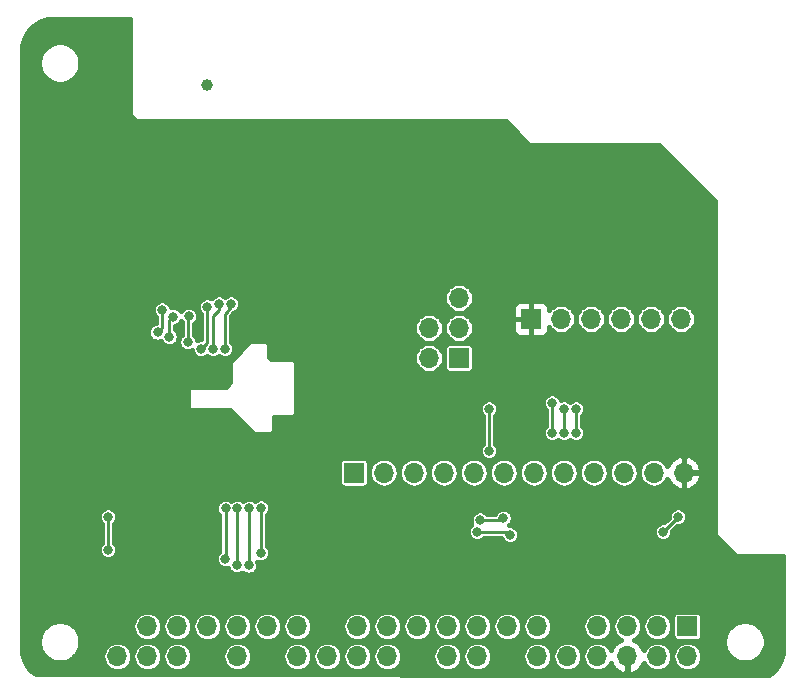
<source format=gbr>
G04 #@! TF.GenerationSoftware,KiCad,Pcbnew,5.0.0*
G04 #@! TF.CreationDate,2019-05-30T17:21:17+01:00*
G04 #@! TF.ProjectId,RRAT,525241542E6B696361645F7063620000,rev?*
G04 #@! TF.SameCoordinates,Original*
G04 #@! TF.FileFunction,Copper,L2,Bot,Signal*
G04 #@! TF.FilePolarity,Positive*
%FSLAX46Y46*%
G04 Gerber Fmt 4.6, Leading zero omitted, Abs format (unit mm)*
G04 Created by KiCad (PCBNEW 5.0.0) date Thu May 30 17:21:17 2019*
%MOMM*%
%LPD*%
G01*
G04 APERTURE LIST*
G04 #@! TA.AperFunction,ComponentPad*
%ADD10R,1.700000X1.700000*%
G04 #@! TD*
G04 #@! TA.AperFunction,ComponentPad*
%ADD11O,1.700000X1.700000*%
G04 #@! TD*
G04 #@! TA.AperFunction,ViaPad*
%ADD12C,0.800000*%
G04 #@! TD*
G04 #@! TA.AperFunction,ViaPad*
%ADD13C,1.000000*%
G04 #@! TD*
G04 #@! TA.AperFunction,Conductor*
%ADD14C,0.250000*%
G04 #@! TD*
G04 #@! TA.AperFunction,Conductor*
%ADD15C,0.406400*%
G04 #@! TD*
G04 APERTURE END LIST*
D10*
G04 #@! TO.P,J3,1*
G04 #@! TO.N,+3V3*
X168680000Y-126355000D03*
D11*
G04 #@! TO.P,J3,2*
G04 #@! TO.N,Net-(J3-Pad2)*
X168680000Y-128895000D03*
G04 #@! TO.P,J3,3*
G04 #@! TO.N,Net-(J3-Pad3)*
X166140000Y-126355000D03*
G04 #@! TO.P,J3,4*
G04 #@! TO.N,Net-(J3-Pad4)*
X166140000Y-128895000D03*
G04 #@! TO.P,J3,5*
G04 #@! TO.N,Net-(J3-Pad5)*
X163600000Y-126355000D03*
G04 #@! TO.P,J3,6*
G04 #@! TO.N,GND*
X163600000Y-128895000D03*
G04 #@! TO.P,J3,7*
G04 #@! TO.N,Net-(J3-Pad7)*
X161060000Y-126355000D03*
G04 #@! TO.P,J3,8*
G04 #@! TO.N,Net-(J3-Pad8)*
X161060000Y-128895000D03*
G04 #@! TO.P,J3,9*
G04 #@! TO.N,GND*
X158520000Y-126355000D03*
G04 #@! TO.P,J3,10*
G04 #@! TO.N,Net-(J3-Pad10)*
X158520000Y-128895000D03*
G04 #@! TO.P,J3,11*
G04 #@! TO.N,Net-(J3-Pad11)*
X155980000Y-126355000D03*
G04 #@! TO.P,J3,12*
G04 #@! TO.N,/~SHUTDOWN*
X155980000Y-128895000D03*
G04 #@! TO.P,J3,13*
G04 #@! TO.N,Net-(J3-Pad13)*
X153440000Y-126355000D03*
G04 #@! TO.P,J3,14*
G04 #@! TO.N,GND*
X153440000Y-128895000D03*
G04 #@! TO.P,J3,15*
G04 #@! TO.N,Net-(J3-Pad15)*
X150900000Y-126355000D03*
G04 #@! TO.P,J3,16*
G04 #@! TO.N,Net-(J3-Pad16)*
X150900000Y-128895000D03*
G04 #@! TO.P,J3,17*
G04 #@! TO.N,+3V3*
X148360000Y-126355000D03*
G04 #@! TO.P,J3,18*
G04 #@! TO.N,Net-(J3-Pad18)*
X148360000Y-128895000D03*
G04 #@! TO.P,J3,19*
G04 #@! TO.N,Net-(J3-Pad19)*
X145820000Y-126355000D03*
G04 #@! TO.P,J3,20*
G04 #@! TO.N,GND*
X145820000Y-128895000D03*
G04 #@! TO.P,J3,21*
G04 #@! TO.N,Net-(J3-Pad21)*
X143280000Y-126355000D03*
G04 #@! TO.P,J3,22*
G04 #@! TO.N,Net-(J3-Pad22)*
X143280000Y-128895000D03*
G04 #@! TO.P,J3,23*
G04 #@! TO.N,Net-(J3-Pad23)*
X140740000Y-126355000D03*
G04 #@! TO.P,J3,24*
G04 #@! TO.N,Net-(J3-Pad24)*
X140740000Y-128895000D03*
G04 #@! TO.P,J3,25*
G04 #@! TO.N,GND*
X138200000Y-126355000D03*
G04 #@! TO.P,J3,26*
G04 #@! TO.N,Net-(J3-Pad26)*
X138200000Y-128895000D03*
G04 #@! TO.P,J3,27*
G04 #@! TO.N,Net-(J3-Pad27)*
X135660000Y-126355000D03*
G04 #@! TO.P,J3,28*
G04 #@! TO.N,Net-(J3-Pad28)*
X135660000Y-128895000D03*
G04 #@! TO.P,J3,29*
G04 #@! TO.N,Net-(J3-Pad29)*
X133120000Y-126355000D03*
G04 #@! TO.P,J3,30*
G04 #@! TO.N,GND*
X133120000Y-128895000D03*
G04 #@! TO.P,J3,31*
G04 #@! TO.N,Net-(J3-Pad31)*
X130580000Y-126355000D03*
G04 #@! TO.P,J3,32*
G04 #@! TO.N,/RESET*
X130580000Y-128895000D03*
G04 #@! TO.P,J3,33*
G04 #@! TO.N,Net-(J3-Pad33)*
X128040000Y-126355000D03*
G04 #@! TO.P,J3,34*
G04 #@! TO.N,GND*
X128040000Y-128895000D03*
G04 #@! TO.P,J3,35*
G04 #@! TO.N,Net-(J3-Pad35)*
X125500000Y-126355000D03*
G04 #@! TO.P,J3,36*
G04 #@! TO.N,Net-(J3-Pad36)*
X125500000Y-128895000D03*
G04 #@! TO.P,J3,37*
G04 #@! TO.N,Net-(J3-Pad37)*
X122960000Y-126355000D03*
G04 #@! TO.P,J3,38*
G04 #@! TO.N,Net-(J3-Pad38)*
X122960000Y-128895000D03*
G04 #@! TO.P,J3,39*
G04 #@! TO.N,GND*
X120420000Y-126355000D03*
G04 #@! TO.P,J3,40*
G04 #@! TO.N,Net-(J3-Pad40)*
X120420000Y-128895000D03*
G04 #@! TD*
D10*
G04 #@! TO.P,J1,1*
G04 #@! TO.N,GND*
X155448000Y-100330000D03*
D11*
G04 #@! TO.P,J1,2*
G04 #@! TO.N,Net-(J1-Pad2)*
X157988000Y-100330000D03*
G04 #@! TO.P,J1,3*
G04 #@! TO.N,Net-(J1-Pad3)*
X160528000Y-100330000D03*
G04 #@! TO.P,J1,4*
G04 #@! TO.N,Net-(J1-Pad4)*
X163068000Y-100330000D03*
G04 #@! TO.P,J1,5*
G04 #@! TO.N,Net-(J1-Pad5)*
X165608000Y-100330000D03*
G04 #@! TO.P,J1,6*
G04 #@! TO.N,Net-(C1-Pad2)*
X168148000Y-100330000D03*
G04 #@! TD*
D10*
G04 #@! TO.P,J4,1*
G04 #@! TO.N,/A1*
X140448798Y-113349634D03*
D11*
G04 #@! TO.P,J4,2*
G04 #@! TO.N,/A2*
X142988798Y-113349634D03*
G04 #@! TO.P,J4,3*
G04 #@! TO.N,/A3*
X145528798Y-113349634D03*
G04 #@! TO.P,J4,4*
G04 #@! TO.N,/A6*
X148068798Y-113349634D03*
G04 #@! TO.P,J4,5*
G04 #@! TO.N,/A7*
X150608798Y-113349634D03*
G04 #@! TO.P,J4,6*
G04 #@! TO.N,/D3*
X153148798Y-113349634D03*
G04 #@! TO.P,J4,7*
G04 #@! TO.N,/D5*
X155688798Y-113349634D03*
G04 #@! TO.P,J4,8*
G04 #@! TO.N,/LED_HEATCALL_L*
X158228798Y-113349634D03*
G04 #@! TO.P,J4,9*
G04 #@! TO.N,/D7*
X160768798Y-113349634D03*
G04 #@! TO.P,J4,10*
G04 #@! TO.N,/D2*
X163308798Y-113349634D03*
G04 #@! TO.P,J4,11*
G04 #@! TO.N,VCC*
X165848798Y-113349634D03*
G04 #@! TO.P,J4,12*
G04 #@! TO.N,GND*
X168388798Y-113349634D03*
G04 #@! TD*
D10*
G04 #@! TO.P,J2,1*
G04 #@! TO.N,/SPI_MISO*
X149352000Y-103632000D03*
D11*
G04 #@! TO.P,J2,2*
G04 #@! TO.N,VCC*
X146812000Y-103632000D03*
G04 #@! TO.P,J2,3*
G04 #@! TO.N,/SPI_SCK*
X149352000Y-101092000D03*
G04 #@! TO.P,J2,4*
G04 #@! TO.N,/SPI_MOSI*
X146812000Y-101092000D03*
G04 #@! TO.P,J2,5*
G04 #@! TO.N,/RESET*
X149352000Y-98552000D03*
G04 #@! TO.P,J2,6*
G04 #@! TO.N,GND*
X146812000Y-98552000D03*
G04 #@! TD*
D12*
G04 #@! TO.N,/RESET*
X159258000Y-109982000D03*
X159258000Y-107950000D03*
X129588098Y-116346947D03*
X129540000Y-120650000D03*
G04 #@! TO.N,/SPI_NSS*
X128016000Y-99314000D03*
X127503340Y-102865340D03*
G04 #@! TO.N,/SPI_SCK*
X124206000Y-99568000D03*
X123829019Y-101445633D03*
X157226000Y-109982000D03*
X157226000Y-107442000D03*
G04 #@! TO.N,/SPI_MOSI*
X126389248Y-102260968D03*
X158242000Y-109982000D03*
X158242000Y-107950000D03*
X126487340Y-100080660D03*
G04 #@! TO.N,/SPI_MISO*
X124814498Y-101823491D03*
X125136494Y-100123479D03*
X151892000Y-111506000D03*
X151892000Y-107950000D03*
D13*
G04 #@! TO.N,Net-(ANT1-Pad1)*
X128053119Y-80499213D03*
D12*
G04 #@! TO.N,/D7*
X119634000Y-117094000D03*
X119634000Y-119888000D03*
X151130000Y-117348000D03*
X153101238Y-117202416D03*
G04 #@! TO.N,/D2*
X150876000Y-118364000D03*
X153670000Y-118618000D03*
X132588000Y-116332000D03*
X132588000Y-120142000D03*
G04 #@! TO.N,/RX*
X131588120Y-116348207D03*
X131538844Y-121191165D03*
X166624000Y-118364000D03*
X167894000Y-117094000D03*
G04 #@! TO.N,/TX*
X130588109Y-116346840D03*
X130539401Y-121157440D03*
G04 #@! TO.N,GND*
X118110000Y-87630000D03*
X136144000Y-100330000D03*
X115570000Y-91440000D03*
X115570000Y-87630000D03*
X118110000Y-91440000D03*
X115570000Y-99060000D03*
X118364000Y-115062000D03*
X115570000Y-96520000D03*
X149606000Y-107188000D03*
X156210000Y-95250000D03*
X123444000Y-111252000D03*
X158750000Y-95250000D03*
X127508000Y-114046000D03*
X139954000Y-118364000D03*
X166370000Y-90170000D03*
X142240000Y-100330000D03*
X163830000Y-95250000D03*
X163830000Y-90170000D03*
X163830000Y-87630000D03*
X166370000Y-87630000D03*
X156210000Y-87630000D03*
X158750000Y-90170000D03*
X158750000Y-87630000D03*
X156210000Y-90170000D03*
X169672000Y-118364000D03*
X135509000Y-109220000D03*
X146558000Y-89408000D03*
X146558000Y-85344000D03*
X146558000Y-87122000D03*
X120396000Y-91186000D03*
X135190632Y-103160574D03*
X166878000Y-122120010D03*
X170936241Y-121583453D03*
X114300000Y-109220000D03*
X114300000Y-107188000D03*
X146554145Y-91173034D03*
X157734000Y-105918000D03*
X132080000Y-110744000D03*
X120015000Y-109855000D03*
X126238000Y-109093000D03*
X126238000Y-110617000D03*
X141224000Y-107442000D03*
X146050000Y-118364000D03*
X135890000Y-122682000D03*
X157734000Y-117856000D03*
X162814000Y-117856000D03*
X128270000Y-105156000D03*
X122936000Y-115824000D03*
X118110000Y-96520000D03*
X166370000Y-95250000D03*
X123952000Y-85598000D03*
X118110000Y-99060000D03*
X143510000Y-83820000D03*
G04 #@! TO.N,Net-(IC1-Pad10)*
X129540000Y-102870000D03*
X130048000Y-99060000D03*
G04 #@! TO.N,Net-(IC1-Pad13)*
X129032000Y-99060000D03*
X128524000Y-102870000D03*
G04 #@! TD*
D14*
G04 #@! TO.N,/RESET*
X159258000Y-109982000D02*
X159258000Y-107950000D01*
X129588098Y-120601902D02*
X129540000Y-120650000D01*
X129588098Y-116346947D02*
X129588098Y-120601902D01*
G04 #@! TO.N,/SPI_NSS*
X128016000Y-102352680D02*
X127903339Y-102465341D01*
X128016000Y-99314000D02*
X128016000Y-102352680D01*
X127903339Y-102465341D02*
X127503340Y-102865340D01*
G04 #@! TO.N,/SPI_SCK*
X124206000Y-99568000D02*
X124206000Y-101068652D01*
X124206000Y-101068652D02*
X123829019Y-101445633D01*
X157226000Y-109982000D02*
X157226000Y-107442000D01*
G04 #@! TO.N,/SPI_MOSI*
X158242000Y-109982000D02*
X158242000Y-107950000D01*
X126389248Y-102260968D02*
X126389248Y-100178752D01*
X126389248Y-100178752D02*
X126487340Y-100080660D01*
G04 #@! TO.N,/SPI_MISO*
X124814498Y-101823491D02*
X124814498Y-100445475D01*
X124814498Y-100445475D02*
X125136494Y-100123479D01*
X151892000Y-111506000D02*
X151892000Y-107950000D01*
G04 #@! TO.N,/D7*
X119634000Y-117094000D02*
X119634000Y-119888000D01*
X151130000Y-117348000D02*
X152955654Y-117348000D01*
X152955654Y-117348000D02*
X153101238Y-117202416D01*
G04 #@! TO.N,/A7*
X150618998Y-113390234D02*
X150659598Y-113349634D01*
G04 #@! TO.N,/D2*
X150876000Y-118364000D02*
X153416000Y-118364000D01*
X153416000Y-118364000D02*
X153670000Y-118618000D01*
X132588000Y-116332000D02*
X132588000Y-120142000D01*
G04 #@! TO.N,/RX*
X131588120Y-121141889D02*
X131538844Y-121191165D01*
X131588120Y-116348207D02*
X131588120Y-121141889D01*
X166624000Y-118364000D02*
X167894000Y-117094000D01*
G04 #@! TO.N,/TX*
X130588109Y-116346840D02*
X130588109Y-121108732D01*
X130588109Y-121108732D02*
X130539401Y-121157440D01*
G04 #@! TO.N,Net-(IC1-Pad10)*
X129540000Y-102870000D02*
X129540000Y-100076000D01*
X129540000Y-100076000D02*
X129540000Y-99879002D01*
X129540000Y-99879002D02*
X129757001Y-99662001D01*
X129757001Y-99662001D02*
X129757001Y-99604999D01*
X129757001Y-99604999D02*
X130048000Y-99314000D01*
G04 #@! TO.N,Net-(IC1-Pad13)*
X129032000Y-99568000D02*
X129032000Y-99314000D01*
X128524000Y-100076000D02*
X129032000Y-99568000D01*
X128524000Y-102870000D02*
X128524000Y-100076000D01*
X129032000Y-99060000D02*
X129032000Y-99568000D01*
G04 #@! TD*
D15*
G04 #@! TO.N,GND*
G36*
X121462800Y-82886534D02*
X121478268Y-82964295D01*
X121522316Y-83030218D01*
X122030316Y-83538218D01*
X122096239Y-83582266D01*
X122174000Y-83597734D01*
X124460000Y-83597734D01*
X124460477Y-83597733D01*
X153329834Y-83530034D01*
X155301983Y-85567846D01*
X155370239Y-85614266D01*
X155448000Y-85629734D01*
X166285832Y-85629734D01*
X170992800Y-90336702D01*
X170992800Y-118446534D01*
X171008268Y-118524295D01*
X171052316Y-118590218D01*
X172830316Y-120368218D01*
X172896239Y-120412266D01*
X172974000Y-120427734D01*
X176810398Y-120427734D01*
X176810398Y-128149246D01*
X176756893Y-128694924D01*
X176602018Y-129207896D01*
X176350457Y-129681016D01*
X176011785Y-130096268D01*
X175598909Y-130437829D01*
X175522551Y-130479115D01*
X113522326Y-130430640D01*
X113128964Y-130109821D01*
X112787403Y-129696945D01*
X112532545Y-129225593D01*
X112374090Y-128713712D01*
X112316824Y-128168863D01*
X112316798Y-128161325D01*
X112316798Y-127477325D01*
X113796800Y-127477325D01*
X113796800Y-127822675D01*
X113864174Y-128161390D01*
X113996334Y-128480452D01*
X114188201Y-128767600D01*
X114432400Y-129011799D01*
X114719548Y-129203666D01*
X115038610Y-129335826D01*
X115377325Y-129403200D01*
X115722675Y-129403200D01*
X116061390Y-129335826D01*
X116380452Y-129203666D01*
X116667600Y-129011799D01*
X116784399Y-128895000D01*
X119160737Y-128895000D01*
X119184933Y-129140670D01*
X119256593Y-129376899D01*
X119372961Y-129594609D01*
X119529567Y-129785433D01*
X119720391Y-129942039D01*
X119938101Y-130058407D01*
X120174330Y-130130067D01*
X120358440Y-130148200D01*
X120481560Y-130148200D01*
X120665670Y-130130067D01*
X120901899Y-130058407D01*
X121119609Y-129942039D01*
X121310433Y-129785433D01*
X121467039Y-129594609D01*
X121583407Y-129376899D01*
X121655067Y-129140670D01*
X121679263Y-128895000D01*
X121700737Y-128895000D01*
X121724933Y-129140670D01*
X121796593Y-129376899D01*
X121912961Y-129594609D01*
X122069567Y-129785433D01*
X122260391Y-129942039D01*
X122478101Y-130058407D01*
X122714330Y-130130067D01*
X122898440Y-130148200D01*
X123021560Y-130148200D01*
X123205670Y-130130067D01*
X123441899Y-130058407D01*
X123659609Y-129942039D01*
X123850433Y-129785433D01*
X124007039Y-129594609D01*
X124123407Y-129376899D01*
X124195067Y-129140670D01*
X124219263Y-128895000D01*
X124240737Y-128895000D01*
X124264933Y-129140670D01*
X124336593Y-129376899D01*
X124452961Y-129594609D01*
X124609567Y-129785433D01*
X124800391Y-129942039D01*
X125018101Y-130058407D01*
X125254330Y-130130067D01*
X125438440Y-130148200D01*
X125561560Y-130148200D01*
X125745670Y-130130067D01*
X125981899Y-130058407D01*
X126199609Y-129942039D01*
X126390433Y-129785433D01*
X126547039Y-129594609D01*
X126663407Y-129376899D01*
X126735067Y-129140670D01*
X126759263Y-128895000D01*
X129320737Y-128895000D01*
X129344933Y-129140670D01*
X129416593Y-129376899D01*
X129532961Y-129594609D01*
X129689567Y-129785433D01*
X129880391Y-129942039D01*
X130098101Y-130058407D01*
X130334330Y-130130067D01*
X130518440Y-130148200D01*
X130641560Y-130148200D01*
X130825670Y-130130067D01*
X131061899Y-130058407D01*
X131279609Y-129942039D01*
X131470433Y-129785433D01*
X131627039Y-129594609D01*
X131743407Y-129376899D01*
X131815067Y-129140670D01*
X131839263Y-128895000D01*
X134400737Y-128895000D01*
X134424933Y-129140670D01*
X134496593Y-129376899D01*
X134612961Y-129594609D01*
X134769567Y-129785433D01*
X134960391Y-129942039D01*
X135178101Y-130058407D01*
X135414330Y-130130067D01*
X135598440Y-130148200D01*
X135721560Y-130148200D01*
X135905670Y-130130067D01*
X136141899Y-130058407D01*
X136359609Y-129942039D01*
X136550433Y-129785433D01*
X136707039Y-129594609D01*
X136823407Y-129376899D01*
X136895067Y-129140670D01*
X136919263Y-128895000D01*
X136940737Y-128895000D01*
X136964933Y-129140670D01*
X137036593Y-129376899D01*
X137152961Y-129594609D01*
X137309567Y-129785433D01*
X137500391Y-129942039D01*
X137718101Y-130058407D01*
X137954330Y-130130067D01*
X138138440Y-130148200D01*
X138261560Y-130148200D01*
X138445670Y-130130067D01*
X138681899Y-130058407D01*
X138899609Y-129942039D01*
X139090433Y-129785433D01*
X139247039Y-129594609D01*
X139363407Y-129376899D01*
X139435067Y-129140670D01*
X139459263Y-128895000D01*
X139480737Y-128895000D01*
X139504933Y-129140670D01*
X139576593Y-129376899D01*
X139692961Y-129594609D01*
X139849567Y-129785433D01*
X140040391Y-129942039D01*
X140258101Y-130058407D01*
X140494330Y-130130067D01*
X140678440Y-130148200D01*
X140801560Y-130148200D01*
X140985670Y-130130067D01*
X141221899Y-130058407D01*
X141439609Y-129942039D01*
X141630433Y-129785433D01*
X141787039Y-129594609D01*
X141903407Y-129376899D01*
X141975067Y-129140670D01*
X141999263Y-128895000D01*
X142020737Y-128895000D01*
X142044933Y-129140670D01*
X142116593Y-129376899D01*
X142232961Y-129594609D01*
X142389567Y-129785433D01*
X142580391Y-129942039D01*
X142798101Y-130058407D01*
X143034330Y-130130067D01*
X143218440Y-130148200D01*
X143341560Y-130148200D01*
X143525670Y-130130067D01*
X143761899Y-130058407D01*
X143979609Y-129942039D01*
X144170433Y-129785433D01*
X144327039Y-129594609D01*
X144443407Y-129376899D01*
X144515067Y-129140670D01*
X144539263Y-128895000D01*
X147100737Y-128895000D01*
X147124933Y-129140670D01*
X147196593Y-129376899D01*
X147312961Y-129594609D01*
X147469567Y-129785433D01*
X147660391Y-129942039D01*
X147878101Y-130058407D01*
X148114330Y-130130067D01*
X148298440Y-130148200D01*
X148421560Y-130148200D01*
X148605670Y-130130067D01*
X148841899Y-130058407D01*
X149059609Y-129942039D01*
X149250433Y-129785433D01*
X149407039Y-129594609D01*
X149523407Y-129376899D01*
X149595067Y-129140670D01*
X149619263Y-128895000D01*
X149640737Y-128895000D01*
X149664933Y-129140670D01*
X149736593Y-129376899D01*
X149852961Y-129594609D01*
X150009567Y-129785433D01*
X150200391Y-129942039D01*
X150418101Y-130058407D01*
X150654330Y-130130067D01*
X150838440Y-130148200D01*
X150961560Y-130148200D01*
X151145670Y-130130067D01*
X151381899Y-130058407D01*
X151599609Y-129942039D01*
X151790433Y-129785433D01*
X151947039Y-129594609D01*
X152063407Y-129376899D01*
X152135067Y-129140670D01*
X152159263Y-128895000D01*
X154720737Y-128895000D01*
X154744933Y-129140670D01*
X154816593Y-129376899D01*
X154932961Y-129594609D01*
X155089567Y-129785433D01*
X155280391Y-129942039D01*
X155498101Y-130058407D01*
X155734330Y-130130067D01*
X155918440Y-130148200D01*
X156041560Y-130148200D01*
X156225670Y-130130067D01*
X156461899Y-130058407D01*
X156679609Y-129942039D01*
X156870433Y-129785433D01*
X157027039Y-129594609D01*
X157143407Y-129376899D01*
X157215067Y-129140670D01*
X157239263Y-128895000D01*
X157260737Y-128895000D01*
X157284933Y-129140670D01*
X157356593Y-129376899D01*
X157472961Y-129594609D01*
X157629567Y-129785433D01*
X157820391Y-129942039D01*
X158038101Y-130058407D01*
X158274330Y-130130067D01*
X158458440Y-130148200D01*
X158581560Y-130148200D01*
X158765670Y-130130067D01*
X159001899Y-130058407D01*
X159219609Y-129942039D01*
X159410433Y-129785433D01*
X159567039Y-129594609D01*
X159683407Y-129376899D01*
X159755067Y-129140670D01*
X159779263Y-128895000D01*
X159800737Y-128895000D01*
X159824933Y-129140670D01*
X159896593Y-129376899D01*
X160012961Y-129594609D01*
X160169567Y-129785433D01*
X160360391Y-129942039D01*
X160578101Y-130058407D01*
X160814330Y-130130067D01*
X160998440Y-130148200D01*
X161121560Y-130148200D01*
X161305670Y-130130067D01*
X161541899Y-130058407D01*
X161759609Y-129942039D01*
X161950433Y-129785433D01*
X162107039Y-129594609D01*
X162191406Y-129436769D01*
X162192552Y-129440881D01*
X162326092Y-129704972D01*
X162508587Y-129937936D01*
X162733025Y-130130820D01*
X162990780Y-130276212D01*
X163271947Y-130368525D01*
X163339187Y-130381899D01*
X163575000Y-130239468D01*
X163575000Y-128920000D01*
X163555000Y-128920000D01*
X163555000Y-128870000D01*
X163575000Y-128870000D01*
X163575000Y-128850000D01*
X163625000Y-128850000D01*
X163625000Y-128870000D01*
X163645000Y-128870000D01*
X163645000Y-128920000D01*
X163625000Y-128920000D01*
X163625000Y-130239468D01*
X163860813Y-130381899D01*
X163928053Y-130368525D01*
X164209220Y-130276212D01*
X164466975Y-130130820D01*
X164691413Y-129937936D01*
X164873908Y-129704972D01*
X165007448Y-129440881D01*
X165008594Y-129436769D01*
X165092961Y-129594609D01*
X165249567Y-129785433D01*
X165440391Y-129942039D01*
X165658101Y-130058407D01*
X165894330Y-130130067D01*
X166078440Y-130148200D01*
X166201560Y-130148200D01*
X166385670Y-130130067D01*
X166621899Y-130058407D01*
X166839609Y-129942039D01*
X167030433Y-129785433D01*
X167187039Y-129594609D01*
X167303407Y-129376899D01*
X167375067Y-129140670D01*
X167399263Y-128895000D01*
X167420737Y-128895000D01*
X167444933Y-129140670D01*
X167516593Y-129376899D01*
X167632961Y-129594609D01*
X167789567Y-129785433D01*
X167980391Y-129942039D01*
X168198101Y-130058407D01*
X168434330Y-130130067D01*
X168618440Y-130148200D01*
X168741560Y-130148200D01*
X168925670Y-130130067D01*
X169161899Y-130058407D01*
X169379609Y-129942039D01*
X169570433Y-129785433D01*
X169727039Y-129594609D01*
X169843407Y-129376899D01*
X169915067Y-129140670D01*
X169939263Y-128895000D01*
X169915067Y-128649330D01*
X169843407Y-128413101D01*
X169727039Y-128195391D01*
X169570433Y-128004567D01*
X169379609Y-127847961D01*
X169161899Y-127731593D01*
X168925670Y-127659933D01*
X168741560Y-127641800D01*
X168618440Y-127641800D01*
X168434330Y-127659933D01*
X168198101Y-127731593D01*
X167980391Y-127847961D01*
X167789567Y-128004567D01*
X167632961Y-128195391D01*
X167516593Y-128413101D01*
X167444933Y-128649330D01*
X167420737Y-128895000D01*
X167399263Y-128895000D01*
X167375067Y-128649330D01*
X167303407Y-128413101D01*
X167187039Y-128195391D01*
X167030433Y-128004567D01*
X166839609Y-127847961D01*
X166621899Y-127731593D01*
X166385670Y-127659933D01*
X166201560Y-127641800D01*
X166078440Y-127641800D01*
X165894330Y-127659933D01*
X165658101Y-127731593D01*
X165440391Y-127847961D01*
X165249567Y-128004567D01*
X165092961Y-128195391D01*
X165008594Y-128353231D01*
X165007448Y-128349119D01*
X164873908Y-128085028D01*
X164691413Y-127852064D01*
X164466975Y-127659180D01*
X164209220Y-127513788D01*
X164135700Y-127489650D01*
X164299609Y-127402039D01*
X164490433Y-127245433D01*
X164647039Y-127054609D01*
X164763407Y-126836899D01*
X164835067Y-126600670D01*
X164859263Y-126355000D01*
X164880737Y-126355000D01*
X164904933Y-126600670D01*
X164976593Y-126836899D01*
X165092961Y-127054609D01*
X165249567Y-127245433D01*
X165440391Y-127402039D01*
X165658101Y-127518407D01*
X165894330Y-127590067D01*
X166078440Y-127608200D01*
X166201560Y-127608200D01*
X166385670Y-127590067D01*
X166621899Y-127518407D01*
X166839609Y-127402039D01*
X167030433Y-127245433D01*
X167187039Y-127054609D01*
X167303407Y-126836899D01*
X167375067Y-126600670D01*
X167399263Y-126355000D01*
X167375067Y-126109330D01*
X167303407Y-125873101D01*
X167187039Y-125655391D01*
X167063616Y-125505000D01*
X167424850Y-125505000D01*
X167424850Y-127205000D01*
X167432635Y-127284041D01*
X167455690Y-127360044D01*
X167493130Y-127430089D01*
X167543516Y-127491484D01*
X167604911Y-127541870D01*
X167674956Y-127579310D01*
X167750959Y-127602365D01*
X167830000Y-127610150D01*
X169530000Y-127610150D01*
X169609041Y-127602365D01*
X169685044Y-127579310D01*
X169755089Y-127541870D01*
X169816484Y-127491484D01*
X169828104Y-127477325D01*
X171796800Y-127477325D01*
X171796800Y-127822675D01*
X171864174Y-128161390D01*
X171996334Y-128480452D01*
X172188201Y-128767600D01*
X172432400Y-129011799D01*
X172719548Y-129203666D01*
X173038610Y-129335826D01*
X173377325Y-129403200D01*
X173722675Y-129403200D01*
X174061390Y-129335826D01*
X174380452Y-129203666D01*
X174667600Y-129011799D01*
X174911799Y-128767600D01*
X175103666Y-128480452D01*
X175235826Y-128161390D01*
X175303200Y-127822675D01*
X175303200Y-127477325D01*
X175235826Y-127138610D01*
X175103666Y-126819548D01*
X174911799Y-126532400D01*
X174667600Y-126288201D01*
X174380452Y-126096334D01*
X174061390Y-125964174D01*
X173722675Y-125896800D01*
X173377325Y-125896800D01*
X173038610Y-125964174D01*
X172719548Y-126096334D01*
X172432400Y-126288201D01*
X172188201Y-126532400D01*
X171996334Y-126819548D01*
X171864174Y-127138610D01*
X171796800Y-127477325D01*
X169828104Y-127477325D01*
X169866870Y-127430089D01*
X169904310Y-127360044D01*
X169927365Y-127284041D01*
X169935150Y-127205000D01*
X169935150Y-125505000D01*
X169927365Y-125425959D01*
X169904310Y-125349956D01*
X169866870Y-125279911D01*
X169816484Y-125218516D01*
X169755089Y-125168130D01*
X169685044Y-125130690D01*
X169609041Y-125107635D01*
X169530000Y-125099850D01*
X167830000Y-125099850D01*
X167750959Y-125107635D01*
X167674956Y-125130690D01*
X167604911Y-125168130D01*
X167543516Y-125218516D01*
X167493130Y-125279911D01*
X167455690Y-125349956D01*
X167432635Y-125425959D01*
X167424850Y-125505000D01*
X167063616Y-125505000D01*
X167030433Y-125464567D01*
X166839609Y-125307961D01*
X166621899Y-125191593D01*
X166385670Y-125119933D01*
X166201560Y-125101800D01*
X166078440Y-125101800D01*
X165894330Y-125119933D01*
X165658101Y-125191593D01*
X165440391Y-125307961D01*
X165249567Y-125464567D01*
X165092961Y-125655391D01*
X164976593Y-125873101D01*
X164904933Y-126109330D01*
X164880737Y-126355000D01*
X164859263Y-126355000D01*
X164835067Y-126109330D01*
X164763407Y-125873101D01*
X164647039Y-125655391D01*
X164490433Y-125464567D01*
X164299609Y-125307961D01*
X164081899Y-125191593D01*
X163845670Y-125119933D01*
X163661560Y-125101800D01*
X163538440Y-125101800D01*
X163354330Y-125119933D01*
X163118101Y-125191593D01*
X162900391Y-125307961D01*
X162709567Y-125464567D01*
X162552961Y-125655391D01*
X162436593Y-125873101D01*
X162364933Y-126109330D01*
X162340737Y-126355000D01*
X162364933Y-126600670D01*
X162436593Y-126836899D01*
X162552961Y-127054609D01*
X162709567Y-127245433D01*
X162900391Y-127402039D01*
X163064300Y-127489650D01*
X162990780Y-127513788D01*
X162733025Y-127659180D01*
X162508587Y-127852064D01*
X162326092Y-128085028D01*
X162192552Y-128349119D01*
X162191406Y-128353231D01*
X162107039Y-128195391D01*
X161950433Y-128004567D01*
X161759609Y-127847961D01*
X161541899Y-127731593D01*
X161305670Y-127659933D01*
X161121560Y-127641800D01*
X160998440Y-127641800D01*
X160814330Y-127659933D01*
X160578101Y-127731593D01*
X160360391Y-127847961D01*
X160169567Y-128004567D01*
X160012961Y-128195391D01*
X159896593Y-128413101D01*
X159824933Y-128649330D01*
X159800737Y-128895000D01*
X159779263Y-128895000D01*
X159755067Y-128649330D01*
X159683407Y-128413101D01*
X159567039Y-128195391D01*
X159410433Y-128004567D01*
X159219609Y-127847961D01*
X159001899Y-127731593D01*
X158765670Y-127659933D01*
X158581560Y-127641800D01*
X158458440Y-127641800D01*
X158274330Y-127659933D01*
X158038101Y-127731593D01*
X157820391Y-127847961D01*
X157629567Y-128004567D01*
X157472961Y-128195391D01*
X157356593Y-128413101D01*
X157284933Y-128649330D01*
X157260737Y-128895000D01*
X157239263Y-128895000D01*
X157215067Y-128649330D01*
X157143407Y-128413101D01*
X157027039Y-128195391D01*
X156870433Y-128004567D01*
X156679609Y-127847961D01*
X156461899Y-127731593D01*
X156225670Y-127659933D01*
X156041560Y-127641800D01*
X155918440Y-127641800D01*
X155734330Y-127659933D01*
X155498101Y-127731593D01*
X155280391Y-127847961D01*
X155089567Y-128004567D01*
X154932961Y-128195391D01*
X154816593Y-128413101D01*
X154744933Y-128649330D01*
X154720737Y-128895000D01*
X152159263Y-128895000D01*
X152135067Y-128649330D01*
X152063407Y-128413101D01*
X151947039Y-128195391D01*
X151790433Y-128004567D01*
X151599609Y-127847961D01*
X151381899Y-127731593D01*
X151145670Y-127659933D01*
X150961560Y-127641800D01*
X150838440Y-127641800D01*
X150654330Y-127659933D01*
X150418101Y-127731593D01*
X150200391Y-127847961D01*
X150009567Y-128004567D01*
X149852961Y-128195391D01*
X149736593Y-128413101D01*
X149664933Y-128649330D01*
X149640737Y-128895000D01*
X149619263Y-128895000D01*
X149595067Y-128649330D01*
X149523407Y-128413101D01*
X149407039Y-128195391D01*
X149250433Y-128004567D01*
X149059609Y-127847961D01*
X148841899Y-127731593D01*
X148605670Y-127659933D01*
X148421560Y-127641800D01*
X148298440Y-127641800D01*
X148114330Y-127659933D01*
X147878101Y-127731593D01*
X147660391Y-127847961D01*
X147469567Y-128004567D01*
X147312961Y-128195391D01*
X147196593Y-128413101D01*
X147124933Y-128649330D01*
X147100737Y-128895000D01*
X144539263Y-128895000D01*
X144515067Y-128649330D01*
X144443407Y-128413101D01*
X144327039Y-128195391D01*
X144170433Y-128004567D01*
X143979609Y-127847961D01*
X143761899Y-127731593D01*
X143525670Y-127659933D01*
X143341560Y-127641800D01*
X143218440Y-127641800D01*
X143034330Y-127659933D01*
X142798101Y-127731593D01*
X142580391Y-127847961D01*
X142389567Y-128004567D01*
X142232961Y-128195391D01*
X142116593Y-128413101D01*
X142044933Y-128649330D01*
X142020737Y-128895000D01*
X141999263Y-128895000D01*
X141975067Y-128649330D01*
X141903407Y-128413101D01*
X141787039Y-128195391D01*
X141630433Y-128004567D01*
X141439609Y-127847961D01*
X141221899Y-127731593D01*
X140985670Y-127659933D01*
X140801560Y-127641800D01*
X140678440Y-127641800D01*
X140494330Y-127659933D01*
X140258101Y-127731593D01*
X140040391Y-127847961D01*
X139849567Y-128004567D01*
X139692961Y-128195391D01*
X139576593Y-128413101D01*
X139504933Y-128649330D01*
X139480737Y-128895000D01*
X139459263Y-128895000D01*
X139435067Y-128649330D01*
X139363407Y-128413101D01*
X139247039Y-128195391D01*
X139090433Y-128004567D01*
X138899609Y-127847961D01*
X138681899Y-127731593D01*
X138445670Y-127659933D01*
X138261560Y-127641800D01*
X138138440Y-127641800D01*
X137954330Y-127659933D01*
X137718101Y-127731593D01*
X137500391Y-127847961D01*
X137309567Y-128004567D01*
X137152961Y-128195391D01*
X137036593Y-128413101D01*
X136964933Y-128649330D01*
X136940737Y-128895000D01*
X136919263Y-128895000D01*
X136895067Y-128649330D01*
X136823407Y-128413101D01*
X136707039Y-128195391D01*
X136550433Y-128004567D01*
X136359609Y-127847961D01*
X136141899Y-127731593D01*
X135905670Y-127659933D01*
X135721560Y-127641800D01*
X135598440Y-127641800D01*
X135414330Y-127659933D01*
X135178101Y-127731593D01*
X134960391Y-127847961D01*
X134769567Y-128004567D01*
X134612961Y-128195391D01*
X134496593Y-128413101D01*
X134424933Y-128649330D01*
X134400737Y-128895000D01*
X131839263Y-128895000D01*
X131815067Y-128649330D01*
X131743407Y-128413101D01*
X131627039Y-128195391D01*
X131470433Y-128004567D01*
X131279609Y-127847961D01*
X131061899Y-127731593D01*
X130825670Y-127659933D01*
X130641560Y-127641800D01*
X130518440Y-127641800D01*
X130334330Y-127659933D01*
X130098101Y-127731593D01*
X129880391Y-127847961D01*
X129689567Y-128004567D01*
X129532961Y-128195391D01*
X129416593Y-128413101D01*
X129344933Y-128649330D01*
X129320737Y-128895000D01*
X126759263Y-128895000D01*
X126735067Y-128649330D01*
X126663407Y-128413101D01*
X126547039Y-128195391D01*
X126390433Y-128004567D01*
X126199609Y-127847961D01*
X125981899Y-127731593D01*
X125745670Y-127659933D01*
X125561560Y-127641800D01*
X125438440Y-127641800D01*
X125254330Y-127659933D01*
X125018101Y-127731593D01*
X124800391Y-127847961D01*
X124609567Y-128004567D01*
X124452961Y-128195391D01*
X124336593Y-128413101D01*
X124264933Y-128649330D01*
X124240737Y-128895000D01*
X124219263Y-128895000D01*
X124195067Y-128649330D01*
X124123407Y-128413101D01*
X124007039Y-128195391D01*
X123850433Y-128004567D01*
X123659609Y-127847961D01*
X123441899Y-127731593D01*
X123205670Y-127659933D01*
X123021560Y-127641800D01*
X122898440Y-127641800D01*
X122714330Y-127659933D01*
X122478101Y-127731593D01*
X122260391Y-127847961D01*
X122069567Y-128004567D01*
X121912961Y-128195391D01*
X121796593Y-128413101D01*
X121724933Y-128649330D01*
X121700737Y-128895000D01*
X121679263Y-128895000D01*
X121655067Y-128649330D01*
X121583407Y-128413101D01*
X121467039Y-128195391D01*
X121310433Y-128004567D01*
X121119609Y-127847961D01*
X120901899Y-127731593D01*
X120665670Y-127659933D01*
X120481560Y-127641800D01*
X120358440Y-127641800D01*
X120174330Y-127659933D01*
X119938101Y-127731593D01*
X119720391Y-127847961D01*
X119529567Y-128004567D01*
X119372961Y-128195391D01*
X119256593Y-128413101D01*
X119184933Y-128649330D01*
X119160737Y-128895000D01*
X116784399Y-128895000D01*
X116911799Y-128767600D01*
X117103666Y-128480452D01*
X117235826Y-128161390D01*
X117303200Y-127822675D01*
X117303200Y-127477325D01*
X117235826Y-127138610D01*
X117103666Y-126819548D01*
X116911799Y-126532400D01*
X116734399Y-126355000D01*
X121700737Y-126355000D01*
X121724933Y-126600670D01*
X121796593Y-126836899D01*
X121912961Y-127054609D01*
X122069567Y-127245433D01*
X122260391Y-127402039D01*
X122478101Y-127518407D01*
X122714330Y-127590067D01*
X122898440Y-127608200D01*
X123021560Y-127608200D01*
X123205670Y-127590067D01*
X123441899Y-127518407D01*
X123659609Y-127402039D01*
X123850433Y-127245433D01*
X124007039Y-127054609D01*
X124123407Y-126836899D01*
X124195067Y-126600670D01*
X124219263Y-126355000D01*
X124240737Y-126355000D01*
X124264933Y-126600670D01*
X124336593Y-126836899D01*
X124452961Y-127054609D01*
X124609567Y-127245433D01*
X124800391Y-127402039D01*
X125018101Y-127518407D01*
X125254330Y-127590067D01*
X125438440Y-127608200D01*
X125561560Y-127608200D01*
X125745670Y-127590067D01*
X125981899Y-127518407D01*
X126199609Y-127402039D01*
X126390433Y-127245433D01*
X126547039Y-127054609D01*
X126663407Y-126836899D01*
X126735067Y-126600670D01*
X126759263Y-126355000D01*
X126780737Y-126355000D01*
X126804933Y-126600670D01*
X126876593Y-126836899D01*
X126992961Y-127054609D01*
X127149567Y-127245433D01*
X127340391Y-127402039D01*
X127558101Y-127518407D01*
X127794330Y-127590067D01*
X127978440Y-127608200D01*
X128101560Y-127608200D01*
X128285670Y-127590067D01*
X128521899Y-127518407D01*
X128739609Y-127402039D01*
X128930433Y-127245433D01*
X129087039Y-127054609D01*
X129203407Y-126836899D01*
X129275067Y-126600670D01*
X129299263Y-126355000D01*
X129320737Y-126355000D01*
X129344933Y-126600670D01*
X129416593Y-126836899D01*
X129532961Y-127054609D01*
X129689567Y-127245433D01*
X129880391Y-127402039D01*
X130098101Y-127518407D01*
X130334330Y-127590067D01*
X130518440Y-127608200D01*
X130641560Y-127608200D01*
X130825670Y-127590067D01*
X131061899Y-127518407D01*
X131279609Y-127402039D01*
X131470433Y-127245433D01*
X131627039Y-127054609D01*
X131743407Y-126836899D01*
X131815067Y-126600670D01*
X131839263Y-126355000D01*
X131860737Y-126355000D01*
X131884933Y-126600670D01*
X131956593Y-126836899D01*
X132072961Y-127054609D01*
X132229567Y-127245433D01*
X132420391Y-127402039D01*
X132638101Y-127518407D01*
X132874330Y-127590067D01*
X133058440Y-127608200D01*
X133181560Y-127608200D01*
X133365670Y-127590067D01*
X133601899Y-127518407D01*
X133819609Y-127402039D01*
X134010433Y-127245433D01*
X134167039Y-127054609D01*
X134283407Y-126836899D01*
X134355067Y-126600670D01*
X134379263Y-126355000D01*
X134400737Y-126355000D01*
X134424933Y-126600670D01*
X134496593Y-126836899D01*
X134612961Y-127054609D01*
X134769567Y-127245433D01*
X134960391Y-127402039D01*
X135178101Y-127518407D01*
X135414330Y-127590067D01*
X135598440Y-127608200D01*
X135721560Y-127608200D01*
X135905670Y-127590067D01*
X136141899Y-127518407D01*
X136359609Y-127402039D01*
X136550433Y-127245433D01*
X136707039Y-127054609D01*
X136823407Y-126836899D01*
X136895067Y-126600670D01*
X136919263Y-126355000D01*
X139480737Y-126355000D01*
X139504933Y-126600670D01*
X139576593Y-126836899D01*
X139692961Y-127054609D01*
X139849567Y-127245433D01*
X140040391Y-127402039D01*
X140258101Y-127518407D01*
X140494330Y-127590067D01*
X140678440Y-127608200D01*
X140801560Y-127608200D01*
X140985670Y-127590067D01*
X141221899Y-127518407D01*
X141439609Y-127402039D01*
X141630433Y-127245433D01*
X141787039Y-127054609D01*
X141903407Y-126836899D01*
X141975067Y-126600670D01*
X141999263Y-126355000D01*
X142020737Y-126355000D01*
X142044933Y-126600670D01*
X142116593Y-126836899D01*
X142232961Y-127054609D01*
X142389567Y-127245433D01*
X142580391Y-127402039D01*
X142798101Y-127518407D01*
X143034330Y-127590067D01*
X143218440Y-127608200D01*
X143341560Y-127608200D01*
X143525670Y-127590067D01*
X143761899Y-127518407D01*
X143979609Y-127402039D01*
X144170433Y-127245433D01*
X144327039Y-127054609D01*
X144443407Y-126836899D01*
X144515067Y-126600670D01*
X144539263Y-126355000D01*
X144560737Y-126355000D01*
X144584933Y-126600670D01*
X144656593Y-126836899D01*
X144772961Y-127054609D01*
X144929567Y-127245433D01*
X145120391Y-127402039D01*
X145338101Y-127518407D01*
X145574330Y-127590067D01*
X145758440Y-127608200D01*
X145881560Y-127608200D01*
X146065670Y-127590067D01*
X146301899Y-127518407D01*
X146519609Y-127402039D01*
X146710433Y-127245433D01*
X146867039Y-127054609D01*
X146983407Y-126836899D01*
X147055067Y-126600670D01*
X147079263Y-126355000D01*
X147100737Y-126355000D01*
X147124933Y-126600670D01*
X147196593Y-126836899D01*
X147312961Y-127054609D01*
X147469567Y-127245433D01*
X147660391Y-127402039D01*
X147878101Y-127518407D01*
X148114330Y-127590067D01*
X148298440Y-127608200D01*
X148421560Y-127608200D01*
X148605670Y-127590067D01*
X148841899Y-127518407D01*
X149059609Y-127402039D01*
X149250433Y-127245433D01*
X149407039Y-127054609D01*
X149523407Y-126836899D01*
X149595067Y-126600670D01*
X149619263Y-126355000D01*
X149640737Y-126355000D01*
X149664933Y-126600670D01*
X149736593Y-126836899D01*
X149852961Y-127054609D01*
X150009567Y-127245433D01*
X150200391Y-127402039D01*
X150418101Y-127518407D01*
X150654330Y-127590067D01*
X150838440Y-127608200D01*
X150961560Y-127608200D01*
X151145670Y-127590067D01*
X151381899Y-127518407D01*
X151599609Y-127402039D01*
X151790433Y-127245433D01*
X151947039Y-127054609D01*
X152063407Y-126836899D01*
X152135067Y-126600670D01*
X152159263Y-126355000D01*
X152180737Y-126355000D01*
X152204933Y-126600670D01*
X152276593Y-126836899D01*
X152392961Y-127054609D01*
X152549567Y-127245433D01*
X152740391Y-127402039D01*
X152958101Y-127518407D01*
X153194330Y-127590067D01*
X153378440Y-127608200D01*
X153501560Y-127608200D01*
X153685670Y-127590067D01*
X153921899Y-127518407D01*
X154139609Y-127402039D01*
X154330433Y-127245433D01*
X154487039Y-127054609D01*
X154603407Y-126836899D01*
X154675067Y-126600670D01*
X154699263Y-126355000D01*
X154720737Y-126355000D01*
X154744933Y-126600670D01*
X154816593Y-126836899D01*
X154932961Y-127054609D01*
X155089567Y-127245433D01*
X155280391Y-127402039D01*
X155498101Y-127518407D01*
X155734330Y-127590067D01*
X155918440Y-127608200D01*
X156041560Y-127608200D01*
X156225670Y-127590067D01*
X156461899Y-127518407D01*
X156679609Y-127402039D01*
X156870433Y-127245433D01*
X157027039Y-127054609D01*
X157143407Y-126836899D01*
X157215067Y-126600670D01*
X157239263Y-126355000D01*
X159800737Y-126355000D01*
X159824933Y-126600670D01*
X159896593Y-126836899D01*
X160012961Y-127054609D01*
X160169567Y-127245433D01*
X160360391Y-127402039D01*
X160578101Y-127518407D01*
X160814330Y-127590067D01*
X160998440Y-127608200D01*
X161121560Y-127608200D01*
X161305670Y-127590067D01*
X161541899Y-127518407D01*
X161759609Y-127402039D01*
X161950433Y-127245433D01*
X162107039Y-127054609D01*
X162223407Y-126836899D01*
X162295067Y-126600670D01*
X162319263Y-126355000D01*
X162295067Y-126109330D01*
X162223407Y-125873101D01*
X162107039Y-125655391D01*
X161950433Y-125464567D01*
X161759609Y-125307961D01*
X161541899Y-125191593D01*
X161305670Y-125119933D01*
X161121560Y-125101800D01*
X160998440Y-125101800D01*
X160814330Y-125119933D01*
X160578101Y-125191593D01*
X160360391Y-125307961D01*
X160169567Y-125464567D01*
X160012961Y-125655391D01*
X159896593Y-125873101D01*
X159824933Y-126109330D01*
X159800737Y-126355000D01*
X157239263Y-126355000D01*
X157215067Y-126109330D01*
X157143407Y-125873101D01*
X157027039Y-125655391D01*
X156870433Y-125464567D01*
X156679609Y-125307961D01*
X156461899Y-125191593D01*
X156225670Y-125119933D01*
X156041560Y-125101800D01*
X155918440Y-125101800D01*
X155734330Y-125119933D01*
X155498101Y-125191593D01*
X155280391Y-125307961D01*
X155089567Y-125464567D01*
X154932961Y-125655391D01*
X154816593Y-125873101D01*
X154744933Y-126109330D01*
X154720737Y-126355000D01*
X154699263Y-126355000D01*
X154675067Y-126109330D01*
X154603407Y-125873101D01*
X154487039Y-125655391D01*
X154330433Y-125464567D01*
X154139609Y-125307961D01*
X153921899Y-125191593D01*
X153685670Y-125119933D01*
X153501560Y-125101800D01*
X153378440Y-125101800D01*
X153194330Y-125119933D01*
X152958101Y-125191593D01*
X152740391Y-125307961D01*
X152549567Y-125464567D01*
X152392961Y-125655391D01*
X152276593Y-125873101D01*
X152204933Y-126109330D01*
X152180737Y-126355000D01*
X152159263Y-126355000D01*
X152135067Y-126109330D01*
X152063407Y-125873101D01*
X151947039Y-125655391D01*
X151790433Y-125464567D01*
X151599609Y-125307961D01*
X151381899Y-125191593D01*
X151145670Y-125119933D01*
X150961560Y-125101800D01*
X150838440Y-125101800D01*
X150654330Y-125119933D01*
X150418101Y-125191593D01*
X150200391Y-125307961D01*
X150009567Y-125464567D01*
X149852961Y-125655391D01*
X149736593Y-125873101D01*
X149664933Y-126109330D01*
X149640737Y-126355000D01*
X149619263Y-126355000D01*
X149595067Y-126109330D01*
X149523407Y-125873101D01*
X149407039Y-125655391D01*
X149250433Y-125464567D01*
X149059609Y-125307961D01*
X148841899Y-125191593D01*
X148605670Y-125119933D01*
X148421560Y-125101800D01*
X148298440Y-125101800D01*
X148114330Y-125119933D01*
X147878101Y-125191593D01*
X147660391Y-125307961D01*
X147469567Y-125464567D01*
X147312961Y-125655391D01*
X147196593Y-125873101D01*
X147124933Y-126109330D01*
X147100737Y-126355000D01*
X147079263Y-126355000D01*
X147055067Y-126109330D01*
X146983407Y-125873101D01*
X146867039Y-125655391D01*
X146710433Y-125464567D01*
X146519609Y-125307961D01*
X146301899Y-125191593D01*
X146065670Y-125119933D01*
X145881560Y-125101800D01*
X145758440Y-125101800D01*
X145574330Y-125119933D01*
X145338101Y-125191593D01*
X145120391Y-125307961D01*
X144929567Y-125464567D01*
X144772961Y-125655391D01*
X144656593Y-125873101D01*
X144584933Y-126109330D01*
X144560737Y-126355000D01*
X144539263Y-126355000D01*
X144515067Y-126109330D01*
X144443407Y-125873101D01*
X144327039Y-125655391D01*
X144170433Y-125464567D01*
X143979609Y-125307961D01*
X143761899Y-125191593D01*
X143525670Y-125119933D01*
X143341560Y-125101800D01*
X143218440Y-125101800D01*
X143034330Y-125119933D01*
X142798101Y-125191593D01*
X142580391Y-125307961D01*
X142389567Y-125464567D01*
X142232961Y-125655391D01*
X142116593Y-125873101D01*
X142044933Y-126109330D01*
X142020737Y-126355000D01*
X141999263Y-126355000D01*
X141975067Y-126109330D01*
X141903407Y-125873101D01*
X141787039Y-125655391D01*
X141630433Y-125464567D01*
X141439609Y-125307961D01*
X141221899Y-125191593D01*
X140985670Y-125119933D01*
X140801560Y-125101800D01*
X140678440Y-125101800D01*
X140494330Y-125119933D01*
X140258101Y-125191593D01*
X140040391Y-125307961D01*
X139849567Y-125464567D01*
X139692961Y-125655391D01*
X139576593Y-125873101D01*
X139504933Y-126109330D01*
X139480737Y-126355000D01*
X136919263Y-126355000D01*
X136895067Y-126109330D01*
X136823407Y-125873101D01*
X136707039Y-125655391D01*
X136550433Y-125464567D01*
X136359609Y-125307961D01*
X136141899Y-125191593D01*
X135905670Y-125119933D01*
X135721560Y-125101800D01*
X135598440Y-125101800D01*
X135414330Y-125119933D01*
X135178101Y-125191593D01*
X134960391Y-125307961D01*
X134769567Y-125464567D01*
X134612961Y-125655391D01*
X134496593Y-125873101D01*
X134424933Y-126109330D01*
X134400737Y-126355000D01*
X134379263Y-126355000D01*
X134355067Y-126109330D01*
X134283407Y-125873101D01*
X134167039Y-125655391D01*
X134010433Y-125464567D01*
X133819609Y-125307961D01*
X133601899Y-125191593D01*
X133365670Y-125119933D01*
X133181560Y-125101800D01*
X133058440Y-125101800D01*
X132874330Y-125119933D01*
X132638101Y-125191593D01*
X132420391Y-125307961D01*
X132229567Y-125464567D01*
X132072961Y-125655391D01*
X131956593Y-125873101D01*
X131884933Y-126109330D01*
X131860737Y-126355000D01*
X131839263Y-126355000D01*
X131815067Y-126109330D01*
X131743407Y-125873101D01*
X131627039Y-125655391D01*
X131470433Y-125464567D01*
X131279609Y-125307961D01*
X131061899Y-125191593D01*
X130825670Y-125119933D01*
X130641560Y-125101800D01*
X130518440Y-125101800D01*
X130334330Y-125119933D01*
X130098101Y-125191593D01*
X129880391Y-125307961D01*
X129689567Y-125464567D01*
X129532961Y-125655391D01*
X129416593Y-125873101D01*
X129344933Y-126109330D01*
X129320737Y-126355000D01*
X129299263Y-126355000D01*
X129275067Y-126109330D01*
X129203407Y-125873101D01*
X129087039Y-125655391D01*
X128930433Y-125464567D01*
X128739609Y-125307961D01*
X128521899Y-125191593D01*
X128285670Y-125119933D01*
X128101560Y-125101800D01*
X127978440Y-125101800D01*
X127794330Y-125119933D01*
X127558101Y-125191593D01*
X127340391Y-125307961D01*
X127149567Y-125464567D01*
X126992961Y-125655391D01*
X126876593Y-125873101D01*
X126804933Y-126109330D01*
X126780737Y-126355000D01*
X126759263Y-126355000D01*
X126735067Y-126109330D01*
X126663407Y-125873101D01*
X126547039Y-125655391D01*
X126390433Y-125464567D01*
X126199609Y-125307961D01*
X125981899Y-125191593D01*
X125745670Y-125119933D01*
X125561560Y-125101800D01*
X125438440Y-125101800D01*
X125254330Y-125119933D01*
X125018101Y-125191593D01*
X124800391Y-125307961D01*
X124609567Y-125464567D01*
X124452961Y-125655391D01*
X124336593Y-125873101D01*
X124264933Y-126109330D01*
X124240737Y-126355000D01*
X124219263Y-126355000D01*
X124195067Y-126109330D01*
X124123407Y-125873101D01*
X124007039Y-125655391D01*
X123850433Y-125464567D01*
X123659609Y-125307961D01*
X123441899Y-125191593D01*
X123205670Y-125119933D01*
X123021560Y-125101800D01*
X122898440Y-125101800D01*
X122714330Y-125119933D01*
X122478101Y-125191593D01*
X122260391Y-125307961D01*
X122069567Y-125464567D01*
X121912961Y-125655391D01*
X121796593Y-125873101D01*
X121724933Y-126109330D01*
X121700737Y-126355000D01*
X116734399Y-126355000D01*
X116667600Y-126288201D01*
X116380452Y-126096334D01*
X116061390Y-125964174D01*
X115722675Y-125896800D01*
X115377325Y-125896800D01*
X115038610Y-125964174D01*
X114719548Y-126096334D01*
X114432400Y-126288201D01*
X114188201Y-126532400D01*
X113996334Y-126819548D01*
X113864174Y-127138610D01*
X113796800Y-127477325D01*
X112316798Y-127477325D01*
X112316798Y-117014892D01*
X118830800Y-117014892D01*
X118830800Y-117173108D01*
X118861667Y-117328285D01*
X118922214Y-117474458D01*
X119010114Y-117606010D01*
X119105800Y-117701696D01*
X119105801Y-119280303D01*
X119010114Y-119375990D01*
X118922214Y-119507542D01*
X118861667Y-119653715D01*
X118830800Y-119808892D01*
X118830800Y-119967108D01*
X118861667Y-120122285D01*
X118922214Y-120268458D01*
X119010114Y-120400010D01*
X119121990Y-120511886D01*
X119253542Y-120599786D01*
X119399715Y-120660333D01*
X119554892Y-120691200D01*
X119713108Y-120691200D01*
X119868285Y-120660333D01*
X120014458Y-120599786D01*
X120057701Y-120570892D01*
X128736800Y-120570892D01*
X128736800Y-120729108D01*
X128767667Y-120884285D01*
X128828214Y-121030458D01*
X128916114Y-121162010D01*
X129027990Y-121273886D01*
X129159542Y-121361786D01*
X129305715Y-121422333D01*
X129460892Y-121453200D01*
X129619108Y-121453200D01*
X129774285Y-121422333D01*
X129778946Y-121420402D01*
X129827615Y-121537898D01*
X129915515Y-121669450D01*
X130027391Y-121781326D01*
X130158943Y-121869226D01*
X130305116Y-121929773D01*
X130460293Y-121960640D01*
X130618509Y-121960640D01*
X130773686Y-121929773D01*
X130919859Y-121869226D01*
X131016461Y-121804678D01*
X131026834Y-121815051D01*
X131158386Y-121902951D01*
X131304559Y-121963498D01*
X131459736Y-121994365D01*
X131617952Y-121994365D01*
X131773129Y-121963498D01*
X131919302Y-121902951D01*
X132050854Y-121815051D01*
X132162730Y-121703175D01*
X132250630Y-121571623D01*
X132311177Y-121425450D01*
X132342044Y-121270273D01*
X132342044Y-121112057D01*
X132311177Y-120956880D01*
X132281093Y-120884252D01*
X132353715Y-120914333D01*
X132508892Y-120945200D01*
X132667108Y-120945200D01*
X132822285Y-120914333D01*
X132968458Y-120853786D01*
X133100010Y-120765886D01*
X133211886Y-120654010D01*
X133299786Y-120522458D01*
X133360333Y-120376285D01*
X133391200Y-120221108D01*
X133391200Y-120062892D01*
X133360333Y-119907715D01*
X133299786Y-119761542D01*
X133211886Y-119629990D01*
X133116200Y-119534304D01*
X133116200Y-118284892D01*
X150072800Y-118284892D01*
X150072800Y-118443108D01*
X150103667Y-118598285D01*
X150164214Y-118744458D01*
X150252114Y-118876010D01*
X150363990Y-118987886D01*
X150495542Y-119075786D01*
X150641715Y-119136333D01*
X150796892Y-119167200D01*
X150955108Y-119167200D01*
X151110285Y-119136333D01*
X151256458Y-119075786D01*
X151388010Y-118987886D01*
X151483696Y-118892200D01*
X152914200Y-118892200D01*
X152958214Y-118998458D01*
X153046114Y-119130010D01*
X153157990Y-119241886D01*
X153289542Y-119329786D01*
X153435715Y-119390333D01*
X153590892Y-119421200D01*
X153749108Y-119421200D01*
X153904285Y-119390333D01*
X154050458Y-119329786D01*
X154182010Y-119241886D01*
X154293886Y-119130010D01*
X154381786Y-118998458D01*
X154442333Y-118852285D01*
X154473200Y-118697108D01*
X154473200Y-118538892D01*
X154442333Y-118383715D01*
X154401400Y-118284892D01*
X165820800Y-118284892D01*
X165820800Y-118443108D01*
X165851667Y-118598285D01*
X165912214Y-118744458D01*
X166000114Y-118876010D01*
X166111990Y-118987886D01*
X166243542Y-119075786D01*
X166389715Y-119136333D01*
X166544892Y-119167200D01*
X166703108Y-119167200D01*
X166858285Y-119136333D01*
X167004458Y-119075786D01*
X167136010Y-118987886D01*
X167247886Y-118876010D01*
X167335786Y-118744458D01*
X167396333Y-118598285D01*
X167427200Y-118443108D01*
X167427200Y-118307787D01*
X167837788Y-117897200D01*
X167973108Y-117897200D01*
X168128285Y-117866333D01*
X168274458Y-117805786D01*
X168406010Y-117717886D01*
X168517886Y-117606010D01*
X168605786Y-117474458D01*
X168666333Y-117328285D01*
X168697200Y-117173108D01*
X168697200Y-117014892D01*
X168666333Y-116859715D01*
X168605786Y-116713542D01*
X168517886Y-116581990D01*
X168406010Y-116470114D01*
X168274458Y-116382214D01*
X168128285Y-116321667D01*
X167973108Y-116290800D01*
X167814892Y-116290800D01*
X167659715Y-116321667D01*
X167513542Y-116382214D01*
X167381990Y-116470114D01*
X167270114Y-116581990D01*
X167182214Y-116713542D01*
X167121667Y-116859715D01*
X167090800Y-117014892D01*
X167090800Y-117150212D01*
X166680213Y-117560800D01*
X166544892Y-117560800D01*
X166389715Y-117591667D01*
X166243542Y-117652214D01*
X166111990Y-117740114D01*
X166000114Y-117851990D01*
X165912214Y-117983542D01*
X165851667Y-118129715D01*
X165820800Y-118284892D01*
X154401400Y-118284892D01*
X154381786Y-118237542D01*
X154293886Y-118105990D01*
X154182010Y-117994114D01*
X154050458Y-117906214D01*
X153904285Y-117845667D01*
X153749108Y-117814800D01*
X153624750Y-117814800D01*
X153725124Y-117714426D01*
X153813024Y-117582874D01*
X153873571Y-117436701D01*
X153904438Y-117281524D01*
X153904438Y-117123308D01*
X153873571Y-116968131D01*
X153813024Y-116821958D01*
X153725124Y-116690406D01*
X153613248Y-116578530D01*
X153481696Y-116490630D01*
X153335523Y-116430083D01*
X153180346Y-116399216D01*
X153022130Y-116399216D01*
X152866953Y-116430083D01*
X152720780Y-116490630D01*
X152589228Y-116578530D01*
X152477352Y-116690406D01*
X152390894Y-116819800D01*
X151737696Y-116819800D01*
X151642010Y-116724114D01*
X151510458Y-116636214D01*
X151364285Y-116575667D01*
X151209108Y-116544800D01*
X151050892Y-116544800D01*
X150895715Y-116575667D01*
X150749542Y-116636214D01*
X150617990Y-116724114D01*
X150506114Y-116835990D01*
X150418214Y-116967542D01*
X150357667Y-117113715D01*
X150326800Y-117268892D01*
X150326800Y-117427108D01*
X150357667Y-117582285D01*
X150410241Y-117709210D01*
X150363990Y-117740114D01*
X150252114Y-117851990D01*
X150164214Y-117983542D01*
X150103667Y-118129715D01*
X150072800Y-118284892D01*
X133116200Y-118284892D01*
X133116200Y-116939696D01*
X133211886Y-116844010D01*
X133299786Y-116712458D01*
X133360333Y-116566285D01*
X133391200Y-116411108D01*
X133391200Y-116252892D01*
X133360333Y-116097715D01*
X133299786Y-115951542D01*
X133211886Y-115819990D01*
X133100010Y-115708114D01*
X132968458Y-115620214D01*
X132822285Y-115559667D01*
X132667108Y-115528800D01*
X132508892Y-115528800D01*
X132353715Y-115559667D01*
X132207542Y-115620214D01*
X132075990Y-115708114D01*
X132075944Y-115708160D01*
X131968578Y-115636421D01*
X131822405Y-115575874D01*
X131667228Y-115545007D01*
X131509012Y-115545007D01*
X131353835Y-115575874D01*
X131207662Y-115636421D01*
X131089137Y-115715616D01*
X130968567Y-115635054D01*
X130822394Y-115574507D01*
X130667217Y-115543640D01*
X130509001Y-115543640D01*
X130353824Y-115574507D01*
X130207651Y-115635054D01*
X130088023Y-115714986D01*
X129968556Y-115635161D01*
X129822383Y-115574614D01*
X129667206Y-115543747D01*
X129508990Y-115543747D01*
X129353813Y-115574614D01*
X129207640Y-115635161D01*
X129076088Y-115723061D01*
X128964212Y-115834937D01*
X128876312Y-115966489D01*
X128815765Y-116112662D01*
X128784898Y-116267839D01*
X128784898Y-116426055D01*
X128815765Y-116581232D01*
X128876312Y-116727405D01*
X128964212Y-116858957D01*
X129059898Y-116954643D01*
X129059899Y-120004793D01*
X129027990Y-120026114D01*
X128916114Y-120137990D01*
X128828214Y-120269542D01*
X128767667Y-120415715D01*
X128736800Y-120570892D01*
X120057701Y-120570892D01*
X120146010Y-120511886D01*
X120257886Y-120400010D01*
X120345786Y-120268458D01*
X120406333Y-120122285D01*
X120437200Y-119967108D01*
X120437200Y-119808892D01*
X120406333Y-119653715D01*
X120345786Y-119507542D01*
X120257886Y-119375990D01*
X120162200Y-119280304D01*
X120162200Y-117701696D01*
X120257886Y-117606010D01*
X120345786Y-117474458D01*
X120406333Y-117328285D01*
X120437200Y-117173108D01*
X120437200Y-117014892D01*
X120406333Y-116859715D01*
X120345786Y-116713542D01*
X120257886Y-116581990D01*
X120146010Y-116470114D01*
X120014458Y-116382214D01*
X119868285Y-116321667D01*
X119713108Y-116290800D01*
X119554892Y-116290800D01*
X119399715Y-116321667D01*
X119253542Y-116382214D01*
X119121990Y-116470114D01*
X119010114Y-116581990D01*
X118922214Y-116713542D01*
X118861667Y-116859715D01*
X118830800Y-117014892D01*
X112316798Y-117014892D01*
X112316798Y-112499634D01*
X139193648Y-112499634D01*
X139193648Y-114199634D01*
X139201433Y-114278675D01*
X139224488Y-114354678D01*
X139261928Y-114424723D01*
X139312314Y-114486118D01*
X139373709Y-114536504D01*
X139443754Y-114573944D01*
X139519757Y-114596999D01*
X139598798Y-114604784D01*
X141298798Y-114604784D01*
X141377839Y-114596999D01*
X141453842Y-114573944D01*
X141523887Y-114536504D01*
X141585282Y-114486118D01*
X141635668Y-114424723D01*
X141673108Y-114354678D01*
X141696163Y-114278675D01*
X141703948Y-114199634D01*
X141703948Y-113349634D01*
X141729535Y-113349634D01*
X141753731Y-113595304D01*
X141825391Y-113831533D01*
X141941759Y-114049243D01*
X142098365Y-114240067D01*
X142289189Y-114396673D01*
X142506899Y-114513041D01*
X142743128Y-114584701D01*
X142927238Y-114602834D01*
X143050358Y-114602834D01*
X143234468Y-114584701D01*
X143470697Y-114513041D01*
X143688407Y-114396673D01*
X143879231Y-114240067D01*
X144035837Y-114049243D01*
X144152205Y-113831533D01*
X144223865Y-113595304D01*
X144248061Y-113349634D01*
X144269535Y-113349634D01*
X144293731Y-113595304D01*
X144365391Y-113831533D01*
X144481759Y-114049243D01*
X144638365Y-114240067D01*
X144829189Y-114396673D01*
X145046899Y-114513041D01*
X145283128Y-114584701D01*
X145467238Y-114602834D01*
X145590358Y-114602834D01*
X145774468Y-114584701D01*
X146010697Y-114513041D01*
X146228407Y-114396673D01*
X146419231Y-114240067D01*
X146575837Y-114049243D01*
X146692205Y-113831533D01*
X146763865Y-113595304D01*
X146788061Y-113349634D01*
X146809535Y-113349634D01*
X146833731Y-113595304D01*
X146905391Y-113831533D01*
X147021759Y-114049243D01*
X147178365Y-114240067D01*
X147369189Y-114396673D01*
X147586899Y-114513041D01*
X147823128Y-114584701D01*
X148007238Y-114602834D01*
X148130358Y-114602834D01*
X148314468Y-114584701D01*
X148550697Y-114513041D01*
X148768407Y-114396673D01*
X148959231Y-114240067D01*
X149115837Y-114049243D01*
X149232205Y-113831533D01*
X149303865Y-113595304D01*
X149328061Y-113349634D01*
X149349535Y-113349634D01*
X149373731Y-113595304D01*
X149445391Y-113831533D01*
X149561759Y-114049243D01*
X149718365Y-114240067D01*
X149909189Y-114396673D01*
X150126899Y-114513041D01*
X150363128Y-114584701D01*
X150547238Y-114602834D01*
X150670358Y-114602834D01*
X150854468Y-114584701D01*
X151090697Y-114513041D01*
X151308407Y-114396673D01*
X151499231Y-114240067D01*
X151655837Y-114049243D01*
X151772205Y-113831533D01*
X151843865Y-113595304D01*
X151868061Y-113349634D01*
X151889535Y-113349634D01*
X151913731Y-113595304D01*
X151985391Y-113831533D01*
X152101759Y-114049243D01*
X152258365Y-114240067D01*
X152449189Y-114396673D01*
X152666899Y-114513041D01*
X152903128Y-114584701D01*
X153087238Y-114602834D01*
X153210358Y-114602834D01*
X153394468Y-114584701D01*
X153630697Y-114513041D01*
X153848407Y-114396673D01*
X154039231Y-114240067D01*
X154195837Y-114049243D01*
X154312205Y-113831533D01*
X154383865Y-113595304D01*
X154408061Y-113349634D01*
X154429535Y-113349634D01*
X154453731Y-113595304D01*
X154525391Y-113831533D01*
X154641759Y-114049243D01*
X154798365Y-114240067D01*
X154989189Y-114396673D01*
X155206899Y-114513041D01*
X155443128Y-114584701D01*
X155627238Y-114602834D01*
X155750358Y-114602834D01*
X155934468Y-114584701D01*
X156170697Y-114513041D01*
X156388407Y-114396673D01*
X156579231Y-114240067D01*
X156735837Y-114049243D01*
X156852205Y-113831533D01*
X156923865Y-113595304D01*
X156948061Y-113349634D01*
X156969535Y-113349634D01*
X156993731Y-113595304D01*
X157065391Y-113831533D01*
X157181759Y-114049243D01*
X157338365Y-114240067D01*
X157529189Y-114396673D01*
X157746899Y-114513041D01*
X157983128Y-114584701D01*
X158167238Y-114602834D01*
X158290358Y-114602834D01*
X158474468Y-114584701D01*
X158710697Y-114513041D01*
X158928407Y-114396673D01*
X159119231Y-114240067D01*
X159275837Y-114049243D01*
X159392205Y-113831533D01*
X159463865Y-113595304D01*
X159488061Y-113349634D01*
X159509535Y-113349634D01*
X159533731Y-113595304D01*
X159605391Y-113831533D01*
X159721759Y-114049243D01*
X159878365Y-114240067D01*
X160069189Y-114396673D01*
X160286899Y-114513041D01*
X160523128Y-114584701D01*
X160707238Y-114602834D01*
X160830358Y-114602834D01*
X161014468Y-114584701D01*
X161250697Y-114513041D01*
X161468407Y-114396673D01*
X161659231Y-114240067D01*
X161815837Y-114049243D01*
X161932205Y-113831533D01*
X162003865Y-113595304D01*
X162028061Y-113349634D01*
X162049535Y-113349634D01*
X162073731Y-113595304D01*
X162145391Y-113831533D01*
X162261759Y-114049243D01*
X162418365Y-114240067D01*
X162609189Y-114396673D01*
X162826899Y-114513041D01*
X163063128Y-114584701D01*
X163247238Y-114602834D01*
X163370358Y-114602834D01*
X163554468Y-114584701D01*
X163790697Y-114513041D01*
X164008407Y-114396673D01*
X164199231Y-114240067D01*
X164355837Y-114049243D01*
X164472205Y-113831533D01*
X164543865Y-113595304D01*
X164568061Y-113349634D01*
X164589535Y-113349634D01*
X164613731Y-113595304D01*
X164685391Y-113831533D01*
X164801759Y-114049243D01*
X164958365Y-114240067D01*
X165149189Y-114396673D01*
X165366899Y-114513041D01*
X165603128Y-114584701D01*
X165787238Y-114602834D01*
X165910358Y-114602834D01*
X166094468Y-114584701D01*
X166330697Y-114513041D01*
X166548407Y-114396673D01*
X166739231Y-114240067D01*
X166895837Y-114049243D01*
X166980204Y-113891403D01*
X166981350Y-113895515D01*
X167114890Y-114159606D01*
X167297385Y-114392570D01*
X167521823Y-114585454D01*
X167779578Y-114730846D01*
X168060745Y-114823159D01*
X168127985Y-114836533D01*
X168363798Y-114694102D01*
X168363798Y-113374634D01*
X168413798Y-113374634D01*
X168413798Y-114694102D01*
X168649611Y-114836533D01*
X168716851Y-114823159D01*
X168998018Y-114730846D01*
X169255773Y-114585454D01*
X169480211Y-114392570D01*
X169662706Y-114159606D01*
X169796246Y-113895515D01*
X169875698Y-113610447D01*
X169733292Y-113374634D01*
X168413798Y-113374634D01*
X168363798Y-113374634D01*
X168343798Y-113374634D01*
X168343798Y-113324634D01*
X168363798Y-113324634D01*
X168363798Y-112005166D01*
X168413798Y-112005166D01*
X168413798Y-113324634D01*
X169733292Y-113324634D01*
X169875698Y-113088821D01*
X169796246Y-112803753D01*
X169662706Y-112539662D01*
X169480211Y-112306698D01*
X169255773Y-112113814D01*
X168998018Y-111968422D01*
X168716851Y-111876109D01*
X168649611Y-111862735D01*
X168413798Y-112005166D01*
X168363798Y-112005166D01*
X168127985Y-111862735D01*
X168060745Y-111876109D01*
X167779578Y-111968422D01*
X167521823Y-112113814D01*
X167297385Y-112306698D01*
X167114890Y-112539662D01*
X166981350Y-112803753D01*
X166980204Y-112807865D01*
X166895837Y-112650025D01*
X166739231Y-112459201D01*
X166548407Y-112302595D01*
X166330697Y-112186227D01*
X166094468Y-112114567D01*
X165910358Y-112096434D01*
X165787238Y-112096434D01*
X165603128Y-112114567D01*
X165366899Y-112186227D01*
X165149189Y-112302595D01*
X164958365Y-112459201D01*
X164801759Y-112650025D01*
X164685391Y-112867735D01*
X164613731Y-113103964D01*
X164589535Y-113349634D01*
X164568061Y-113349634D01*
X164543865Y-113103964D01*
X164472205Y-112867735D01*
X164355837Y-112650025D01*
X164199231Y-112459201D01*
X164008407Y-112302595D01*
X163790697Y-112186227D01*
X163554468Y-112114567D01*
X163370358Y-112096434D01*
X163247238Y-112096434D01*
X163063128Y-112114567D01*
X162826899Y-112186227D01*
X162609189Y-112302595D01*
X162418365Y-112459201D01*
X162261759Y-112650025D01*
X162145391Y-112867735D01*
X162073731Y-113103964D01*
X162049535Y-113349634D01*
X162028061Y-113349634D01*
X162003865Y-113103964D01*
X161932205Y-112867735D01*
X161815837Y-112650025D01*
X161659231Y-112459201D01*
X161468407Y-112302595D01*
X161250697Y-112186227D01*
X161014468Y-112114567D01*
X160830358Y-112096434D01*
X160707238Y-112096434D01*
X160523128Y-112114567D01*
X160286899Y-112186227D01*
X160069189Y-112302595D01*
X159878365Y-112459201D01*
X159721759Y-112650025D01*
X159605391Y-112867735D01*
X159533731Y-113103964D01*
X159509535Y-113349634D01*
X159488061Y-113349634D01*
X159463865Y-113103964D01*
X159392205Y-112867735D01*
X159275837Y-112650025D01*
X159119231Y-112459201D01*
X158928407Y-112302595D01*
X158710697Y-112186227D01*
X158474468Y-112114567D01*
X158290358Y-112096434D01*
X158167238Y-112096434D01*
X157983128Y-112114567D01*
X157746899Y-112186227D01*
X157529189Y-112302595D01*
X157338365Y-112459201D01*
X157181759Y-112650025D01*
X157065391Y-112867735D01*
X156993731Y-113103964D01*
X156969535Y-113349634D01*
X156948061Y-113349634D01*
X156923865Y-113103964D01*
X156852205Y-112867735D01*
X156735837Y-112650025D01*
X156579231Y-112459201D01*
X156388407Y-112302595D01*
X156170697Y-112186227D01*
X155934468Y-112114567D01*
X155750358Y-112096434D01*
X155627238Y-112096434D01*
X155443128Y-112114567D01*
X155206899Y-112186227D01*
X154989189Y-112302595D01*
X154798365Y-112459201D01*
X154641759Y-112650025D01*
X154525391Y-112867735D01*
X154453731Y-113103964D01*
X154429535Y-113349634D01*
X154408061Y-113349634D01*
X154383865Y-113103964D01*
X154312205Y-112867735D01*
X154195837Y-112650025D01*
X154039231Y-112459201D01*
X153848407Y-112302595D01*
X153630697Y-112186227D01*
X153394468Y-112114567D01*
X153210358Y-112096434D01*
X153087238Y-112096434D01*
X152903128Y-112114567D01*
X152666899Y-112186227D01*
X152449189Y-112302595D01*
X152258365Y-112459201D01*
X152101759Y-112650025D01*
X151985391Y-112867735D01*
X151913731Y-113103964D01*
X151889535Y-113349634D01*
X151868061Y-113349634D01*
X151843865Y-113103964D01*
X151772205Y-112867735D01*
X151655837Y-112650025D01*
X151499231Y-112459201D01*
X151308407Y-112302595D01*
X151090697Y-112186227D01*
X150854468Y-112114567D01*
X150670358Y-112096434D01*
X150547238Y-112096434D01*
X150363128Y-112114567D01*
X150126899Y-112186227D01*
X149909189Y-112302595D01*
X149718365Y-112459201D01*
X149561759Y-112650025D01*
X149445391Y-112867735D01*
X149373731Y-113103964D01*
X149349535Y-113349634D01*
X149328061Y-113349634D01*
X149303865Y-113103964D01*
X149232205Y-112867735D01*
X149115837Y-112650025D01*
X148959231Y-112459201D01*
X148768407Y-112302595D01*
X148550697Y-112186227D01*
X148314468Y-112114567D01*
X148130358Y-112096434D01*
X148007238Y-112096434D01*
X147823128Y-112114567D01*
X147586899Y-112186227D01*
X147369189Y-112302595D01*
X147178365Y-112459201D01*
X147021759Y-112650025D01*
X146905391Y-112867735D01*
X146833731Y-113103964D01*
X146809535Y-113349634D01*
X146788061Y-113349634D01*
X146763865Y-113103964D01*
X146692205Y-112867735D01*
X146575837Y-112650025D01*
X146419231Y-112459201D01*
X146228407Y-112302595D01*
X146010697Y-112186227D01*
X145774468Y-112114567D01*
X145590358Y-112096434D01*
X145467238Y-112096434D01*
X145283128Y-112114567D01*
X145046899Y-112186227D01*
X144829189Y-112302595D01*
X144638365Y-112459201D01*
X144481759Y-112650025D01*
X144365391Y-112867735D01*
X144293731Y-113103964D01*
X144269535Y-113349634D01*
X144248061Y-113349634D01*
X144223865Y-113103964D01*
X144152205Y-112867735D01*
X144035837Y-112650025D01*
X143879231Y-112459201D01*
X143688407Y-112302595D01*
X143470697Y-112186227D01*
X143234468Y-112114567D01*
X143050358Y-112096434D01*
X142927238Y-112096434D01*
X142743128Y-112114567D01*
X142506899Y-112186227D01*
X142289189Y-112302595D01*
X142098365Y-112459201D01*
X141941759Y-112650025D01*
X141825391Y-112867735D01*
X141753731Y-113103964D01*
X141729535Y-113349634D01*
X141703948Y-113349634D01*
X141703948Y-112499634D01*
X141696163Y-112420593D01*
X141673108Y-112344590D01*
X141635668Y-112274545D01*
X141585282Y-112213150D01*
X141523887Y-112162764D01*
X141453842Y-112125324D01*
X141377839Y-112102269D01*
X141298798Y-112094484D01*
X139598798Y-112094484D01*
X139519757Y-112102269D01*
X139443754Y-112125324D01*
X139373709Y-112162764D01*
X139312314Y-112213150D01*
X139261928Y-112274545D01*
X139224488Y-112344590D01*
X139201433Y-112420593D01*
X139193648Y-112499634D01*
X112316798Y-112499634D01*
X112316798Y-106299000D01*
X126415800Y-106299000D01*
X126415800Y-107823000D01*
X126431268Y-107900761D01*
X126475316Y-107966684D01*
X126541239Y-108010732D01*
X126619000Y-108026200D01*
X129963832Y-108026200D01*
X131936316Y-109998684D01*
X132002239Y-110042732D01*
X132080000Y-110058200D01*
X133350000Y-110058200D01*
X133427761Y-110042732D01*
X133493684Y-109998684D01*
X133620684Y-109871684D01*
X133664732Y-109805761D01*
X133680200Y-109728000D01*
X133680200Y-108669168D01*
X133688168Y-108661200D01*
X135128000Y-108661200D01*
X135205761Y-108645732D01*
X135271684Y-108601684D01*
X135525684Y-108347684D01*
X135569732Y-108281761D01*
X135585200Y-108204000D01*
X135585200Y-107870892D01*
X151088800Y-107870892D01*
X151088800Y-108029108D01*
X151119667Y-108184285D01*
X151180214Y-108330458D01*
X151268114Y-108462010D01*
X151363801Y-108557697D01*
X151363800Y-110898304D01*
X151268114Y-110993990D01*
X151180214Y-111125542D01*
X151119667Y-111271715D01*
X151088800Y-111426892D01*
X151088800Y-111585108D01*
X151119667Y-111740285D01*
X151180214Y-111886458D01*
X151268114Y-112018010D01*
X151379990Y-112129886D01*
X151511542Y-112217786D01*
X151657715Y-112278333D01*
X151812892Y-112309200D01*
X151971108Y-112309200D01*
X152126285Y-112278333D01*
X152272458Y-112217786D01*
X152404010Y-112129886D01*
X152515886Y-112018010D01*
X152603786Y-111886458D01*
X152664333Y-111740285D01*
X152695200Y-111585108D01*
X152695200Y-111426892D01*
X152664333Y-111271715D01*
X152603786Y-111125542D01*
X152515886Y-110993990D01*
X152420200Y-110898304D01*
X152420200Y-108557696D01*
X152515886Y-108462010D01*
X152603786Y-108330458D01*
X152664333Y-108184285D01*
X152695200Y-108029108D01*
X152695200Y-107870892D01*
X152664333Y-107715715D01*
X152603786Y-107569542D01*
X152515886Y-107437990D01*
X152440788Y-107362892D01*
X156422800Y-107362892D01*
X156422800Y-107521108D01*
X156453667Y-107676285D01*
X156514214Y-107822458D01*
X156602114Y-107954010D01*
X156697801Y-108049697D01*
X156697800Y-109374304D01*
X156602114Y-109469990D01*
X156514214Y-109601542D01*
X156453667Y-109747715D01*
X156422800Y-109902892D01*
X156422800Y-110061108D01*
X156453667Y-110216285D01*
X156514214Y-110362458D01*
X156602114Y-110494010D01*
X156713990Y-110605886D01*
X156845542Y-110693786D01*
X156991715Y-110754333D01*
X157146892Y-110785200D01*
X157305108Y-110785200D01*
X157460285Y-110754333D01*
X157606458Y-110693786D01*
X157734000Y-110608565D01*
X157861542Y-110693786D01*
X158007715Y-110754333D01*
X158162892Y-110785200D01*
X158321108Y-110785200D01*
X158476285Y-110754333D01*
X158622458Y-110693786D01*
X158750000Y-110608565D01*
X158877542Y-110693786D01*
X159023715Y-110754333D01*
X159178892Y-110785200D01*
X159337108Y-110785200D01*
X159492285Y-110754333D01*
X159638458Y-110693786D01*
X159770010Y-110605886D01*
X159881886Y-110494010D01*
X159969786Y-110362458D01*
X160030333Y-110216285D01*
X160061200Y-110061108D01*
X160061200Y-109902892D01*
X160030333Y-109747715D01*
X159969786Y-109601542D01*
X159881886Y-109469990D01*
X159786200Y-109374304D01*
X159786200Y-108557696D01*
X159881886Y-108462010D01*
X159969786Y-108330458D01*
X160030333Y-108184285D01*
X160061200Y-108029108D01*
X160061200Y-107870892D01*
X160030333Y-107715715D01*
X159969786Y-107569542D01*
X159881886Y-107437990D01*
X159770010Y-107326114D01*
X159638458Y-107238214D01*
X159492285Y-107177667D01*
X159337108Y-107146800D01*
X159178892Y-107146800D01*
X159023715Y-107177667D01*
X158877542Y-107238214D01*
X158750000Y-107323435D01*
X158622458Y-107238214D01*
X158476285Y-107177667D01*
X158321108Y-107146800D01*
X158162892Y-107146800D01*
X158007715Y-107177667D01*
X157989083Y-107185384D01*
X157937786Y-107061542D01*
X157849886Y-106929990D01*
X157738010Y-106818114D01*
X157606458Y-106730214D01*
X157460285Y-106669667D01*
X157305108Y-106638800D01*
X157146892Y-106638800D01*
X156991715Y-106669667D01*
X156845542Y-106730214D01*
X156713990Y-106818114D01*
X156602114Y-106929990D01*
X156514214Y-107061542D01*
X156453667Y-107207715D01*
X156422800Y-107362892D01*
X152440788Y-107362892D01*
X152404010Y-107326114D01*
X152272458Y-107238214D01*
X152126285Y-107177667D01*
X151971108Y-107146800D01*
X151812892Y-107146800D01*
X151657715Y-107177667D01*
X151511542Y-107238214D01*
X151379990Y-107326114D01*
X151268114Y-107437990D01*
X151180214Y-107569542D01*
X151119667Y-107715715D01*
X151088800Y-107870892D01*
X135585200Y-107870892D01*
X135585200Y-104140000D01*
X135569732Y-104062239D01*
X135525684Y-103996316D01*
X135271684Y-103742316D01*
X135205761Y-103698268D01*
X135128000Y-103682800D01*
X133434168Y-103682800D01*
X133383368Y-103632000D01*
X145552737Y-103632000D01*
X145576933Y-103877670D01*
X145648593Y-104113899D01*
X145764961Y-104331609D01*
X145921567Y-104522433D01*
X146112391Y-104679039D01*
X146330101Y-104795407D01*
X146566330Y-104867067D01*
X146750440Y-104885200D01*
X146873560Y-104885200D01*
X147057670Y-104867067D01*
X147293899Y-104795407D01*
X147511609Y-104679039D01*
X147702433Y-104522433D01*
X147859039Y-104331609D01*
X147975407Y-104113899D01*
X148047067Y-103877670D01*
X148071263Y-103632000D01*
X148047067Y-103386330D01*
X147975407Y-103150101D01*
X147859039Y-102932391D01*
X147735616Y-102782000D01*
X148096850Y-102782000D01*
X148096850Y-104482000D01*
X148104635Y-104561041D01*
X148127690Y-104637044D01*
X148165130Y-104707089D01*
X148215516Y-104768484D01*
X148276911Y-104818870D01*
X148346956Y-104856310D01*
X148422959Y-104879365D01*
X148502000Y-104887150D01*
X150202000Y-104887150D01*
X150281041Y-104879365D01*
X150357044Y-104856310D01*
X150427089Y-104818870D01*
X150488484Y-104768484D01*
X150538870Y-104707089D01*
X150576310Y-104637044D01*
X150599365Y-104561041D01*
X150607150Y-104482000D01*
X150607150Y-102782000D01*
X150599365Y-102702959D01*
X150576310Y-102626956D01*
X150538870Y-102556911D01*
X150488484Y-102495516D01*
X150427089Y-102445130D01*
X150357044Y-102407690D01*
X150281041Y-102384635D01*
X150202000Y-102376850D01*
X148502000Y-102376850D01*
X148422959Y-102384635D01*
X148346956Y-102407690D01*
X148276911Y-102445130D01*
X148215516Y-102495516D01*
X148165130Y-102556911D01*
X148127690Y-102626956D01*
X148104635Y-102702959D01*
X148096850Y-102782000D01*
X147735616Y-102782000D01*
X147702433Y-102741567D01*
X147511609Y-102584961D01*
X147293899Y-102468593D01*
X147057670Y-102396933D01*
X146873560Y-102378800D01*
X146750440Y-102378800D01*
X146566330Y-102396933D01*
X146330101Y-102468593D01*
X146112391Y-102584961D01*
X145921567Y-102741567D01*
X145764961Y-102932391D01*
X145648593Y-103150101D01*
X145576933Y-103386330D01*
X145552737Y-103632000D01*
X133383368Y-103632000D01*
X133299200Y-103547832D01*
X133299200Y-102616000D01*
X133283732Y-102538239D01*
X133239684Y-102472316D01*
X132985684Y-102218316D01*
X132919761Y-102174268D01*
X132842000Y-102158800D01*
X131826000Y-102158800D01*
X131748239Y-102174268D01*
X131682316Y-102218316D01*
X130031316Y-103869316D01*
X129987268Y-103935239D01*
X129971800Y-104013000D01*
X129971800Y-105706832D01*
X129582832Y-106095800D01*
X126619000Y-106095800D01*
X126541239Y-106111268D01*
X126475316Y-106155316D01*
X126431268Y-106221239D01*
X126415800Y-106299000D01*
X112316798Y-106299000D01*
X112316798Y-101366525D01*
X123025819Y-101366525D01*
X123025819Y-101524741D01*
X123056686Y-101679918D01*
X123117233Y-101826091D01*
X123205133Y-101957643D01*
X123317009Y-102069519D01*
X123448561Y-102157419D01*
X123594734Y-102217966D01*
X123749911Y-102248833D01*
X123908127Y-102248833D01*
X124063304Y-102217966D01*
X124101897Y-102201980D01*
X124102712Y-102203949D01*
X124190612Y-102335501D01*
X124302488Y-102447377D01*
X124434040Y-102535277D01*
X124580213Y-102595824D01*
X124735390Y-102626691D01*
X124893606Y-102626691D01*
X125048783Y-102595824D01*
X125194956Y-102535277D01*
X125326508Y-102447377D01*
X125438384Y-102335501D01*
X125526284Y-102203949D01*
X125586831Y-102057776D01*
X125617698Y-101902599D01*
X125617698Y-101744383D01*
X125586831Y-101589206D01*
X125526284Y-101443033D01*
X125438384Y-101311481D01*
X125342698Y-101215795D01*
X125342698Y-100901398D01*
X125370779Y-100895812D01*
X125516952Y-100835265D01*
X125648504Y-100747365D01*
X125760380Y-100635489D01*
X125826222Y-100536949D01*
X125861049Y-100589070D01*
X125861048Y-101653272D01*
X125765362Y-101748958D01*
X125677462Y-101880510D01*
X125616915Y-102026683D01*
X125586048Y-102181860D01*
X125586048Y-102340076D01*
X125616915Y-102495253D01*
X125677462Y-102641426D01*
X125765362Y-102772978D01*
X125877238Y-102884854D01*
X126008790Y-102972754D01*
X126154963Y-103033301D01*
X126310140Y-103064168D01*
X126468356Y-103064168D01*
X126623533Y-103033301D01*
X126710637Y-102997221D01*
X126731007Y-103099625D01*
X126791554Y-103245798D01*
X126879454Y-103377350D01*
X126991330Y-103489226D01*
X127122882Y-103577126D01*
X127269055Y-103637673D01*
X127424232Y-103668540D01*
X127582448Y-103668540D01*
X127737625Y-103637673D01*
X127883798Y-103577126D01*
X128010542Y-103492438D01*
X128011990Y-103493886D01*
X128143542Y-103581786D01*
X128289715Y-103642333D01*
X128444892Y-103673200D01*
X128603108Y-103673200D01*
X128758285Y-103642333D01*
X128904458Y-103581786D01*
X129032000Y-103496565D01*
X129159542Y-103581786D01*
X129305715Y-103642333D01*
X129460892Y-103673200D01*
X129619108Y-103673200D01*
X129774285Y-103642333D01*
X129920458Y-103581786D01*
X130052010Y-103493886D01*
X130163886Y-103382010D01*
X130251786Y-103250458D01*
X130312333Y-103104285D01*
X130343200Y-102949108D01*
X130343200Y-102790892D01*
X130312333Y-102635715D01*
X130251786Y-102489542D01*
X130163886Y-102357990D01*
X130068200Y-102262304D01*
X130068200Y-101092000D01*
X145552737Y-101092000D01*
X145576933Y-101337670D01*
X145648593Y-101573899D01*
X145764961Y-101791609D01*
X145921567Y-101982433D01*
X146112391Y-102139039D01*
X146330101Y-102255407D01*
X146566330Y-102327067D01*
X146750440Y-102345200D01*
X146873560Y-102345200D01*
X147057670Y-102327067D01*
X147293899Y-102255407D01*
X147511609Y-102139039D01*
X147702433Y-101982433D01*
X147859039Y-101791609D01*
X147975407Y-101573899D01*
X148047067Y-101337670D01*
X148071263Y-101092000D01*
X148092737Y-101092000D01*
X148116933Y-101337670D01*
X148188593Y-101573899D01*
X148304961Y-101791609D01*
X148461567Y-101982433D01*
X148652391Y-102139039D01*
X148870101Y-102255407D01*
X149106330Y-102327067D01*
X149290440Y-102345200D01*
X149413560Y-102345200D01*
X149597670Y-102327067D01*
X149833899Y-102255407D01*
X150051609Y-102139039D01*
X150242433Y-101982433D01*
X150399039Y-101791609D01*
X150515407Y-101573899D01*
X150587067Y-101337670D01*
X150611263Y-101092000D01*
X150587067Y-100846330D01*
X150515407Y-100610101D01*
X150467194Y-100519900D01*
X153938400Y-100519900D01*
X153938400Y-101244965D01*
X153963748Y-101372398D01*
X154013470Y-101492438D01*
X154085655Y-101600471D01*
X154177530Y-101692345D01*
X154285562Y-101764530D01*
X154405602Y-101814252D01*
X154533035Y-101839600D01*
X155258100Y-101839600D01*
X155423000Y-101674700D01*
X155423000Y-100355000D01*
X154103300Y-100355000D01*
X153938400Y-100519900D01*
X150467194Y-100519900D01*
X150399039Y-100392391D01*
X150242433Y-100201567D01*
X150051609Y-100044961D01*
X149833899Y-99928593D01*
X149597670Y-99856933D01*
X149413560Y-99838800D01*
X149290440Y-99838800D01*
X149106330Y-99856933D01*
X148870101Y-99928593D01*
X148652391Y-100044961D01*
X148461567Y-100201567D01*
X148304961Y-100392391D01*
X148188593Y-100610101D01*
X148116933Y-100846330D01*
X148092737Y-101092000D01*
X148071263Y-101092000D01*
X148047067Y-100846330D01*
X147975407Y-100610101D01*
X147859039Y-100392391D01*
X147702433Y-100201567D01*
X147511609Y-100044961D01*
X147293899Y-99928593D01*
X147057670Y-99856933D01*
X146873560Y-99838800D01*
X146750440Y-99838800D01*
X146566330Y-99856933D01*
X146330101Y-99928593D01*
X146112391Y-100044961D01*
X145921567Y-100201567D01*
X145764961Y-100392391D01*
X145648593Y-100610101D01*
X145576933Y-100846330D01*
X145552737Y-101092000D01*
X130068200Y-101092000D01*
X130068200Y-100097788D01*
X130112146Y-100053842D01*
X130132301Y-100037301D01*
X130198308Y-99956873D01*
X130247355Y-99865112D01*
X130248870Y-99860116D01*
X130275255Y-99833731D01*
X130282285Y-99832333D01*
X130428458Y-99771786D01*
X130560010Y-99683886D01*
X130671886Y-99572010D01*
X130759786Y-99440458D01*
X130820333Y-99294285D01*
X130851200Y-99139108D01*
X130851200Y-98980892D01*
X130820333Y-98825715D01*
X130759786Y-98679542D01*
X130674566Y-98552000D01*
X148092737Y-98552000D01*
X148116933Y-98797670D01*
X148188593Y-99033899D01*
X148304961Y-99251609D01*
X148461567Y-99442433D01*
X148652391Y-99599039D01*
X148870101Y-99715407D01*
X149106330Y-99787067D01*
X149290440Y-99805200D01*
X149413560Y-99805200D01*
X149597670Y-99787067D01*
X149833899Y-99715407D01*
X150051609Y-99599039D01*
X150242433Y-99442433D01*
X150264918Y-99415035D01*
X153938400Y-99415035D01*
X153938400Y-100140100D01*
X154103300Y-100305000D01*
X155423000Y-100305000D01*
X155423000Y-98985300D01*
X155473000Y-98985300D01*
X155473000Y-100305000D01*
X155493000Y-100305000D01*
X155493000Y-100355000D01*
X155473000Y-100355000D01*
X155473000Y-101674700D01*
X155637900Y-101839600D01*
X156362965Y-101839600D01*
X156490398Y-101814252D01*
X156610438Y-101764530D01*
X156718470Y-101692345D01*
X156810345Y-101600471D01*
X156882530Y-101492438D01*
X156932252Y-101372398D01*
X156957600Y-101244965D01*
X156957600Y-101049884D01*
X157097567Y-101220433D01*
X157288391Y-101377039D01*
X157506101Y-101493407D01*
X157742330Y-101565067D01*
X157926440Y-101583200D01*
X158049560Y-101583200D01*
X158233670Y-101565067D01*
X158469899Y-101493407D01*
X158687609Y-101377039D01*
X158878433Y-101220433D01*
X159035039Y-101029609D01*
X159151407Y-100811899D01*
X159223067Y-100575670D01*
X159247263Y-100330000D01*
X159268737Y-100330000D01*
X159292933Y-100575670D01*
X159364593Y-100811899D01*
X159480961Y-101029609D01*
X159637567Y-101220433D01*
X159828391Y-101377039D01*
X160046101Y-101493407D01*
X160282330Y-101565067D01*
X160466440Y-101583200D01*
X160589560Y-101583200D01*
X160773670Y-101565067D01*
X161009899Y-101493407D01*
X161227609Y-101377039D01*
X161418433Y-101220433D01*
X161575039Y-101029609D01*
X161691407Y-100811899D01*
X161763067Y-100575670D01*
X161787263Y-100330000D01*
X161808737Y-100330000D01*
X161832933Y-100575670D01*
X161904593Y-100811899D01*
X162020961Y-101029609D01*
X162177567Y-101220433D01*
X162368391Y-101377039D01*
X162586101Y-101493407D01*
X162822330Y-101565067D01*
X163006440Y-101583200D01*
X163129560Y-101583200D01*
X163313670Y-101565067D01*
X163549899Y-101493407D01*
X163767609Y-101377039D01*
X163958433Y-101220433D01*
X164115039Y-101029609D01*
X164231407Y-100811899D01*
X164303067Y-100575670D01*
X164327263Y-100330000D01*
X164348737Y-100330000D01*
X164372933Y-100575670D01*
X164444593Y-100811899D01*
X164560961Y-101029609D01*
X164717567Y-101220433D01*
X164908391Y-101377039D01*
X165126101Y-101493407D01*
X165362330Y-101565067D01*
X165546440Y-101583200D01*
X165669560Y-101583200D01*
X165853670Y-101565067D01*
X166089899Y-101493407D01*
X166307609Y-101377039D01*
X166498433Y-101220433D01*
X166655039Y-101029609D01*
X166771407Y-100811899D01*
X166843067Y-100575670D01*
X166867263Y-100330000D01*
X166888737Y-100330000D01*
X166912933Y-100575670D01*
X166984593Y-100811899D01*
X167100961Y-101029609D01*
X167257567Y-101220433D01*
X167448391Y-101377039D01*
X167666101Y-101493407D01*
X167902330Y-101565067D01*
X168086440Y-101583200D01*
X168209560Y-101583200D01*
X168393670Y-101565067D01*
X168629899Y-101493407D01*
X168847609Y-101377039D01*
X169038433Y-101220433D01*
X169195039Y-101029609D01*
X169311407Y-100811899D01*
X169383067Y-100575670D01*
X169407263Y-100330000D01*
X169383067Y-100084330D01*
X169311407Y-99848101D01*
X169195039Y-99630391D01*
X169038433Y-99439567D01*
X168847609Y-99282961D01*
X168629899Y-99166593D01*
X168393670Y-99094933D01*
X168209560Y-99076800D01*
X168086440Y-99076800D01*
X167902330Y-99094933D01*
X167666101Y-99166593D01*
X167448391Y-99282961D01*
X167257567Y-99439567D01*
X167100961Y-99630391D01*
X166984593Y-99848101D01*
X166912933Y-100084330D01*
X166888737Y-100330000D01*
X166867263Y-100330000D01*
X166843067Y-100084330D01*
X166771407Y-99848101D01*
X166655039Y-99630391D01*
X166498433Y-99439567D01*
X166307609Y-99282961D01*
X166089899Y-99166593D01*
X165853670Y-99094933D01*
X165669560Y-99076800D01*
X165546440Y-99076800D01*
X165362330Y-99094933D01*
X165126101Y-99166593D01*
X164908391Y-99282961D01*
X164717567Y-99439567D01*
X164560961Y-99630391D01*
X164444593Y-99848101D01*
X164372933Y-100084330D01*
X164348737Y-100330000D01*
X164327263Y-100330000D01*
X164303067Y-100084330D01*
X164231407Y-99848101D01*
X164115039Y-99630391D01*
X163958433Y-99439567D01*
X163767609Y-99282961D01*
X163549899Y-99166593D01*
X163313670Y-99094933D01*
X163129560Y-99076800D01*
X163006440Y-99076800D01*
X162822330Y-99094933D01*
X162586101Y-99166593D01*
X162368391Y-99282961D01*
X162177567Y-99439567D01*
X162020961Y-99630391D01*
X161904593Y-99848101D01*
X161832933Y-100084330D01*
X161808737Y-100330000D01*
X161787263Y-100330000D01*
X161763067Y-100084330D01*
X161691407Y-99848101D01*
X161575039Y-99630391D01*
X161418433Y-99439567D01*
X161227609Y-99282961D01*
X161009899Y-99166593D01*
X160773670Y-99094933D01*
X160589560Y-99076800D01*
X160466440Y-99076800D01*
X160282330Y-99094933D01*
X160046101Y-99166593D01*
X159828391Y-99282961D01*
X159637567Y-99439567D01*
X159480961Y-99630391D01*
X159364593Y-99848101D01*
X159292933Y-100084330D01*
X159268737Y-100330000D01*
X159247263Y-100330000D01*
X159223067Y-100084330D01*
X159151407Y-99848101D01*
X159035039Y-99630391D01*
X158878433Y-99439567D01*
X158687609Y-99282961D01*
X158469899Y-99166593D01*
X158233670Y-99094933D01*
X158049560Y-99076800D01*
X157926440Y-99076800D01*
X157742330Y-99094933D01*
X157506101Y-99166593D01*
X157288391Y-99282961D01*
X157097567Y-99439567D01*
X156957600Y-99610116D01*
X156957600Y-99415035D01*
X156932252Y-99287602D01*
X156882530Y-99167562D01*
X156810345Y-99059529D01*
X156718470Y-98967655D01*
X156610438Y-98895470D01*
X156490398Y-98845748D01*
X156362965Y-98820400D01*
X155637900Y-98820400D01*
X155473000Y-98985300D01*
X155423000Y-98985300D01*
X155258100Y-98820400D01*
X154533035Y-98820400D01*
X154405602Y-98845748D01*
X154285562Y-98895470D01*
X154177530Y-98967655D01*
X154085655Y-99059529D01*
X154013470Y-99167562D01*
X153963748Y-99287602D01*
X153938400Y-99415035D01*
X150264918Y-99415035D01*
X150399039Y-99251609D01*
X150515407Y-99033899D01*
X150587067Y-98797670D01*
X150611263Y-98552000D01*
X150587067Y-98306330D01*
X150515407Y-98070101D01*
X150399039Y-97852391D01*
X150242433Y-97661567D01*
X150051609Y-97504961D01*
X149833899Y-97388593D01*
X149597670Y-97316933D01*
X149413560Y-97298800D01*
X149290440Y-97298800D01*
X149106330Y-97316933D01*
X148870101Y-97388593D01*
X148652391Y-97504961D01*
X148461567Y-97661567D01*
X148304961Y-97852391D01*
X148188593Y-98070101D01*
X148116933Y-98306330D01*
X148092737Y-98552000D01*
X130674566Y-98552000D01*
X130671886Y-98547990D01*
X130560010Y-98436114D01*
X130428458Y-98348214D01*
X130282285Y-98287667D01*
X130127108Y-98256800D01*
X129968892Y-98256800D01*
X129813715Y-98287667D01*
X129667542Y-98348214D01*
X129540000Y-98433435D01*
X129412458Y-98348214D01*
X129266285Y-98287667D01*
X129111108Y-98256800D01*
X128952892Y-98256800D01*
X128797715Y-98287667D01*
X128651542Y-98348214D01*
X128519990Y-98436114D01*
X128408114Y-98547990D01*
X128377210Y-98594241D01*
X128250285Y-98541667D01*
X128095108Y-98510800D01*
X127936892Y-98510800D01*
X127781715Y-98541667D01*
X127635542Y-98602214D01*
X127503990Y-98690114D01*
X127392114Y-98801990D01*
X127304214Y-98933542D01*
X127243667Y-99079715D01*
X127212800Y-99234892D01*
X127212800Y-99393108D01*
X127243667Y-99548285D01*
X127304214Y-99694458D01*
X127392114Y-99826010D01*
X127487800Y-99921696D01*
X127487801Y-102062140D01*
X127424232Y-102062140D01*
X127269055Y-102093007D01*
X127181951Y-102129087D01*
X127161581Y-102026683D01*
X127101034Y-101880510D01*
X127013134Y-101748958D01*
X126917448Y-101653272D01*
X126917448Y-100759271D01*
X126999350Y-100704546D01*
X127111226Y-100592670D01*
X127199126Y-100461118D01*
X127259673Y-100314945D01*
X127290540Y-100159768D01*
X127290540Y-100001552D01*
X127259673Y-99846375D01*
X127199126Y-99700202D01*
X127111226Y-99568650D01*
X126999350Y-99456774D01*
X126867798Y-99368874D01*
X126721625Y-99308327D01*
X126566448Y-99277460D01*
X126408232Y-99277460D01*
X126253055Y-99308327D01*
X126106882Y-99368874D01*
X125975330Y-99456774D01*
X125863454Y-99568650D01*
X125797612Y-99667190D01*
X125760380Y-99611469D01*
X125648504Y-99499593D01*
X125516952Y-99411693D01*
X125370779Y-99351146D01*
X125215602Y-99320279D01*
X125057386Y-99320279D01*
X124978771Y-99335917D01*
X124978333Y-99333715D01*
X124917786Y-99187542D01*
X124829886Y-99055990D01*
X124718010Y-98944114D01*
X124586458Y-98856214D01*
X124440285Y-98795667D01*
X124285108Y-98764800D01*
X124126892Y-98764800D01*
X123971715Y-98795667D01*
X123825542Y-98856214D01*
X123693990Y-98944114D01*
X123582114Y-99055990D01*
X123494214Y-99187542D01*
X123433667Y-99333715D01*
X123402800Y-99488892D01*
X123402800Y-99647108D01*
X123433667Y-99802285D01*
X123494214Y-99948458D01*
X123582114Y-100080010D01*
X123677800Y-100175696D01*
X123677801Y-100656777D01*
X123594734Y-100673300D01*
X123448561Y-100733847D01*
X123317009Y-100821747D01*
X123205133Y-100933623D01*
X123117233Y-101065175D01*
X123056686Y-101211348D01*
X123025819Y-101366525D01*
X112316798Y-101366525D01*
X112316798Y-78477325D01*
X113796800Y-78477325D01*
X113796800Y-78822675D01*
X113864174Y-79161390D01*
X113996334Y-79480452D01*
X114188201Y-79767600D01*
X114432400Y-80011799D01*
X114719548Y-80203666D01*
X115038610Y-80335826D01*
X115377325Y-80403200D01*
X115722675Y-80403200D01*
X116061390Y-80335826D01*
X116380452Y-80203666D01*
X116667600Y-80011799D01*
X116911799Y-79767600D01*
X117103666Y-79480452D01*
X117235826Y-79161390D01*
X117303200Y-78822675D01*
X117303200Y-78477325D01*
X117235826Y-78138610D01*
X117103666Y-77819548D01*
X116911799Y-77532400D01*
X116667600Y-77288201D01*
X116380452Y-77096334D01*
X116061390Y-76964174D01*
X115722675Y-76896800D01*
X115377325Y-76896800D01*
X115038610Y-76964174D01*
X114719548Y-77096334D01*
X114432400Y-77288201D01*
X114188201Y-77532400D01*
X113996334Y-77819548D01*
X113864174Y-78138610D01*
X113796800Y-78477325D01*
X112316798Y-78477325D01*
X112316798Y-77674022D01*
X112370303Y-77128343D01*
X112525178Y-76615372D01*
X112776742Y-76142249D01*
X113115411Y-75727000D01*
X113528287Y-75385439D01*
X113999641Y-75130580D01*
X114511519Y-74972126D01*
X115056368Y-74914860D01*
X115063906Y-74914834D01*
X121462800Y-74914834D01*
X121462800Y-82886534D01*
X121462800Y-82886534D01*
G37*
X121462800Y-82886534D02*
X121478268Y-82964295D01*
X121522316Y-83030218D01*
X122030316Y-83538218D01*
X122096239Y-83582266D01*
X122174000Y-83597734D01*
X124460000Y-83597734D01*
X124460477Y-83597733D01*
X153329834Y-83530034D01*
X155301983Y-85567846D01*
X155370239Y-85614266D01*
X155448000Y-85629734D01*
X166285832Y-85629734D01*
X170992800Y-90336702D01*
X170992800Y-118446534D01*
X171008268Y-118524295D01*
X171052316Y-118590218D01*
X172830316Y-120368218D01*
X172896239Y-120412266D01*
X172974000Y-120427734D01*
X176810398Y-120427734D01*
X176810398Y-128149246D01*
X176756893Y-128694924D01*
X176602018Y-129207896D01*
X176350457Y-129681016D01*
X176011785Y-130096268D01*
X175598909Y-130437829D01*
X175522551Y-130479115D01*
X113522326Y-130430640D01*
X113128964Y-130109821D01*
X112787403Y-129696945D01*
X112532545Y-129225593D01*
X112374090Y-128713712D01*
X112316824Y-128168863D01*
X112316798Y-128161325D01*
X112316798Y-127477325D01*
X113796800Y-127477325D01*
X113796800Y-127822675D01*
X113864174Y-128161390D01*
X113996334Y-128480452D01*
X114188201Y-128767600D01*
X114432400Y-129011799D01*
X114719548Y-129203666D01*
X115038610Y-129335826D01*
X115377325Y-129403200D01*
X115722675Y-129403200D01*
X116061390Y-129335826D01*
X116380452Y-129203666D01*
X116667600Y-129011799D01*
X116784399Y-128895000D01*
X119160737Y-128895000D01*
X119184933Y-129140670D01*
X119256593Y-129376899D01*
X119372961Y-129594609D01*
X119529567Y-129785433D01*
X119720391Y-129942039D01*
X119938101Y-130058407D01*
X120174330Y-130130067D01*
X120358440Y-130148200D01*
X120481560Y-130148200D01*
X120665670Y-130130067D01*
X120901899Y-130058407D01*
X121119609Y-129942039D01*
X121310433Y-129785433D01*
X121467039Y-129594609D01*
X121583407Y-129376899D01*
X121655067Y-129140670D01*
X121679263Y-128895000D01*
X121700737Y-128895000D01*
X121724933Y-129140670D01*
X121796593Y-129376899D01*
X121912961Y-129594609D01*
X122069567Y-129785433D01*
X122260391Y-129942039D01*
X122478101Y-130058407D01*
X122714330Y-130130067D01*
X122898440Y-130148200D01*
X123021560Y-130148200D01*
X123205670Y-130130067D01*
X123441899Y-130058407D01*
X123659609Y-129942039D01*
X123850433Y-129785433D01*
X124007039Y-129594609D01*
X124123407Y-129376899D01*
X124195067Y-129140670D01*
X124219263Y-128895000D01*
X124240737Y-128895000D01*
X124264933Y-129140670D01*
X124336593Y-129376899D01*
X124452961Y-129594609D01*
X124609567Y-129785433D01*
X124800391Y-129942039D01*
X125018101Y-130058407D01*
X125254330Y-130130067D01*
X125438440Y-130148200D01*
X125561560Y-130148200D01*
X125745670Y-130130067D01*
X125981899Y-130058407D01*
X126199609Y-129942039D01*
X126390433Y-129785433D01*
X126547039Y-129594609D01*
X126663407Y-129376899D01*
X126735067Y-129140670D01*
X126759263Y-128895000D01*
X129320737Y-128895000D01*
X129344933Y-129140670D01*
X129416593Y-129376899D01*
X129532961Y-129594609D01*
X129689567Y-129785433D01*
X129880391Y-129942039D01*
X130098101Y-130058407D01*
X130334330Y-130130067D01*
X130518440Y-130148200D01*
X130641560Y-130148200D01*
X130825670Y-130130067D01*
X131061899Y-130058407D01*
X131279609Y-129942039D01*
X131470433Y-129785433D01*
X131627039Y-129594609D01*
X131743407Y-129376899D01*
X131815067Y-129140670D01*
X131839263Y-128895000D01*
X134400737Y-128895000D01*
X134424933Y-129140670D01*
X134496593Y-129376899D01*
X134612961Y-129594609D01*
X134769567Y-129785433D01*
X134960391Y-129942039D01*
X135178101Y-130058407D01*
X135414330Y-130130067D01*
X135598440Y-130148200D01*
X135721560Y-130148200D01*
X135905670Y-130130067D01*
X136141899Y-130058407D01*
X136359609Y-129942039D01*
X136550433Y-129785433D01*
X136707039Y-129594609D01*
X136823407Y-129376899D01*
X136895067Y-129140670D01*
X136919263Y-128895000D01*
X136940737Y-128895000D01*
X136964933Y-129140670D01*
X137036593Y-129376899D01*
X137152961Y-129594609D01*
X137309567Y-129785433D01*
X137500391Y-129942039D01*
X137718101Y-130058407D01*
X137954330Y-130130067D01*
X138138440Y-130148200D01*
X138261560Y-130148200D01*
X138445670Y-130130067D01*
X138681899Y-130058407D01*
X138899609Y-129942039D01*
X139090433Y-129785433D01*
X139247039Y-129594609D01*
X139363407Y-129376899D01*
X139435067Y-129140670D01*
X139459263Y-128895000D01*
X139480737Y-128895000D01*
X139504933Y-129140670D01*
X139576593Y-129376899D01*
X139692961Y-129594609D01*
X139849567Y-129785433D01*
X140040391Y-129942039D01*
X140258101Y-130058407D01*
X140494330Y-130130067D01*
X140678440Y-130148200D01*
X140801560Y-130148200D01*
X140985670Y-130130067D01*
X141221899Y-130058407D01*
X141439609Y-129942039D01*
X141630433Y-129785433D01*
X141787039Y-129594609D01*
X141903407Y-129376899D01*
X141975067Y-129140670D01*
X141999263Y-128895000D01*
X142020737Y-128895000D01*
X142044933Y-129140670D01*
X142116593Y-129376899D01*
X142232961Y-129594609D01*
X142389567Y-129785433D01*
X142580391Y-129942039D01*
X142798101Y-130058407D01*
X143034330Y-130130067D01*
X143218440Y-130148200D01*
X143341560Y-130148200D01*
X143525670Y-130130067D01*
X143761899Y-130058407D01*
X143979609Y-129942039D01*
X144170433Y-129785433D01*
X144327039Y-129594609D01*
X144443407Y-129376899D01*
X144515067Y-129140670D01*
X144539263Y-128895000D01*
X147100737Y-128895000D01*
X147124933Y-129140670D01*
X147196593Y-129376899D01*
X147312961Y-129594609D01*
X147469567Y-129785433D01*
X147660391Y-129942039D01*
X147878101Y-130058407D01*
X148114330Y-130130067D01*
X148298440Y-130148200D01*
X148421560Y-130148200D01*
X148605670Y-130130067D01*
X148841899Y-130058407D01*
X149059609Y-129942039D01*
X149250433Y-129785433D01*
X149407039Y-129594609D01*
X149523407Y-129376899D01*
X149595067Y-129140670D01*
X149619263Y-128895000D01*
X149640737Y-128895000D01*
X149664933Y-129140670D01*
X149736593Y-129376899D01*
X149852961Y-129594609D01*
X150009567Y-129785433D01*
X150200391Y-129942039D01*
X150418101Y-130058407D01*
X150654330Y-130130067D01*
X150838440Y-130148200D01*
X150961560Y-130148200D01*
X151145670Y-130130067D01*
X151381899Y-130058407D01*
X151599609Y-129942039D01*
X151790433Y-129785433D01*
X151947039Y-129594609D01*
X152063407Y-129376899D01*
X152135067Y-129140670D01*
X152159263Y-128895000D01*
X154720737Y-128895000D01*
X154744933Y-129140670D01*
X154816593Y-129376899D01*
X154932961Y-129594609D01*
X155089567Y-129785433D01*
X155280391Y-129942039D01*
X155498101Y-130058407D01*
X155734330Y-130130067D01*
X155918440Y-130148200D01*
X156041560Y-130148200D01*
X156225670Y-130130067D01*
X156461899Y-130058407D01*
X156679609Y-129942039D01*
X156870433Y-129785433D01*
X157027039Y-129594609D01*
X157143407Y-129376899D01*
X157215067Y-129140670D01*
X157239263Y-128895000D01*
X157260737Y-128895000D01*
X157284933Y-129140670D01*
X157356593Y-129376899D01*
X157472961Y-129594609D01*
X157629567Y-129785433D01*
X157820391Y-129942039D01*
X158038101Y-130058407D01*
X158274330Y-130130067D01*
X158458440Y-130148200D01*
X158581560Y-130148200D01*
X158765670Y-130130067D01*
X159001899Y-130058407D01*
X159219609Y-129942039D01*
X159410433Y-129785433D01*
X159567039Y-129594609D01*
X159683407Y-129376899D01*
X159755067Y-129140670D01*
X159779263Y-128895000D01*
X159800737Y-128895000D01*
X159824933Y-129140670D01*
X159896593Y-129376899D01*
X160012961Y-129594609D01*
X160169567Y-129785433D01*
X160360391Y-129942039D01*
X160578101Y-130058407D01*
X160814330Y-130130067D01*
X160998440Y-130148200D01*
X161121560Y-130148200D01*
X161305670Y-130130067D01*
X161541899Y-130058407D01*
X161759609Y-129942039D01*
X161950433Y-129785433D01*
X162107039Y-129594609D01*
X162191406Y-129436769D01*
X162192552Y-129440881D01*
X162326092Y-129704972D01*
X162508587Y-129937936D01*
X162733025Y-130130820D01*
X162990780Y-130276212D01*
X163271947Y-130368525D01*
X163339187Y-130381899D01*
X163575000Y-130239468D01*
X163575000Y-128920000D01*
X163555000Y-128920000D01*
X163555000Y-128870000D01*
X163575000Y-128870000D01*
X163575000Y-128850000D01*
X163625000Y-128850000D01*
X163625000Y-128870000D01*
X163645000Y-128870000D01*
X163645000Y-128920000D01*
X163625000Y-128920000D01*
X163625000Y-130239468D01*
X163860813Y-130381899D01*
X163928053Y-130368525D01*
X164209220Y-130276212D01*
X164466975Y-130130820D01*
X164691413Y-129937936D01*
X164873908Y-129704972D01*
X165007448Y-129440881D01*
X165008594Y-129436769D01*
X165092961Y-129594609D01*
X165249567Y-129785433D01*
X165440391Y-129942039D01*
X165658101Y-130058407D01*
X165894330Y-130130067D01*
X166078440Y-130148200D01*
X166201560Y-130148200D01*
X166385670Y-130130067D01*
X166621899Y-130058407D01*
X166839609Y-129942039D01*
X167030433Y-129785433D01*
X167187039Y-129594609D01*
X167303407Y-129376899D01*
X167375067Y-129140670D01*
X167399263Y-128895000D01*
X167420737Y-128895000D01*
X167444933Y-129140670D01*
X167516593Y-129376899D01*
X167632961Y-129594609D01*
X167789567Y-129785433D01*
X167980391Y-129942039D01*
X168198101Y-130058407D01*
X168434330Y-130130067D01*
X168618440Y-130148200D01*
X168741560Y-130148200D01*
X168925670Y-130130067D01*
X169161899Y-130058407D01*
X169379609Y-129942039D01*
X169570433Y-129785433D01*
X169727039Y-129594609D01*
X169843407Y-129376899D01*
X169915067Y-129140670D01*
X169939263Y-128895000D01*
X169915067Y-128649330D01*
X169843407Y-128413101D01*
X169727039Y-128195391D01*
X169570433Y-128004567D01*
X169379609Y-127847961D01*
X169161899Y-127731593D01*
X168925670Y-127659933D01*
X168741560Y-127641800D01*
X168618440Y-127641800D01*
X168434330Y-127659933D01*
X168198101Y-127731593D01*
X167980391Y-127847961D01*
X167789567Y-128004567D01*
X167632961Y-128195391D01*
X167516593Y-128413101D01*
X167444933Y-128649330D01*
X167420737Y-128895000D01*
X167399263Y-128895000D01*
X167375067Y-128649330D01*
X167303407Y-128413101D01*
X167187039Y-128195391D01*
X167030433Y-128004567D01*
X166839609Y-127847961D01*
X166621899Y-127731593D01*
X166385670Y-127659933D01*
X166201560Y-127641800D01*
X166078440Y-127641800D01*
X165894330Y-127659933D01*
X165658101Y-127731593D01*
X165440391Y-127847961D01*
X165249567Y-128004567D01*
X165092961Y-128195391D01*
X165008594Y-128353231D01*
X165007448Y-128349119D01*
X164873908Y-128085028D01*
X164691413Y-127852064D01*
X164466975Y-127659180D01*
X164209220Y-127513788D01*
X164135700Y-127489650D01*
X164299609Y-127402039D01*
X164490433Y-127245433D01*
X164647039Y-127054609D01*
X164763407Y-126836899D01*
X164835067Y-126600670D01*
X164859263Y-126355000D01*
X164880737Y-126355000D01*
X164904933Y-126600670D01*
X164976593Y-126836899D01*
X165092961Y-127054609D01*
X165249567Y-127245433D01*
X165440391Y-127402039D01*
X165658101Y-127518407D01*
X165894330Y-127590067D01*
X166078440Y-127608200D01*
X166201560Y-127608200D01*
X166385670Y-127590067D01*
X166621899Y-127518407D01*
X166839609Y-127402039D01*
X167030433Y-127245433D01*
X167187039Y-127054609D01*
X167303407Y-126836899D01*
X167375067Y-126600670D01*
X167399263Y-126355000D01*
X167375067Y-126109330D01*
X167303407Y-125873101D01*
X167187039Y-125655391D01*
X167063616Y-125505000D01*
X167424850Y-125505000D01*
X167424850Y-127205000D01*
X167432635Y-127284041D01*
X167455690Y-127360044D01*
X167493130Y-127430089D01*
X167543516Y-127491484D01*
X167604911Y-127541870D01*
X167674956Y-127579310D01*
X167750959Y-127602365D01*
X167830000Y-127610150D01*
X169530000Y-127610150D01*
X169609041Y-127602365D01*
X169685044Y-127579310D01*
X169755089Y-127541870D01*
X169816484Y-127491484D01*
X169828104Y-127477325D01*
X171796800Y-127477325D01*
X171796800Y-127822675D01*
X171864174Y-128161390D01*
X171996334Y-128480452D01*
X172188201Y-128767600D01*
X172432400Y-129011799D01*
X172719548Y-129203666D01*
X173038610Y-129335826D01*
X173377325Y-129403200D01*
X173722675Y-129403200D01*
X174061390Y-129335826D01*
X174380452Y-129203666D01*
X174667600Y-129011799D01*
X174911799Y-128767600D01*
X175103666Y-128480452D01*
X175235826Y-128161390D01*
X175303200Y-127822675D01*
X175303200Y-127477325D01*
X175235826Y-127138610D01*
X175103666Y-126819548D01*
X174911799Y-126532400D01*
X174667600Y-126288201D01*
X174380452Y-126096334D01*
X174061390Y-125964174D01*
X173722675Y-125896800D01*
X173377325Y-125896800D01*
X173038610Y-125964174D01*
X172719548Y-126096334D01*
X172432400Y-126288201D01*
X172188201Y-126532400D01*
X171996334Y-126819548D01*
X171864174Y-127138610D01*
X171796800Y-127477325D01*
X169828104Y-127477325D01*
X169866870Y-127430089D01*
X169904310Y-127360044D01*
X169927365Y-127284041D01*
X169935150Y-127205000D01*
X169935150Y-125505000D01*
X169927365Y-125425959D01*
X169904310Y-125349956D01*
X169866870Y-125279911D01*
X169816484Y-125218516D01*
X169755089Y-125168130D01*
X169685044Y-125130690D01*
X169609041Y-125107635D01*
X169530000Y-125099850D01*
X167830000Y-125099850D01*
X167750959Y-125107635D01*
X167674956Y-125130690D01*
X167604911Y-125168130D01*
X167543516Y-125218516D01*
X167493130Y-125279911D01*
X167455690Y-125349956D01*
X167432635Y-125425959D01*
X167424850Y-125505000D01*
X167063616Y-125505000D01*
X167030433Y-125464567D01*
X166839609Y-125307961D01*
X166621899Y-125191593D01*
X166385670Y-125119933D01*
X166201560Y-125101800D01*
X166078440Y-125101800D01*
X165894330Y-125119933D01*
X165658101Y-125191593D01*
X165440391Y-125307961D01*
X165249567Y-125464567D01*
X165092961Y-125655391D01*
X164976593Y-125873101D01*
X164904933Y-126109330D01*
X164880737Y-126355000D01*
X164859263Y-126355000D01*
X164835067Y-126109330D01*
X164763407Y-125873101D01*
X164647039Y-125655391D01*
X164490433Y-125464567D01*
X164299609Y-125307961D01*
X164081899Y-125191593D01*
X163845670Y-125119933D01*
X163661560Y-125101800D01*
X163538440Y-125101800D01*
X163354330Y-125119933D01*
X163118101Y-125191593D01*
X162900391Y-125307961D01*
X162709567Y-125464567D01*
X162552961Y-125655391D01*
X162436593Y-125873101D01*
X162364933Y-126109330D01*
X162340737Y-126355000D01*
X162364933Y-126600670D01*
X162436593Y-126836899D01*
X162552961Y-127054609D01*
X162709567Y-127245433D01*
X162900391Y-127402039D01*
X163064300Y-127489650D01*
X162990780Y-127513788D01*
X162733025Y-127659180D01*
X162508587Y-127852064D01*
X162326092Y-128085028D01*
X162192552Y-128349119D01*
X162191406Y-128353231D01*
X162107039Y-128195391D01*
X161950433Y-128004567D01*
X161759609Y-127847961D01*
X161541899Y-127731593D01*
X161305670Y-127659933D01*
X161121560Y-127641800D01*
X160998440Y-127641800D01*
X160814330Y-127659933D01*
X160578101Y-127731593D01*
X160360391Y-127847961D01*
X160169567Y-128004567D01*
X160012961Y-128195391D01*
X159896593Y-128413101D01*
X159824933Y-128649330D01*
X159800737Y-128895000D01*
X159779263Y-128895000D01*
X159755067Y-128649330D01*
X159683407Y-128413101D01*
X159567039Y-128195391D01*
X159410433Y-128004567D01*
X159219609Y-127847961D01*
X159001899Y-127731593D01*
X158765670Y-127659933D01*
X158581560Y-127641800D01*
X158458440Y-127641800D01*
X158274330Y-127659933D01*
X158038101Y-127731593D01*
X157820391Y-127847961D01*
X157629567Y-128004567D01*
X157472961Y-128195391D01*
X157356593Y-128413101D01*
X157284933Y-128649330D01*
X157260737Y-128895000D01*
X157239263Y-128895000D01*
X157215067Y-128649330D01*
X157143407Y-128413101D01*
X157027039Y-128195391D01*
X156870433Y-128004567D01*
X156679609Y-127847961D01*
X156461899Y-127731593D01*
X156225670Y-127659933D01*
X156041560Y-127641800D01*
X155918440Y-127641800D01*
X155734330Y-127659933D01*
X155498101Y-127731593D01*
X155280391Y-127847961D01*
X155089567Y-128004567D01*
X154932961Y-128195391D01*
X154816593Y-128413101D01*
X154744933Y-128649330D01*
X154720737Y-128895000D01*
X152159263Y-128895000D01*
X152135067Y-128649330D01*
X152063407Y-128413101D01*
X151947039Y-128195391D01*
X151790433Y-128004567D01*
X151599609Y-127847961D01*
X151381899Y-127731593D01*
X151145670Y-127659933D01*
X150961560Y-127641800D01*
X150838440Y-127641800D01*
X150654330Y-127659933D01*
X150418101Y-127731593D01*
X150200391Y-127847961D01*
X150009567Y-128004567D01*
X149852961Y-128195391D01*
X149736593Y-128413101D01*
X149664933Y-128649330D01*
X149640737Y-128895000D01*
X149619263Y-128895000D01*
X149595067Y-128649330D01*
X149523407Y-128413101D01*
X149407039Y-128195391D01*
X149250433Y-128004567D01*
X149059609Y-127847961D01*
X148841899Y-127731593D01*
X148605670Y-127659933D01*
X148421560Y-127641800D01*
X148298440Y-127641800D01*
X148114330Y-127659933D01*
X147878101Y-127731593D01*
X147660391Y-127847961D01*
X147469567Y-128004567D01*
X147312961Y-128195391D01*
X147196593Y-128413101D01*
X147124933Y-128649330D01*
X147100737Y-128895000D01*
X144539263Y-128895000D01*
X144515067Y-128649330D01*
X144443407Y-128413101D01*
X144327039Y-128195391D01*
X144170433Y-128004567D01*
X143979609Y-127847961D01*
X143761899Y-127731593D01*
X143525670Y-127659933D01*
X143341560Y-127641800D01*
X143218440Y-127641800D01*
X143034330Y-127659933D01*
X142798101Y-127731593D01*
X142580391Y-127847961D01*
X142389567Y-128004567D01*
X142232961Y-128195391D01*
X142116593Y-128413101D01*
X142044933Y-128649330D01*
X142020737Y-128895000D01*
X141999263Y-128895000D01*
X141975067Y-128649330D01*
X141903407Y-128413101D01*
X141787039Y-128195391D01*
X141630433Y-128004567D01*
X141439609Y-127847961D01*
X141221899Y-127731593D01*
X140985670Y-127659933D01*
X140801560Y-127641800D01*
X140678440Y-127641800D01*
X140494330Y-127659933D01*
X140258101Y-127731593D01*
X140040391Y-127847961D01*
X139849567Y-128004567D01*
X139692961Y-128195391D01*
X139576593Y-128413101D01*
X139504933Y-128649330D01*
X139480737Y-128895000D01*
X139459263Y-128895000D01*
X139435067Y-128649330D01*
X139363407Y-128413101D01*
X139247039Y-128195391D01*
X139090433Y-128004567D01*
X138899609Y-127847961D01*
X138681899Y-127731593D01*
X138445670Y-127659933D01*
X138261560Y-127641800D01*
X138138440Y-127641800D01*
X137954330Y-127659933D01*
X137718101Y-127731593D01*
X137500391Y-127847961D01*
X137309567Y-128004567D01*
X137152961Y-128195391D01*
X137036593Y-128413101D01*
X136964933Y-128649330D01*
X136940737Y-128895000D01*
X136919263Y-128895000D01*
X136895067Y-128649330D01*
X136823407Y-128413101D01*
X136707039Y-128195391D01*
X136550433Y-128004567D01*
X136359609Y-127847961D01*
X136141899Y-127731593D01*
X135905670Y-127659933D01*
X135721560Y-127641800D01*
X135598440Y-127641800D01*
X135414330Y-127659933D01*
X135178101Y-127731593D01*
X134960391Y-127847961D01*
X134769567Y-128004567D01*
X134612961Y-128195391D01*
X134496593Y-128413101D01*
X134424933Y-128649330D01*
X134400737Y-128895000D01*
X131839263Y-128895000D01*
X131815067Y-128649330D01*
X131743407Y-128413101D01*
X131627039Y-128195391D01*
X131470433Y-128004567D01*
X131279609Y-127847961D01*
X131061899Y-127731593D01*
X130825670Y-127659933D01*
X130641560Y-127641800D01*
X130518440Y-127641800D01*
X130334330Y-127659933D01*
X130098101Y-127731593D01*
X129880391Y-127847961D01*
X129689567Y-128004567D01*
X129532961Y-128195391D01*
X129416593Y-128413101D01*
X129344933Y-128649330D01*
X129320737Y-128895000D01*
X126759263Y-128895000D01*
X126735067Y-128649330D01*
X126663407Y-128413101D01*
X126547039Y-128195391D01*
X126390433Y-128004567D01*
X126199609Y-127847961D01*
X125981899Y-127731593D01*
X125745670Y-127659933D01*
X125561560Y-127641800D01*
X125438440Y-127641800D01*
X125254330Y-127659933D01*
X125018101Y-127731593D01*
X124800391Y-127847961D01*
X124609567Y-128004567D01*
X124452961Y-128195391D01*
X124336593Y-128413101D01*
X124264933Y-128649330D01*
X124240737Y-128895000D01*
X124219263Y-128895000D01*
X124195067Y-128649330D01*
X124123407Y-128413101D01*
X124007039Y-128195391D01*
X123850433Y-128004567D01*
X123659609Y-127847961D01*
X123441899Y-127731593D01*
X123205670Y-127659933D01*
X123021560Y-127641800D01*
X122898440Y-127641800D01*
X122714330Y-127659933D01*
X122478101Y-127731593D01*
X122260391Y-127847961D01*
X122069567Y-128004567D01*
X121912961Y-128195391D01*
X121796593Y-128413101D01*
X121724933Y-128649330D01*
X121700737Y-128895000D01*
X121679263Y-128895000D01*
X121655067Y-128649330D01*
X121583407Y-128413101D01*
X121467039Y-128195391D01*
X121310433Y-128004567D01*
X121119609Y-127847961D01*
X120901899Y-127731593D01*
X120665670Y-127659933D01*
X120481560Y-127641800D01*
X120358440Y-127641800D01*
X120174330Y-127659933D01*
X119938101Y-127731593D01*
X119720391Y-127847961D01*
X119529567Y-128004567D01*
X119372961Y-128195391D01*
X119256593Y-128413101D01*
X119184933Y-128649330D01*
X119160737Y-128895000D01*
X116784399Y-128895000D01*
X116911799Y-128767600D01*
X117103666Y-128480452D01*
X117235826Y-128161390D01*
X117303200Y-127822675D01*
X117303200Y-127477325D01*
X117235826Y-127138610D01*
X117103666Y-126819548D01*
X116911799Y-126532400D01*
X116734399Y-126355000D01*
X121700737Y-126355000D01*
X121724933Y-126600670D01*
X121796593Y-126836899D01*
X121912961Y-127054609D01*
X122069567Y-127245433D01*
X122260391Y-127402039D01*
X122478101Y-127518407D01*
X122714330Y-127590067D01*
X122898440Y-127608200D01*
X123021560Y-127608200D01*
X123205670Y-127590067D01*
X123441899Y-127518407D01*
X123659609Y-127402039D01*
X123850433Y-127245433D01*
X124007039Y-127054609D01*
X124123407Y-126836899D01*
X124195067Y-126600670D01*
X124219263Y-126355000D01*
X124240737Y-126355000D01*
X124264933Y-126600670D01*
X124336593Y-126836899D01*
X124452961Y-127054609D01*
X124609567Y-127245433D01*
X124800391Y-127402039D01*
X125018101Y-127518407D01*
X125254330Y-127590067D01*
X125438440Y-127608200D01*
X125561560Y-127608200D01*
X125745670Y-127590067D01*
X125981899Y-127518407D01*
X126199609Y-127402039D01*
X126390433Y-127245433D01*
X126547039Y-127054609D01*
X126663407Y-126836899D01*
X126735067Y-126600670D01*
X126759263Y-126355000D01*
X126780737Y-126355000D01*
X126804933Y-126600670D01*
X126876593Y-126836899D01*
X126992961Y-127054609D01*
X127149567Y-127245433D01*
X127340391Y-127402039D01*
X127558101Y-127518407D01*
X127794330Y-127590067D01*
X127978440Y-127608200D01*
X128101560Y-127608200D01*
X128285670Y-127590067D01*
X128521899Y-127518407D01*
X128739609Y-127402039D01*
X128930433Y-127245433D01*
X129087039Y-127054609D01*
X129203407Y-126836899D01*
X129275067Y-126600670D01*
X129299263Y-126355000D01*
X129320737Y-126355000D01*
X129344933Y-126600670D01*
X129416593Y-126836899D01*
X129532961Y-127054609D01*
X129689567Y-127245433D01*
X129880391Y-127402039D01*
X130098101Y-127518407D01*
X130334330Y-127590067D01*
X130518440Y-127608200D01*
X130641560Y-127608200D01*
X130825670Y-127590067D01*
X131061899Y-127518407D01*
X131279609Y-127402039D01*
X131470433Y-127245433D01*
X131627039Y-127054609D01*
X131743407Y-126836899D01*
X131815067Y-126600670D01*
X131839263Y-126355000D01*
X131860737Y-126355000D01*
X131884933Y-126600670D01*
X131956593Y-126836899D01*
X132072961Y-127054609D01*
X132229567Y-127245433D01*
X132420391Y-127402039D01*
X132638101Y-127518407D01*
X132874330Y-127590067D01*
X133058440Y-127608200D01*
X133181560Y-127608200D01*
X133365670Y-127590067D01*
X133601899Y-127518407D01*
X133819609Y-127402039D01*
X134010433Y-127245433D01*
X134167039Y-127054609D01*
X134283407Y-126836899D01*
X134355067Y-126600670D01*
X134379263Y-126355000D01*
X134400737Y-126355000D01*
X134424933Y-126600670D01*
X134496593Y-126836899D01*
X134612961Y-127054609D01*
X134769567Y-127245433D01*
X134960391Y-127402039D01*
X135178101Y-127518407D01*
X135414330Y-127590067D01*
X135598440Y-127608200D01*
X135721560Y-127608200D01*
X135905670Y-127590067D01*
X136141899Y-127518407D01*
X136359609Y-127402039D01*
X136550433Y-127245433D01*
X136707039Y-127054609D01*
X136823407Y-126836899D01*
X136895067Y-126600670D01*
X136919263Y-126355000D01*
X139480737Y-126355000D01*
X139504933Y-126600670D01*
X139576593Y-126836899D01*
X139692961Y-127054609D01*
X139849567Y-127245433D01*
X140040391Y-127402039D01*
X140258101Y-127518407D01*
X140494330Y-127590067D01*
X140678440Y-127608200D01*
X140801560Y-127608200D01*
X140985670Y-127590067D01*
X141221899Y-127518407D01*
X141439609Y-127402039D01*
X141630433Y-127245433D01*
X141787039Y-127054609D01*
X141903407Y-126836899D01*
X141975067Y-126600670D01*
X141999263Y-126355000D01*
X142020737Y-126355000D01*
X142044933Y-126600670D01*
X142116593Y-126836899D01*
X142232961Y-127054609D01*
X142389567Y-127245433D01*
X142580391Y-127402039D01*
X142798101Y-127518407D01*
X143034330Y-127590067D01*
X143218440Y-127608200D01*
X143341560Y-127608200D01*
X143525670Y-127590067D01*
X143761899Y-127518407D01*
X143979609Y-127402039D01*
X144170433Y-127245433D01*
X144327039Y-127054609D01*
X144443407Y-126836899D01*
X144515067Y-126600670D01*
X144539263Y-126355000D01*
X144560737Y-126355000D01*
X144584933Y-126600670D01*
X144656593Y-126836899D01*
X144772961Y-127054609D01*
X144929567Y-127245433D01*
X145120391Y-127402039D01*
X145338101Y-127518407D01*
X145574330Y-127590067D01*
X145758440Y-127608200D01*
X145881560Y-127608200D01*
X146065670Y-127590067D01*
X146301899Y-127518407D01*
X146519609Y-127402039D01*
X146710433Y-127245433D01*
X146867039Y-127054609D01*
X146983407Y-126836899D01*
X147055067Y-126600670D01*
X147079263Y-126355000D01*
X147100737Y-126355000D01*
X147124933Y-126600670D01*
X147196593Y-126836899D01*
X147312961Y-127054609D01*
X147469567Y-127245433D01*
X147660391Y-127402039D01*
X147878101Y-127518407D01*
X148114330Y-127590067D01*
X148298440Y-127608200D01*
X148421560Y-127608200D01*
X148605670Y-127590067D01*
X148841899Y-127518407D01*
X149059609Y-127402039D01*
X149250433Y-127245433D01*
X149407039Y-127054609D01*
X149523407Y-126836899D01*
X149595067Y-126600670D01*
X149619263Y-126355000D01*
X149640737Y-126355000D01*
X149664933Y-126600670D01*
X149736593Y-126836899D01*
X149852961Y-127054609D01*
X150009567Y-127245433D01*
X150200391Y-127402039D01*
X150418101Y-127518407D01*
X150654330Y-127590067D01*
X150838440Y-127608200D01*
X150961560Y-127608200D01*
X151145670Y-127590067D01*
X151381899Y-127518407D01*
X151599609Y-127402039D01*
X151790433Y-127245433D01*
X151947039Y-127054609D01*
X152063407Y-126836899D01*
X152135067Y-126600670D01*
X152159263Y-126355000D01*
X152180737Y-126355000D01*
X152204933Y-126600670D01*
X152276593Y-126836899D01*
X152392961Y-127054609D01*
X152549567Y-127245433D01*
X152740391Y-127402039D01*
X152958101Y-127518407D01*
X153194330Y-127590067D01*
X153378440Y-127608200D01*
X153501560Y-127608200D01*
X153685670Y-127590067D01*
X153921899Y-127518407D01*
X154139609Y-127402039D01*
X154330433Y-127245433D01*
X154487039Y-127054609D01*
X154603407Y-126836899D01*
X154675067Y-126600670D01*
X154699263Y-126355000D01*
X154720737Y-126355000D01*
X154744933Y-126600670D01*
X154816593Y-126836899D01*
X154932961Y-127054609D01*
X155089567Y-127245433D01*
X155280391Y-127402039D01*
X155498101Y-127518407D01*
X155734330Y-127590067D01*
X155918440Y-127608200D01*
X156041560Y-127608200D01*
X156225670Y-127590067D01*
X156461899Y-127518407D01*
X156679609Y-127402039D01*
X156870433Y-127245433D01*
X157027039Y-127054609D01*
X157143407Y-126836899D01*
X157215067Y-126600670D01*
X157239263Y-126355000D01*
X159800737Y-126355000D01*
X159824933Y-126600670D01*
X159896593Y-126836899D01*
X160012961Y-127054609D01*
X160169567Y-127245433D01*
X160360391Y-127402039D01*
X160578101Y-127518407D01*
X160814330Y-127590067D01*
X160998440Y-127608200D01*
X161121560Y-127608200D01*
X161305670Y-127590067D01*
X161541899Y-127518407D01*
X161759609Y-127402039D01*
X161950433Y-127245433D01*
X162107039Y-127054609D01*
X162223407Y-126836899D01*
X162295067Y-126600670D01*
X162319263Y-126355000D01*
X162295067Y-126109330D01*
X162223407Y-125873101D01*
X162107039Y-125655391D01*
X161950433Y-125464567D01*
X161759609Y-125307961D01*
X161541899Y-125191593D01*
X161305670Y-125119933D01*
X161121560Y-125101800D01*
X160998440Y-125101800D01*
X160814330Y-125119933D01*
X160578101Y-125191593D01*
X160360391Y-125307961D01*
X160169567Y-125464567D01*
X160012961Y-125655391D01*
X159896593Y-125873101D01*
X159824933Y-126109330D01*
X159800737Y-126355000D01*
X157239263Y-126355000D01*
X157215067Y-126109330D01*
X157143407Y-125873101D01*
X157027039Y-125655391D01*
X156870433Y-125464567D01*
X156679609Y-125307961D01*
X156461899Y-125191593D01*
X156225670Y-125119933D01*
X156041560Y-125101800D01*
X155918440Y-125101800D01*
X155734330Y-125119933D01*
X155498101Y-125191593D01*
X155280391Y-125307961D01*
X155089567Y-125464567D01*
X154932961Y-125655391D01*
X154816593Y-125873101D01*
X154744933Y-126109330D01*
X154720737Y-126355000D01*
X154699263Y-126355000D01*
X154675067Y-126109330D01*
X154603407Y-125873101D01*
X154487039Y-125655391D01*
X154330433Y-125464567D01*
X154139609Y-125307961D01*
X153921899Y-125191593D01*
X153685670Y-125119933D01*
X153501560Y-125101800D01*
X153378440Y-125101800D01*
X153194330Y-125119933D01*
X152958101Y-125191593D01*
X152740391Y-125307961D01*
X152549567Y-125464567D01*
X152392961Y-125655391D01*
X152276593Y-125873101D01*
X152204933Y-126109330D01*
X152180737Y-126355000D01*
X152159263Y-126355000D01*
X152135067Y-126109330D01*
X152063407Y-125873101D01*
X151947039Y-125655391D01*
X151790433Y-125464567D01*
X151599609Y-125307961D01*
X151381899Y-125191593D01*
X151145670Y-125119933D01*
X150961560Y-125101800D01*
X150838440Y-125101800D01*
X150654330Y-125119933D01*
X150418101Y-125191593D01*
X150200391Y-125307961D01*
X150009567Y-125464567D01*
X149852961Y-125655391D01*
X149736593Y-125873101D01*
X149664933Y-126109330D01*
X149640737Y-126355000D01*
X149619263Y-126355000D01*
X149595067Y-126109330D01*
X149523407Y-125873101D01*
X149407039Y-125655391D01*
X149250433Y-125464567D01*
X149059609Y-125307961D01*
X148841899Y-125191593D01*
X148605670Y-125119933D01*
X148421560Y-125101800D01*
X148298440Y-125101800D01*
X148114330Y-125119933D01*
X147878101Y-125191593D01*
X147660391Y-125307961D01*
X147469567Y-125464567D01*
X147312961Y-125655391D01*
X147196593Y-125873101D01*
X147124933Y-126109330D01*
X147100737Y-126355000D01*
X147079263Y-126355000D01*
X147055067Y-126109330D01*
X146983407Y-125873101D01*
X146867039Y-125655391D01*
X146710433Y-125464567D01*
X146519609Y-125307961D01*
X146301899Y-125191593D01*
X146065670Y-125119933D01*
X145881560Y-125101800D01*
X145758440Y-125101800D01*
X145574330Y-125119933D01*
X145338101Y-125191593D01*
X145120391Y-125307961D01*
X144929567Y-125464567D01*
X144772961Y-125655391D01*
X144656593Y-125873101D01*
X144584933Y-126109330D01*
X144560737Y-126355000D01*
X144539263Y-126355000D01*
X144515067Y-126109330D01*
X144443407Y-125873101D01*
X144327039Y-125655391D01*
X144170433Y-125464567D01*
X143979609Y-125307961D01*
X143761899Y-125191593D01*
X143525670Y-125119933D01*
X143341560Y-125101800D01*
X143218440Y-125101800D01*
X143034330Y-125119933D01*
X142798101Y-125191593D01*
X142580391Y-125307961D01*
X142389567Y-125464567D01*
X142232961Y-125655391D01*
X142116593Y-125873101D01*
X142044933Y-126109330D01*
X142020737Y-126355000D01*
X141999263Y-126355000D01*
X141975067Y-126109330D01*
X141903407Y-125873101D01*
X141787039Y-125655391D01*
X141630433Y-125464567D01*
X141439609Y-125307961D01*
X141221899Y-125191593D01*
X140985670Y-125119933D01*
X140801560Y-125101800D01*
X140678440Y-125101800D01*
X140494330Y-125119933D01*
X140258101Y-125191593D01*
X140040391Y-125307961D01*
X139849567Y-125464567D01*
X139692961Y-125655391D01*
X139576593Y-125873101D01*
X139504933Y-126109330D01*
X139480737Y-126355000D01*
X136919263Y-126355000D01*
X136895067Y-126109330D01*
X136823407Y-125873101D01*
X136707039Y-125655391D01*
X136550433Y-125464567D01*
X136359609Y-125307961D01*
X136141899Y-125191593D01*
X135905670Y-125119933D01*
X135721560Y-125101800D01*
X135598440Y-125101800D01*
X135414330Y-125119933D01*
X135178101Y-125191593D01*
X134960391Y-125307961D01*
X134769567Y-125464567D01*
X134612961Y-125655391D01*
X134496593Y-125873101D01*
X134424933Y-126109330D01*
X134400737Y-126355000D01*
X134379263Y-126355000D01*
X134355067Y-126109330D01*
X134283407Y-125873101D01*
X134167039Y-125655391D01*
X134010433Y-125464567D01*
X133819609Y-125307961D01*
X133601899Y-125191593D01*
X133365670Y-125119933D01*
X133181560Y-125101800D01*
X133058440Y-125101800D01*
X132874330Y-125119933D01*
X132638101Y-125191593D01*
X132420391Y-125307961D01*
X132229567Y-125464567D01*
X132072961Y-125655391D01*
X131956593Y-125873101D01*
X131884933Y-126109330D01*
X131860737Y-126355000D01*
X131839263Y-126355000D01*
X131815067Y-126109330D01*
X131743407Y-125873101D01*
X131627039Y-125655391D01*
X131470433Y-125464567D01*
X131279609Y-125307961D01*
X131061899Y-125191593D01*
X130825670Y-125119933D01*
X130641560Y-125101800D01*
X130518440Y-125101800D01*
X130334330Y-125119933D01*
X130098101Y-125191593D01*
X129880391Y-125307961D01*
X129689567Y-125464567D01*
X129532961Y-125655391D01*
X129416593Y-125873101D01*
X129344933Y-126109330D01*
X129320737Y-126355000D01*
X129299263Y-126355000D01*
X129275067Y-126109330D01*
X129203407Y-125873101D01*
X129087039Y-125655391D01*
X128930433Y-125464567D01*
X128739609Y-125307961D01*
X128521899Y-125191593D01*
X128285670Y-125119933D01*
X128101560Y-125101800D01*
X127978440Y-125101800D01*
X127794330Y-125119933D01*
X127558101Y-125191593D01*
X127340391Y-125307961D01*
X127149567Y-125464567D01*
X126992961Y-125655391D01*
X126876593Y-125873101D01*
X126804933Y-126109330D01*
X126780737Y-126355000D01*
X126759263Y-126355000D01*
X126735067Y-126109330D01*
X126663407Y-125873101D01*
X126547039Y-125655391D01*
X126390433Y-125464567D01*
X126199609Y-125307961D01*
X125981899Y-125191593D01*
X125745670Y-125119933D01*
X125561560Y-125101800D01*
X125438440Y-125101800D01*
X125254330Y-125119933D01*
X125018101Y-125191593D01*
X124800391Y-125307961D01*
X124609567Y-125464567D01*
X124452961Y-125655391D01*
X124336593Y-125873101D01*
X124264933Y-126109330D01*
X124240737Y-126355000D01*
X124219263Y-126355000D01*
X124195067Y-126109330D01*
X124123407Y-125873101D01*
X124007039Y-125655391D01*
X123850433Y-125464567D01*
X123659609Y-125307961D01*
X123441899Y-125191593D01*
X123205670Y-125119933D01*
X123021560Y-125101800D01*
X122898440Y-125101800D01*
X122714330Y-125119933D01*
X122478101Y-125191593D01*
X122260391Y-125307961D01*
X122069567Y-125464567D01*
X121912961Y-125655391D01*
X121796593Y-125873101D01*
X121724933Y-126109330D01*
X121700737Y-126355000D01*
X116734399Y-126355000D01*
X116667600Y-126288201D01*
X116380452Y-126096334D01*
X116061390Y-125964174D01*
X115722675Y-125896800D01*
X115377325Y-125896800D01*
X115038610Y-125964174D01*
X114719548Y-126096334D01*
X114432400Y-126288201D01*
X114188201Y-126532400D01*
X113996334Y-126819548D01*
X113864174Y-127138610D01*
X113796800Y-127477325D01*
X112316798Y-127477325D01*
X112316798Y-117014892D01*
X118830800Y-117014892D01*
X118830800Y-117173108D01*
X118861667Y-117328285D01*
X118922214Y-117474458D01*
X119010114Y-117606010D01*
X119105800Y-117701696D01*
X119105801Y-119280303D01*
X119010114Y-119375990D01*
X118922214Y-119507542D01*
X118861667Y-119653715D01*
X118830800Y-119808892D01*
X118830800Y-119967108D01*
X118861667Y-120122285D01*
X118922214Y-120268458D01*
X119010114Y-120400010D01*
X119121990Y-120511886D01*
X119253542Y-120599786D01*
X119399715Y-120660333D01*
X119554892Y-120691200D01*
X119713108Y-120691200D01*
X119868285Y-120660333D01*
X120014458Y-120599786D01*
X120057701Y-120570892D01*
X128736800Y-120570892D01*
X128736800Y-120729108D01*
X128767667Y-120884285D01*
X128828214Y-121030458D01*
X128916114Y-121162010D01*
X129027990Y-121273886D01*
X129159542Y-121361786D01*
X129305715Y-121422333D01*
X129460892Y-121453200D01*
X129619108Y-121453200D01*
X129774285Y-121422333D01*
X129778946Y-121420402D01*
X129827615Y-121537898D01*
X129915515Y-121669450D01*
X130027391Y-121781326D01*
X130158943Y-121869226D01*
X130305116Y-121929773D01*
X130460293Y-121960640D01*
X130618509Y-121960640D01*
X130773686Y-121929773D01*
X130919859Y-121869226D01*
X131016461Y-121804678D01*
X131026834Y-121815051D01*
X131158386Y-121902951D01*
X131304559Y-121963498D01*
X131459736Y-121994365D01*
X131617952Y-121994365D01*
X131773129Y-121963498D01*
X131919302Y-121902951D01*
X132050854Y-121815051D01*
X132162730Y-121703175D01*
X132250630Y-121571623D01*
X132311177Y-121425450D01*
X132342044Y-121270273D01*
X132342044Y-121112057D01*
X132311177Y-120956880D01*
X132281093Y-120884252D01*
X132353715Y-120914333D01*
X132508892Y-120945200D01*
X132667108Y-120945200D01*
X132822285Y-120914333D01*
X132968458Y-120853786D01*
X133100010Y-120765886D01*
X133211886Y-120654010D01*
X133299786Y-120522458D01*
X133360333Y-120376285D01*
X133391200Y-120221108D01*
X133391200Y-120062892D01*
X133360333Y-119907715D01*
X133299786Y-119761542D01*
X133211886Y-119629990D01*
X133116200Y-119534304D01*
X133116200Y-118284892D01*
X150072800Y-118284892D01*
X150072800Y-118443108D01*
X150103667Y-118598285D01*
X150164214Y-118744458D01*
X150252114Y-118876010D01*
X150363990Y-118987886D01*
X150495542Y-119075786D01*
X150641715Y-119136333D01*
X150796892Y-119167200D01*
X150955108Y-119167200D01*
X151110285Y-119136333D01*
X151256458Y-119075786D01*
X151388010Y-118987886D01*
X151483696Y-118892200D01*
X152914200Y-118892200D01*
X152958214Y-118998458D01*
X153046114Y-119130010D01*
X153157990Y-119241886D01*
X153289542Y-119329786D01*
X153435715Y-119390333D01*
X153590892Y-119421200D01*
X153749108Y-119421200D01*
X153904285Y-119390333D01*
X154050458Y-119329786D01*
X154182010Y-119241886D01*
X154293886Y-119130010D01*
X154381786Y-118998458D01*
X154442333Y-118852285D01*
X154473200Y-118697108D01*
X154473200Y-118538892D01*
X154442333Y-118383715D01*
X154401400Y-118284892D01*
X165820800Y-118284892D01*
X165820800Y-118443108D01*
X165851667Y-118598285D01*
X165912214Y-118744458D01*
X166000114Y-118876010D01*
X166111990Y-118987886D01*
X166243542Y-119075786D01*
X166389715Y-119136333D01*
X166544892Y-119167200D01*
X166703108Y-119167200D01*
X166858285Y-119136333D01*
X167004458Y-119075786D01*
X167136010Y-118987886D01*
X167247886Y-118876010D01*
X167335786Y-118744458D01*
X167396333Y-118598285D01*
X167427200Y-118443108D01*
X167427200Y-118307787D01*
X167837788Y-117897200D01*
X167973108Y-117897200D01*
X168128285Y-117866333D01*
X168274458Y-117805786D01*
X168406010Y-117717886D01*
X168517886Y-117606010D01*
X168605786Y-117474458D01*
X168666333Y-117328285D01*
X168697200Y-117173108D01*
X168697200Y-117014892D01*
X168666333Y-116859715D01*
X168605786Y-116713542D01*
X168517886Y-116581990D01*
X168406010Y-116470114D01*
X168274458Y-116382214D01*
X168128285Y-116321667D01*
X167973108Y-116290800D01*
X167814892Y-116290800D01*
X167659715Y-116321667D01*
X167513542Y-116382214D01*
X167381990Y-116470114D01*
X167270114Y-116581990D01*
X167182214Y-116713542D01*
X167121667Y-116859715D01*
X167090800Y-117014892D01*
X167090800Y-117150212D01*
X166680213Y-117560800D01*
X166544892Y-117560800D01*
X166389715Y-117591667D01*
X166243542Y-117652214D01*
X166111990Y-117740114D01*
X166000114Y-117851990D01*
X165912214Y-117983542D01*
X165851667Y-118129715D01*
X165820800Y-118284892D01*
X154401400Y-118284892D01*
X154381786Y-118237542D01*
X154293886Y-118105990D01*
X154182010Y-117994114D01*
X154050458Y-117906214D01*
X153904285Y-117845667D01*
X153749108Y-117814800D01*
X153624750Y-117814800D01*
X153725124Y-117714426D01*
X153813024Y-117582874D01*
X153873571Y-117436701D01*
X153904438Y-117281524D01*
X153904438Y-117123308D01*
X153873571Y-116968131D01*
X153813024Y-116821958D01*
X153725124Y-116690406D01*
X153613248Y-116578530D01*
X153481696Y-116490630D01*
X153335523Y-116430083D01*
X153180346Y-116399216D01*
X153022130Y-116399216D01*
X152866953Y-116430083D01*
X152720780Y-116490630D01*
X152589228Y-116578530D01*
X152477352Y-116690406D01*
X152390894Y-116819800D01*
X151737696Y-116819800D01*
X151642010Y-116724114D01*
X151510458Y-116636214D01*
X151364285Y-116575667D01*
X151209108Y-116544800D01*
X151050892Y-116544800D01*
X150895715Y-116575667D01*
X150749542Y-116636214D01*
X150617990Y-116724114D01*
X150506114Y-116835990D01*
X150418214Y-116967542D01*
X150357667Y-117113715D01*
X150326800Y-117268892D01*
X150326800Y-117427108D01*
X150357667Y-117582285D01*
X150410241Y-117709210D01*
X150363990Y-117740114D01*
X150252114Y-117851990D01*
X150164214Y-117983542D01*
X150103667Y-118129715D01*
X150072800Y-118284892D01*
X133116200Y-118284892D01*
X133116200Y-116939696D01*
X133211886Y-116844010D01*
X133299786Y-116712458D01*
X133360333Y-116566285D01*
X133391200Y-116411108D01*
X133391200Y-116252892D01*
X133360333Y-116097715D01*
X133299786Y-115951542D01*
X133211886Y-115819990D01*
X133100010Y-115708114D01*
X132968458Y-115620214D01*
X132822285Y-115559667D01*
X132667108Y-115528800D01*
X132508892Y-115528800D01*
X132353715Y-115559667D01*
X132207542Y-115620214D01*
X132075990Y-115708114D01*
X132075944Y-115708160D01*
X131968578Y-115636421D01*
X131822405Y-115575874D01*
X131667228Y-115545007D01*
X131509012Y-115545007D01*
X131353835Y-115575874D01*
X131207662Y-115636421D01*
X131089137Y-115715616D01*
X130968567Y-115635054D01*
X130822394Y-115574507D01*
X130667217Y-115543640D01*
X130509001Y-115543640D01*
X130353824Y-115574507D01*
X130207651Y-115635054D01*
X130088023Y-115714986D01*
X129968556Y-115635161D01*
X129822383Y-115574614D01*
X129667206Y-115543747D01*
X129508990Y-115543747D01*
X129353813Y-115574614D01*
X129207640Y-115635161D01*
X129076088Y-115723061D01*
X128964212Y-115834937D01*
X128876312Y-115966489D01*
X128815765Y-116112662D01*
X128784898Y-116267839D01*
X128784898Y-116426055D01*
X128815765Y-116581232D01*
X128876312Y-116727405D01*
X128964212Y-116858957D01*
X129059898Y-116954643D01*
X129059899Y-120004793D01*
X129027990Y-120026114D01*
X128916114Y-120137990D01*
X128828214Y-120269542D01*
X128767667Y-120415715D01*
X128736800Y-120570892D01*
X120057701Y-120570892D01*
X120146010Y-120511886D01*
X120257886Y-120400010D01*
X120345786Y-120268458D01*
X120406333Y-120122285D01*
X120437200Y-119967108D01*
X120437200Y-119808892D01*
X120406333Y-119653715D01*
X120345786Y-119507542D01*
X120257886Y-119375990D01*
X120162200Y-119280304D01*
X120162200Y-117701696D01*
X120257886Y-117606010D01*
X120345786Y-117474458D01*
X120406333Y-117328285D01*
X120437200Y-117173108D01*
X120437200Y-117014892D01*
X120406333Y-116859715D01*
X120345786Y-116713542D01*
X120257886Y-116581990D01*
X120146010Y-116470114D01*
X120014458Y-116382214D01*
X119868285Y-116321667D01*
X119713108Y-116290800D01*
X119554892Y-116290800D01*
X119399715Y-116321667D01*
X119253542Y-116382214D01*
X119121990Y-116470114D01*
X119010114Y-116581990D01*
X118922214Y-116713542D01*
X118861667Y-116859715D01*
X118830800Y-117014892D01*
X112316798Y-117014892D01*
X112316798Y-112499634D01*
X139193648Y-112499634D01*
X139193648Y-114199634D01*
X139201433Y-114278675D01*
X139224488Y-114354678D01*
X139261928Y-114424723D01*
X139312314Y-114486118D01*
X139373709Y-114536504D01*
X139443754Y-114573944D01*
X139519757Y-114596999D01*
X139598798Y-114604784D01*
X141298798Y-114604784D01*
X141377839Y-114596999D01*
X141453842Y-114573944D01*
X141523887Y-114536504D01*
X141585282Y-114486118D01*
X141635668Y-114424723D01*
X141673108Y-114354678D01*
X141696163Y-114278675D01*
X141703948Y-114199634D01*
X141703948Y-113349634D01*
X141729535Y-113349634D01*
X141753731Y-113595304D01*
X141825391Y-113831533D01*
X141941759Y-114049243D01*
X142098365Y-114240067D01*
X142289189Y-114396673D01*
X142506899Y-114513041D01*
X142743128Y-114584701D01*
X142927238Y-114602834D01*
X143050358Y-114602834D01*
X143234468Y-114584701D01*
X143470697Y-114513041D01*
X143688407Y-114396673D01*
X143879231Y-114240067D01*
X144035837Y-114049243D01*
X144152205Y-113831533D01*
X144223865Y-113595304D01*
X144248061Y-113349634D01*
X144269535Y-113349634D01*
X144293731Y-113595304D01*
X144365391Y-113831533D01*
X144481759Y-114049243D01*
X144638365Y-114240067D01*
X144829189Y-114396673D01*
X145046899Y-114513041D01*
X145283128Y-114584701D01*
X145467238Y-114602834D01*
X145590358Y-114602834D01*
X145774468Y-114584701D01*
X146010697Y-114513041D01*
X146228407Y-114396673D01*
X146419231Y-114240067D01*
X146575837Y-114049243D01*
X146692205Y-113831533D01*
X146763865Y-113595304D01*
X146788061Y-113349634D01*
X146809535Y-113349634D01*
X146833731Y-113595304D01*
X146905391Y-113831533D01*
X147021759Y-114049243D01*
X147178365Y-114240067D01*
X147369189Y-114396673D01*
X147586899Y-114513041D01*
X147823128Y-114584701D01*
X148007238Y-114602834D01*
X148130358Y-114602834D01*
X148314468Y-114584701D01*
X148550697Y-114513041D01*
X148768407Y-114396673D01*
X148959231Y-114240067D01*
X149115837Y-114049243D01*
X149232205Y-113831533D01*
X149303865Y-113595304D01*
X149328061Y-113349634D01*
X149349535Y-113349634D01*
X149373731Y-113595304D01*
X149445391Y-113831533D01*
X149561759Y-114049243D01*
X149718365Y-114240067D01*
X149909189Y-114396673D01*
X150126899Y-114513041D01*
X150363128Y-114584701D01*
X150547238Y-114602834D01*
X150670358Y-114602834D01*
X150854468Y-114584701D01*
X151090697Y-114513041D01*
X151308407Y-114396673D01*
X151499231Y-114240067D01*
X151655837Y-114049243D01*
X151772205Y-113831533D01*
X151843865Y-113595304D01*
X151868061Y-113349634D01*
X151889535Y-113349634D01*
X151913731Y-113595304D01*
X151985391Y-113831533D01*
X152101759Y-114049243D01*
X152258365Y-114240067D01*
X152449189Y-114396673D01*
X152666899Y-114513041D01*
X152903128Y-114584701D01*
X153087238Y-114602834D01*
X153210358Y-114602834D01*
X153394468Y-114584701D01*
X153630697Y-114513041D01*
X153848407Y-114396673D01*
X154039231Y-114240067D01*
X154195837Y-114049243D01*
X154312205Y-113831533D01*
X154383865Y-113595304D01*
X154408061Y-113349634D01*
X154429535Y-113349634D01*
X154453731Y-113595304D01*
X154525391Y-113831533D01*
X154641759Y-114049243D01*
X154798365Y-114240067D01*
X154989189Y-114396673D01*
X155206899Y-114513041D01*
X155443128Y-114584701D01*
X155627238Y-114602834D01*
X155750358Y-114602834D01*
X155934468Y-114584701D01*
X156170697Y-114513041D01*
X156388407Y-114396673D01*
X156579231Y-114240067D01*
X156735837Y-114049243D01*
X156852205Y-113831533D01*
X156923865Y-113595304D01*
X156948061Y-113349634D01*
X156969535Y-113349634D01*
X156993731Y-113595304D01*
X157065391Y-113831533D01*
X157181759Y-114049243D01*
X157338365Y-114240067D01*
X157529189Y-114396673D01*
X157746899Y-114513041D01*
X157983128Y-114584701D01*
X158167238Y-114602834D01*
X158290358Y-114602834D01*
X158474468Y-114584701D01*
X158710697Y-114513041D01*
X158928407Y-114396673D01*
X159119231Y-114240067D01*
X159275837Y-114049243D01*
X159392205Y-113831533D01*
X159463865Y-113595304D01*
X159488061Y-113349634D01*
X159509535Y-113349634D01*
X159533731Y-113595304D01*
X159605391Y-113831533D01*
X159721759Y-114049243D01*
X159878365Y-114240067D01*
X160069189Y-114396673D01*
X160286899Y-114513041D01*
X160523128Y-114584701D01*
X160707238Y-114602834D01*
X160830358Y-114602834D01*
X161014468Y-114584701D01*
X161250697Y-114513041D01*
X161468407Y-114396673D01*
X161659231Y-114240067D01*
X161815837Y-114049243D01*
X161932205Y-113831533D01*
X162003865Y-113595304D01*
X162028061Y-113349634D01*
X162049535Y-113349634D01*
X162073731Y-113595304D01*
X162145391Y-113831533D01*
X162261759Y-114049243D01*
X162418365Y-114240067D01*
X162609189Y-114396673D01*
X162826899Y-114513041D01*
X163063128Y-114584701D01*
X163247238Y-114602834D01*
X163370358Y-114602834D01*
X163554468Y-114584701D01*
X163790697Y-114513041D01*
X164008407Y-114396673D01*
X164199231Y-114240067D01*
X164355837Y-114049243D01*
X164472205Y-113831533D01*
X164543865Y-113595304D01*
X164568061Y-113349634D01*
X164589535Y-113349634D01*
X164613731Y-113595304D01*
X164685391Y-113831533D01*
X164801759Y-114049243D01*
X164958365Y-114240067D01*
X165149189Y-114396673D01*
X165366899Y-114513041D01*
X165603128Y-114584701D01*
X165787238Y-114602834D01*
X165910358Y-114602834D01*
X166094468Y-114584701D01*
X166330697Y-114513041D01*
X166548407Y-114396673D01*
X166739231Y-114240067D01*
X166895837Y-114049243D01*
X166980204Y-113891403D01*
X166981350Y-113895515D01*
X167114890Y-114159606D01*
X167297385Y-114392570D01*
X167521823Y-114585454D01*
X167779578Y-114730846D01*
X168060745Y-114823159D01*
X168127985Y-114836533D01*
X168363798Y-114694102D01*
X168363798Y-113374634D01*
X168413798Y-113374634D01*
X168413798Y-114694102D01*
X168649611Y-114836533D01*
X168716851Y-114823159D01*
X168998018Y-114730846D01*
X169255773Y-114585454D01*
X169480211Y-114392570D01*
X169662706Y-114159606D01*
X169796246Y-113895515D01*
X169875698Y-113610447D01*
X169733292Y-113374634D01*
X168413798Y-113374634D01*
X168363798Y-113374634D01*
X168343798Y-113374634D01*
X168343798Y-113324634D01*
X168363798Y-113324634D01*
X168363798Y-112005166D01*
X168413798Y-112005166D01*
X168413798Y-113324634D01*
X169733292Y-113324634D01*
X169875698Y-113088821D01*
X169796246Y-112803753D01*
X169662706Y-112539662D01*
X169480211Y-112306698D01*
X169255773Y-112113814D01*
X168998018Y-111968422D01*
X168716851Y-111876109D01*
X168649611Y-111862735D01*
X168413798Y-112005166D01*
X168363798Y-112005166D01*
X168127985Y-111862735D01*
X168060745Y-111876109D01*
X167779578Y-111968422D01*
X167521823Y-112113814D01*
X167297385Y-112306698D01*
X167114890Y-112539662D01*
X166981350Y-112803753D01*
X166980204Y-112807865D01*
X166895837Y-112650025D01*
X166739231Y-112459201D01*
X166548407Y-112302595D01*
X166330697Y-112186227D01*
X166094468Y-112114567D01*
X165910358Y-112096434D01*
X165787238Y-112096434D01*
X165603128Y-112114567D01*
X165366899Y-112186227D01*
X165149189Y-112302595D01*
X164958365Y-112459201D01*
X164801759Y-112650025D01*
X164685391Y-112867735D01*
X164613731Y-113103964D01*
X164589535Y-113349634D01*
X164568061Y-113349634D01*
X164543865Y-113103964D01*
X164472205Y-112867735D01*
X164355837Y-112650025D01*
X164199231Y-112459201D01*
X164008407Y-112302595D01*
X163790697Y-112186227D01*
X163554468Y-112114567D01*
X163370358Y-112096434D01*
X163247238Y-112096434D01*
X163063128Y-112114567D01*
X162826899Y-112186227D01*
X162609189Y-112302595D01*
X162418365Y-112459201D01*
X162261759Y-112650025D01*
X162145391Y-112867735D01*
X162073731Y-113103964D01*
X162049535Y-113349634D01*
X162028061Y-113349634D01*
X162003865Y-113103964D01*
X161932205Y-112867735D01*
X161815837Y-112650025D01*
X161659231Y-112459201D01*
X161468407Y-112302595D01*
X161250697Y-112186227D01*
X161014468Y-112114567D01*
X160830358Y-112096434D01*
X160707238Y-112096434D01*
X160523128Y-112114567D01*
X160286899Y-112186227D01*
X160069189Y-112302595D01*
X159878365Y-112459201D01*
X159721759Y-112650025D01*
X159605391Y-112867735D01*
X159533731Y-113103964D01*
X159509535Y-113349634D01*
X159488061Y-113349634D01*
X159463865Y-113103964D01*
X159392205Y-112867735D01*
X159275837Y-112650025D01*
X159119231Y-112459201D01*
X158928407Y-112302595D01*
X158710697Y-112186227D01*
X158474468Y-112114567D01*
X158290358Y-112096434D01*
X158167238Y-112096434D01*
X157983128Y-112114567D01*
X157746899Y-112186227D01*
X157529189Y-112302595D01*
X157338365Y-112459201D01*
X157181759Y-112650025D01*
X157065391Y-112867735D01*
X156993731Y-113103964D01*
X156969535Y-113349634D01*
X156948061Y-113349634D01*
X156923865Y-113103964D01*
X156852205Y-112867735D01*
X156735837Y-112650025D01*
X156579231Y-112459201D01*
X156388407Y-112302595D01*
X156170697Y-112186227D01*
X155934468Y-112114567D01*
X155750358Y-112096434D01*
X155627238Y-112096434D01*
X155443128Y-112114567D01*
X155206899Y-112186227D01*
X154989189Y-112302595D01*
X154798365Y-112459201D01*
X154641759Y-112650025D01*
X154525391Y-112867735D01*
X154453731Y-113103964D01*
X154429535Y-113349634D01*
X154408061Y-113349634D01*
X154383865Y-113103964D01*
X154312205Y-112867735D01*
X154195837Y-112650025D01*
X154039231Y-112459201D01*
X153848407Y-112302595D01*
X153630697Y-112186227D01*
X153394468Y-112114567D01*
X153210358Y-112096434D01*
X153087238Y-112096434D01*
X152903128Y-112114567D01*
X152666899Y-112186227D01*
X152449189Y-112302595D01*
X152258365Y-112459201D01*
X152101759Y-112650025D01*
X151985391Y-112867735D01*
X151913731Y-113103964D01*
X151889535Y-113349634D01*
X151868061Y-113349634D01*
X151843865Y-113103964D01*
X151772205Y-112867735D01*
X151655837Y-112650025D01*
X151499231Y-112459201D01*
X151308407Y-112302595D01*
X151090697Y-112186227D01*
X150854468Y-112114567D01*
X150670358Y-112096434D01*
X150547238Y-112096434D01*
X150363128Y-112114567D01*
X150126899Y-112186227D01*
X149909189Y-112302595D01*
X149718365Y-112459201D01*
X149561759Y-112650025D01*
X149445391Y-112867735D01*
X149373731Y-113103964D01*
X149349535Y-113349634D01*
X149328061Y-113349634D01*
X149303865Y-113103964D01*
X149232205Y-112867735D01*
X149115837Y-112650025D01*
X148959231Y-112459201D01*
X148768407Y-112302595D01*
X148550697Y-112186227D01*
X148314468Y-112114567D01*
X148130358Y-112096434D01*
X148007238Y-112096434D01*
X147823128Y-112114567D01*
X147586899Y-112186227D01*
X147369189Y-112302595D01*
X147178365Y-112459201D01*
X147021759Y-112650025D01*
X146905391Y-112867735D01*
X146833731Y-113103964D01*
X146809535Y-113349634D01*
X146788061Y-113349634D01*
X146763865Y-113103964D01*
X146692205Y-112867735D01*
X146575837Y-112650025D01*
X146419231Y-112459201D01*
X146228407Y-112302595D01*
X146010697Y-112186227D01*
X145774468Y-112114567D01*
X145590358Y-112096434D01*
X145467238Y-112096434D01*
X145283128Y-112114567D01*
X145046899Y-112186227D01*
X144829189Y-112302595D01*
X144638365Y-112459201D01*
X144481759Y-112650025D01*
X144365391Y-112867735D01*
X144293731Y-113103964D01*
X144269535Y-113349634D01*
X144248061Y-113349634D01*
X144223865Y-113103964D01*
X144152205Y-112867735D01*
X144035837Y-112650025D01*
X143879231Y-112459201D01*
X143688407Y-112302595D01*
X143470697Y-112186227D01*
X143234468Y-112114567D01*
X143050358Y-112096434D01*
X142927238Y-112096434D01*
X142743128Y-112114567D01*
X142506899Y-112186227D01*
X142289189Y-112302595D01*
X142098365Y-112459201D01*
X141941759Y-112650025D01*
X141825391Y-112867735D01*
X141753731Y-113103964D01*
X141729535Y-113349634D01*
X141703948Y-113349634D01*
X141703948Y-112499634D01*
X141696163Y-112420593D01*
X141673108Y-112344590D01*
X141635668Y-112274545D01*
X141585282Y-112213150D01*
X141523887Y-112162764D01*
X141453842Y-112125324D01*
X141377839Y-112102269D01*
X141298798Y-112094484D01*
X139598798Y-112094484D01*
X139519757Y-112102269D01*
X139443754Y-112125324D01*
X139373709Y-112162764D01*
X139312314Y-112213150D01*
X139261928Y-112274545D01*
X139224488Y-112344590D01*
X139201433Y-112420593D01*
X139193648Y-112499634D01*
X112316798Y-112499634D01*
X112316798Y-106299000D01*
X126415800Y-106299000D01*
X126415800Y-107823000D01*
X126431268Y-107900761D01*
X126475316Y-107966684D01*
X126541239Y-108010732D01*
X126619000Y-108026200D01*
X129963832Y-108026200D01*
X131936316Y-109998684D01*
X132002239Y-110042732D01*
X132080000Y-110058200D01*
X133350000Y-110058200D01*
X133427761Y-110042732D01*
X133493684Y-109998684D01*
X133620684Y-109871684D01*
X133664732Y-109805761D01*
X133680200Y-109728000D01*
X133680200Y-108669168D01*
X133688168Y-108661200D01*
X135128000Y-108661200D01*
X135205761Y-108645732D01*
X135271684Y-108601684D01*
X135525684Y-108347684D01*
X135569732Y-108281761D01*
X135585200Y-108204000D01*
X135585200Y-107870892D01*
X151088800Y-107870892D01*
X151088800Y-108029108D01*
X151119667Y-108184285D01*
X151180214Y-108330458D01*
X151268114Y-108462010D01*
X151363801Y-108557697D01*
X151363800Y-110898304D01*
X151268114Y-110993990D01*
X151180214Y-111125542D01*
X151119667Y-111271715D01*
X151088800Y-111426892D01*
X151088800Y-111585108D01*
X151119667Y-111740285D01*
X151180214Y-111886458D01*
X151268114Y-112018010D01*
X151379990Y-112129886D01*
X151511542Y-112217786D01*
X151657715Y-112278333D01*
X151812892Y-112309200D01*
X151971108Y-112309200D01*
X152126285Y-112278333D01*
X152272458Y-112217786D01*
X152404010Y-112129886D01*
X152515886Y-112018010D01*
X152603786Y-111886458D01*
X152664333Y-111740285D01*
X152695200Y-111585108D01*
X152695200Y-111426892D01*
X152664333Y-111271715D01*
X152603786Y-111125542D01*
X152515886Y-110993990D01*
X152420200Y-110898304D01*
X152420200Y-108557696D01*
X152515886Y-108462010D01*
X152603786Y-108330458D01*
X152664333Y-108184285D01*
X152695200Y-108029108D01*
X152695200Y-107870892D01*
X152664333Y-107715715D01*
X152603786Y-107569542D01*
X152515886Y-107437990D01*
X152440788Y-107362892D01*
X156422800Y-107362892D01*
X156422800Y-107521108D01*
X156453667Y-107676285D01*
X156514214Y-107822458D01*
X156602114Y-107954010D01*
X156697801Y-108049697D01*
X156697800Y-109374304D01*
X156602114Y-109469990D01*
X156514214Y-109601542D01*
X156453667Y-109747715D01*
X156422800Y-109902892D01*
X156422800Y-110061108D01*
X156453667Y-110216285D01*
X156514214Y-110362458D01*
X156602114Y-110494010D01*
X156713990Y-110605886D01*
X156845542Y-110693786D01*
X156991715Y-110754333D01*
X157146892Y-110785200D01*
X157305108Y-110785200D01*
X157460285Y-110754333D01*
X157606458Y-110693786D01*
X157734000Y-110608565D01*
X157861542Y-110693786D01*
X158007715Y-110754333D01*
X158162892Y-110785200D01*
X158321108Y-110785200D01*
X158476285Y-110754333D01*
X158622458Y-110693786D01*
X158750000Y-110608565D01*
X158877542Y-110693786D01*
X159023715Y-110754333D01*
X159178892Y-110785200D01*
X159337108Y-110785200D01*
X159492285Y-110754333D01*
X159638458Y-110693786D01*
X159770010Y-110605886D01*
X159881886Y-110494010D01*
X159969786Y-110362458D01*
X160030333Y-110216285D01*
X160061200Y-110061108D01*
X160061200Y-109902892D01*
X160030333Y-109747715D01*
X159969786Y-109601542D01*
X159881886Y-109469990D01*
X159786200Y-109374304D01*
X159786200Y-108557696D01*
X159881886Y-108462010D01*
X159969786Y-108330458D01*
X160030333Y-108184285D01*
X160061200Y-108029108D01*
X160061200Y-107870892D01*
X160030333Y-107715715D01*
X159969786Y-107569542D01*
X159881886Y-107437990D01*
X159770010Y-107326114D01*
X159638458Y-107238214D01*
X159492285Y-107177667D01*
X159337108Y-107146800D01*
X159178892Y-107146800D01*
X159023715Y-107177667D01*
X158877542Y-107238214D01*
X158750000Y-107323435D01*
X158622458Y-107238214D01*
X158476285Y-107177667D01*
X158321108Y-107146800D01*
X158162892Y-107146800D01*
X158007715Y-107177667D01*
X157989083Y-107185384D01*
X157937786Y-107061542D01*
X157849886Y-106929990D01*
X157738010Y-106818114D01*
X157606458Y-106730214D01*
X157460285Y-106669667D01*
X157305108Y-106638800D01*
X157146892Y-106638800D01*
X156991715Y-106669667D01*
X156845542Y-106730214D01*
X156713990Y-106818114D01*
X156602114Y-106929990D01*
X156514214Y-107061542D01*
X156453667Y-107207715D01*
X156422800Y-107362892D01*
X152440788Y-107362892D01*
X152404010Y-107326114D01*
X152272458Y-107238214D01*
X152126285Y-107177667D01*
X151971108Y-107146800D01*
X151812892Y-107146800D01*
X151657715Y-107177667D01*
X151511542Y-107238214D01*
X151379990Y-107326114D01*
X151268114Y-107437990D01*
X151180214Y-107569542D01*
X151119667Y-107715715D01*
X151088800Y-107870892D01*
X135585200Y-107870892D01*
X135585200Y-104140000D01*
X135569732Y-104062239D01*
X135525684Y-103996316D01*
X135271684Y-103742316D01*
X135205761Y-103698268D01*
X135128000Y-103682800D01*
X133434168Y-103682800D01*
X133383368Y-103632000D01*
X145552737Y-103632000D01*
X145576933Y-103877670D01*
X145648593Y-104113899D01*
X145764961Y-104331609D01*
X145921567Y-104522433D01*
X146112391Y-104679039D01*
X146330101Y-104795407D01*
X146566330Y-104867067D01*
X146750440Y-104885200D01*
X146873560Y-104885200D01*
X147057670Y-104867067D01*
X147293899Y-104795407D01*
X147511609Y-104679039D01*
X147702433Y-104522433D01*
X147859039Y-104331609D01*
X147975407Y-104113899D01*
X148047067Y-103877670D01*
X148071263Y-103632000D01*
X148047067Y-103386330D01*
X147975407Y-103150101D01*
X147859039Y-102932391D01*
X147735616Y-102782000D01*
X148096850Y-102782000D01*
X148096850Y-104482000D01*
X148104635Y-104561041D01*
X148127690Y-104637044D01*
X148165130Y-104707089D01*
X148215516Y-104768484D01*
X148276911Y-104818870D01*
X148346956Y-104856310D01*
X148422959Y-104879365D01*
X148502000Y-104887150D01*
X150202000Y-104887150D01*
X150281041Y-104879365D01*
X150357044Y-104856310D01*
X150427089Y-104818870D01*
X150488484Y-104768484D01*
X150538870Y-104707089D01*
X150576310Y-104637044D01*
X150599365Y-104561041D01*
X150607150Y-104482000D01*
X150607150Y-102782000D01*
X150599365Y-102702959D01*
X150576310Y-102626956D01*
X150538870Y-102556911D01*
X150488484Y-102495516D01*
X150427089Y-102445130D01*
X150357044Y-102407690D01*
X150281041Y-102384635D01*
X150202000Y-102376850D01*
X148502000Y-102376850D01*
X148422959Y-102384635D01*
X148346956Y-102407690D01*
X148276911Y-102445130D01*
X148215516Y-102495516D01*
X148165130Y-102556911D01*
X148127690Y-102626956D01*
X148104635Y-102702959D01*
X148096850Y-102782000D01*
X147735616Y-102782000D01*
X147702433Y-102741567D01*
X147511609Y-102584961D01*
X147293899Y-102468593D01*
X147057670Y-102396933D01*
X146873560Y-102378800D01*
X146750440Y-102378800D01*
X146566330Y-102396933D01*
X146330101Y-102468593D01*
X146112391Y-102584961D01*
X145921567Y-102741567D01*
X145764961Y-102932391D01*
X145648593Y-103150101D01*
X145576933Y-103386330D01*
X145552737Y-103632000D01*
X133383368Y-103632000D01*
X133299200Y-103547832D01*
X133299200Y-102616000D01*
X133283732Y-102538239D01*
X133239684Y-102472316D01*
X132985684Y-102218316D01*
X132919761Y-102174268D01*
X132842000Y-102158800D01*
X131826000Y-102158800D01*
X131748239Y-102174268D01*
X131682316Y-102218316D01*
X130031316Y-103869316D01*
X129987268Y-103935239D01*
X129971800Y-104013000D01*
X129971800Y-105706832D01*
X129582832Y-106095800D01*
X126619000Y-106095800D01*
X126541239Y-106111268D01*
X126475316Y-106155316D01*
X126431268Y-106221239D01*
X126415800Y-106299000D01*
X112316798Y-106299000D01*
X112316798Y-101366525D01*
X123025819Y-101366525D01*
X123025819Y-101524741D01*
X123056686Y-101679918D01*
X123117233Y-101826091D01*
X123205133Y-101957643D01*
X123317009Y-102069519D01*
X123448561Y-102157419D01*
X123594734Y-102217966D01*
X123749911Y-102248833D01*
X123908127Y-102248833D01*
X124063304Y-102217966D01*
X124101897Y-102201980D01*
X124102712Y-102203949D01*
X124190612Y-102335501D01*
X124302488Y-102447377D01*
X124434040Y-102535277D01*
X124580213Y-102595824D01*
X124735390Y-102626691D01*
X124893606Y-102626691D01*
X125048783Y-102595824D01*
X125194956Y-102535277D01*
X125326508Y-102447377D01*
X125438384Y-102335501D01*
X125526284Y-102203949D01*
X125586831Y-102057776D01*
X125617698Y-101902599D01*
X125617698Y-101744383D01*
X125586831Y-101589206D01*
X125526284Y-101443033D01*
X125438384Y-101311481D01*
X125342698Y-101215795D01*
X125342698Y-100901398D01*
X125370779Y-100895812D01*
X125516952Y-100835265D01*
X125648504Y-100747365D01*
X125760380Y-100635489D01*
X125826222Y-100536949D01*
X125861049Y-100589070D01*
X125861048Y-101653272D01*
X125765362Y-101748958D01*
X125677462Y-101880510D01*
X125616915Y-102026683D01*
X125586048Y-102181860D01*
X125586048Y-102340076D01*
X125616915Y-102495253D01*
X125677462Y-102641426D01*
X125765362Y-102772978D01*
X125877238Y-102884854D01*
X126008790Y-102972754D01*
X126154963Y-103033301D01*
X126310140Y-103064168D01*
X126468356Y-103064168D01*
X126623533Y-103033301D01*
X126710637Y-102997221D01*
X126731007Y-103099625D01*
X126791554Y-103245798D01*
X126879454Y-103377350D01*
X126991330Y-103489226D01*
X127122882Y-103577126D01*
X127269055Y-103637673D01*
X127424232Y-103668540D01*
X127582448Y-103668540D01*
X127737625Y-103637673D01*
X127883798Y-103577126D01*
X128010542Y-103492438D01*
X128011990Y-103493886D01*
X128143542Y-103581786D01*
X128289715Y-103642333D01*
X128444892Y-103673200D01*
X128603108Y-103673200D01*
X128758285Y-103642333D01*
X128904458Y-103581786D01*
X129032000Y-103496565D01*
X129159542Y-103581786D01*
X129305715Y-103642333D01*
X129460892Y-103673200D01*
X129619108Y-103673200D01*
X129774285Y-103642333D01*
X129920458Y-103581786D01*
X130052010Y-103493886D01*
X130163886Y-103382010D01*
X130251786Y-103250458D01*
X130312333Y-103104285D01*
X130343200Y-102949108D01*
X130343200Y-102790892D01*
X130312333Y-102635715D01*
X130251786Y-102489542D01*
X130163886Y-102357990D01*
X130068200Y-102262304D01*
X130068200Y-101092000D01*
X145552737Y-101092000D01*
X145576933Y-101337670D01*
X145648593Y-101573899D01*
X145764961Y-101791609D01*
X145921567Y-101982433D01*
X146112391Y-102139039D01*
X146330101Y-102255407D01*
X146566330Y-102327067D01*
X146750440Y-102345200D01*
X146873560Y-102345200D01*
X147057670Y-102327067D01*
X147293899Y-102255407D01*
X147511609Y-102139039D01*
X147702433Y-101982433D01*
X147859039Y-101791609D01*
X147975407Y-101573899D01*
X148047067Y-101337670D01*
X148071263Y-101092000D01*
X148092737Y-101092000D01*
X148116933Y-101337670D01*
X148188593Y-101573899D01*
X148304961Y-101791609D01*
X148461567Y-101982433D01*
X148652391Y-102139039D01*
X148870101Y-102255407D01*
X149106330Y-102327067D01*
X149290440Y-102345200D01*
X149413560Y-102345200D01*
X149597670Y-102327067D01*
X149833899Y-102255407D01*
X150051609Y-102139039D01*
X150242433Y-101982433D01*
X150399039Y-101791609D01*
X150515407Y-101573899D01*
X150587067Y-101337670D01*
X150611263Y-101092000D01*
X150587067Y-100846330D01*
X150515407Y-100610101D01*
X150467194Y-100519900D01*
X153938400Y-100519900D01*
X153938400Y-101244965D01*
X153963748Y-101372398D01*
X154013470Y-101492438D01*
X154085655Y-101600471D01*
X154177530Y-101692345D01*
X154285562Y-101764530D01*
X154405602Y-101814252D01*
X154533035Y-101839600D01*
X155258100Y-101839600D01*
X155423000Y-101674700D01*
X155423000Y-100355000D01*
X154103300Y-100355000D01*
X153938400Y-100519900D01*
X150467194Y-100519900D01*
X150399039Y-100392391D01*
X150242433Y-100201567D01*
X150051609Y-100044961D01*
X149833899Y-99928593D01*
X149597670Y-99856933D01*
X149413560Y-99838800D01*
X149290440Y-99838800D01*
X149106330Y-99856933D01*
X148870101Y-99928593D01*
X148652391Y-100044961D01*
X148461567Y-100201567D01*
X148304961Y-100392391D01*
X148188593Y-100610101D01*
X148116933Y-100846330D01*
X148092737Y-101092000D01*
X148071263Y-101092000D01*
X148047067Y-100846330D01*
X147975407Y-100610101D01*
X147859039Y-100392391D01*
X147702433Y-100201567D01*
X147511609Y-100044961D01*
X147293899Y-99928593D01*
X147057670Y-99856933D01*
X146873560Y-99838800D01*
X146750440Y-99838800D01*
X146566330Y-99856933D01*
X146330101Y-99928593D01*
X146112391Y-100044961D01*
X145921567Y-100201567D01*
X145764961Y-100392391D01*
X145648593Y-100610101D01*
X145576933Y-100846330D01*
X145552737Y-101092000D01*
X130068200Y-101092000D01*
X130068200Y-100097788D01*
X130112146Y-100053842D01*
X130132301Y-100037301D01*
X130198308Y-99956873D01*
X130247355Y-99865112D01*
X130248870Y-99860116D01*
X130275255Y-99833731D01*
X130282285Y-99832333D01*
X130428458Y-99771786D01*
X130560010Y-99683886D01*
X130671886Y-99572010D01*
X130759786Y-99440458D01*
X130820333Y-99294285D01*
X130851200Y-99139108D01*
X130851200Y-98980892D01*
X130820333Y-98825715D01*
X130759786Y-98679542D01*
X130674566Y-98552000D01*
X148092737Y-98552000D01*
X148116933Y-98797670D01*
X148188593Y-99033899D01*
X148304961Y-99251609D01*
X148461567Y-99442433D01*
X148652391Y-99599039D01*
X148870101Y-99715407D01*
X149106330Y-99787067D01*
X149290440Y-99805200D01*
X149413560Y-99805200D01*
X149597670Y-99787067D01*
X149833899Y-99715407D01*
X150051609Y-99599039D01*
X150242433Y-99442433D01*
X150264918Y-99415035D01*
X153938400Y-99415035D01*
X153938400Y-100140100D01*
X154103300Y-100305000D01*
X155423000Y-100305000D01*
X155423000Y-98985300D01*
X155473000Y-98985300D01*
X155473000Y-100305000D01*
X155493000Y-100305000D01*
X155493000Y-100355000D01*
X155473000Y-100355000D01*
X155473000Y-101674700D01*
X155637900Y-101839600D01*
X156362965Y-101839600D01*
X156490398Y-101814252D01*
X156610438Y-101764530D01*
X156718470Y-101692345D01*
X156810345Y-101600471D01*
X156882530Y-101492438D01*
X156932252Y-101372398D01*
X156957600Y-101244965D01*
X156957600Y-101049884D01*
X157097567Y-101220433D01*
X157288391Y-101377039D01*
X157506101Y-101493407D01*
X157742330Y-101565067D01*
X157926440Y-101583200D01*
X158049560Y-101583200D01*
X158233670Y-101565067D01*
X158469899Y-101493407D01*
X158687609Y-101377039D01*
X158878433Y-101220433D01*
X159035039Y-101029609D01*
X159151407Y-100811899D01*
X159223067Y-100575670D01*
X159247263Y-100330000D01*
X159268737Y-100330000D01*
X159292933Y-100575670D01*
X159364593Y-100811899D01*
X159480961Y-101029609D01*
X159637567Y-101220433D01*
X159828391Y-101377039D01*
X160046101Y-101493407D01*
X160282330Y-101565067D01*
X160466440Y-101583200D01*
X160589560Y-101583200D01*
X160773670Y-101565067D01*
X161009899Y-101493407D01*
X161227609Y-101377039D01*
X161418433Y-101220433D01*
X161575039Y-101029609D01*
X161691407Y-100811899D01*
X161763067Y-100575670D01*
X161787263Y-100330000D01*
X161808737Y-100330000D01*
X161832933Y-100575670D01*
X161904593Y-100811899D01*
X162020961Y-101029609D01*
X162177567Y-101220433D01*
X162368391Y-101377039D01*
X162586101Y-101493407D01*
X162822330Y-101565067D01*
X163006440Y-101583200D01*
X163129560Y-101583200D01*
X163313670Y-101565067D01*
X163549899Y-101493407D01*
X163767609Y-101377039D01*
X163958433Y-101220433D01*
X164115039Y-101029609D01*
X164231407Y-100811899D01*
X164303067Y-100575670D01*
X164327263Y-100330000D01*
X164348737Y-100330000D01*
X164372933Y-100575670D01*
X164444593Y-100811899D01*
X164560961Y-101029609D01*
X164717567Y-101220433D01*
X164908391Y-101377039D01*
X165126101Y-101493407D01*
X165362330Y-101565067D01*
X165546440Y-101583200D01*
X165669560Y-101583200D01*
X165853670Y-101565067D01*
X166089899Y-101493407D01*
X166307609Y-101377039D01*
X166498433Y-101220433D01*
X166655039Y-101029609D01*
X166771407Y-100811899D01*
X166843067Y-100575670D01*
X166867263Y-100330000D01*
X166888737Y-100330000D01*
X166912933Y-100575670D01*
X166984593Y-100811899D01*
X167100961Y-101029609D01*
X167257567Y-101220433D01*
X167448391Y-101377039D01*
X167666101Y-101493407D01*
X167902330Y-101565067D01*
X168086440Y-101583200D01*
X168209560Y-101583200D01*
X168393670Y-101565067D01*
X168629899Y-101493407D01*
X168847609Y-101377039D01*
X169038433Y-101220433D01*
X169195039Y-101029609D01*
X169311407Y-100811899D01*
X169383067Y-100575670D01*
X169407263Y-100330000D01*
X169383067Y-100084330D01*
X169311407Y-99848101D01*
X169195039Y-99630391D01*
X169038433Y-99439567D01*
X168847609Y-99282961D01*
X168629899Y-99166593D01*
X168393670Y-99094933D01*
X168209560Y-99076800D01*
X168086440Y-99076800D01*
X167902330Y-99094933D01*
X167666101Y-99166593D01*
X167448391Y-99282961D01*
X167257567Y-99439567D01*
X167100961Y-99630391D01*
X166984593Y-99848101D01*
X166912933Y-100084330D01*
X166888737Y-100330000D01*
X166867263Y-100330000D01*
X166843067Y-100084330D01*
X166771407Y-99848101D01*
X166655039Y-99630391D01*
X166498433Y-99439567D01*
X166307609Y-99282961D01*
X166089899Y-99166593D01*
X165853670Y-99094933D01*
X165669560Y-99076800D01*
X165546440Y-99076800D01*
X165362330Y-99094933D01*
X165126101Y-99166593D01*
X164908391Y-99282961D01*
X164717567Y-99439567D01*
X164560961Y-99630391D01*
X164444593Y-99848101D01*
X164372933Y-100084330D01*
X164348737Y-100330000D01*
X164327263Y-100330000D01*
X164303067Y-100084330D01*
X164231407Y-99848101D01*
X164115039Y-99630391D01*
X163958433Y-99439567D01*
X163767609Y-99282961D01*
X163549899Y-99166593D01*
X163313670Y-99094933D01*
X163129560Y-99076800D01*
X163006440Y-99076800D01*
X162822330Y-99094933D01*
X162586101Y-99166593D01*
X162368391Y-99282961D01*
X162177567Y-99439567D01*
X162020961Y-99630391D01*
X161904593Y-99848101D01*
X161832933Y-100084330D01*
X161808737Y-100330000D01*
X161787263Y-100330000D01*
X161763067Y-100084330D01*
X161691407Y-99848101D01*
X161575039Y-99630391D01*
X161418433Y-99439567D01*
X161227609Y-99282961D01*
X161009899Y-99166593D01*
X160773670Y-99094933D01*
X160589560Y-99076800D01*
X160466440Y-99076800D01*
X160282330Y-99094933D01*
X160046101Y-99166593D01*
X159828391Y-99282961D01*
X159637567Y-99439567D01*
X159480961Y-99630391D01*
X159364593Y-99848101D01*
X159292933Y-100084330D01*
X159268737Y-100330000D01*
X159247263Y-100330000D01*
X159223067Y-100084330D01*
X159151407Y-99848101D01*
X159035039Y-99630391D01*
X158878433Y-99439567D01*
X158687609Y-99282961D01*
X158469899Y-99166593D01*
X158233670Y-99094933D01*
X158049560Y-99076800D01*
X157926440Y-99076800D01*
X157742330Y-99094933D01*
X157506101Y-99166593D01*
X157288391Y-99282961D01*
X157097567Y-99439567D01*
X156957600Y-99610116D01*
X156957600Y-99415035D01*
X156932252Y-99287602D01*
X156882530Y-99167562D01*
X156810345Y-99059529D01*
X156718470Y-98967655D01*
X156610438Y-98895470D01*
X156490398Y-98845748D01*
X156362965Y-98820400D01*
X155637900Y-98820400D01*
X155473000Y-98985300D01*
X155423000Y-98985300D01*
X155258100Y-98820400D01*
X154533035Y-98820400D01*
X154405602Y-98845748D01*
X154285562Y-98895470D01*
X154177530Y-98967655D01*
X154085655Y-99059529D01*
X154013470Y-99167562D01*
X153963748Y-99287602D01*
X153938400Y-99415035D01*
X150264918Y-99415035D01*
X150399039Y-99251609D01*
X150515407Y-99033899D01*
X150587067Y-98797670D01*
X150611263Y-98552000D01*
X150587067Y-98306330D01*
X150515407Y-98070101D01*
X150399039Y-97852391D01*
X150242433Y-97661567D01*
X150051609Y-97504961D01*
X149833899Y-97388593D01*
X149597670Y-97316933D01*
X149413560Y-97298800D01*
X149290440Y-97298800D01*
X149106330Y-97316933D01*
X148870101Y-97388593D01*
X148652391Y-97504961D01*
X148461567Y-97661567D01*
X148304961Y-97852391D01*
X148188593Y-98070101D01*
X148116933Y-98306330D01*
X148092737Y-98552000D01*
X130674566Y-98552000D01*
X130671886Y-98547990D01*
X130560010Y-98436114D01*
X130428458Y-98348214D01*
X130282285Y-98287667D01*
X130127108Y-98256800D01*
X129968892Y-98256800D01*
X129813715Y-98287667D01*
X129667542Y-98348214D01*
X129540000Y-98433435D01*
X129412458Y-98348214D01*
X129266285Y-98287667D01*
X129111108Y-98256800D01*
X128952892Y-98256800D01*
X128797715Y-98287667D01*
X128651542Y-98348214D01*
X128519990Y-98436114D01*
X128408114Y-98547990D01*
X128377210Y-98594241D01*
X128250285Y-98541667D01*
X128095108Y-98510800D01*
X127936892Y-98510800D01*
X127781715Y-98541667D01*
X127635542Y-98602214D01*
X127503990Y-98690114D01*
X127392114Y-98801990D01*
X127304214Y-98933542D01*
X127243667Y-99079715D01*
X127212800Y-99234892D01*
X127212800Y-99393108D01*
X127243667Y-99548285D01*
X127304214Y-99694458D01*
X127392114Y-99826010D01*
X127487800Y-99921696D01*
X127487801Y-102062140D01*
X127424232Y-102062140D01*
X127269055Y-102093007D01*
X127181951Y-102129087D01*
X127161581Y-102026683D01*
X127101034Y-101880510D01*
X127013134Y-101748958D01*
X126917448Y-101653272D01*
X126917448Y-100759271D01*
X126999350Y-100704546D01*
X127111226Y-100592670D01*
X127199126Y-100461118D01*
X127259673Y-100314945D01*
X127290540Y-100159768D01*
X127290540Y-100001552D01*
X127259673Y-99846375D01*
X127199126Y-99700202D01*
X127111226Y-99568650D01*
X126999350Y-99456774D01*
X126867798Y-99368874D01*
X126721625Y-99308327D01*
X126566448Y-99277460D01*
X126408232Y-99277460D01*
X126253055Y-99308327D01*
X126106882Y-99368874D01*
X125975330Y-99456774D01*
X125863454Y-99568650D01*
X125797612Y-99667190D01*
X125760380Y-99611469D01*
X125648504Y-99499593D01*
X125516952Y-99411693D01*
X125370779Y-99351146D01*
X125215602Y-99320279D01*
X125057386Y-99320279D01*
X124978771Y-99335917D01*
X124978333Y-99333715D01*
X124917786Y-99187542D01*
X124829886Y-99055990D01*
X124718010Y-98944114D01*
X124586458Y-98856214D01*
X124440285Y-98795667D01*
X124285108Y-98764800D01*
X124126892Y-98764800D01*
X123971715Y-98795667D01*
X123825542Y-98856214D01*
X123693990Y-98944114D01*
X123582114Y-99055990D01*
X123494214Y-99187542D01*
X123433667Y-99333715D01*
X123402800Y-99488892D01*
X123402800Y-99647108D01*
X123433667Y-99802285D01*
X123494214Y-99948458D01*
X123582114Y-100080010D01*
X123677800Y-100175696D01*
X123677801Y-100656777D01*
X123594734Y-100673300D01*
X123448561Y-100733847D01*
X123317009Y-100821747D01*
X123205133Y-100933623D01*
X123117233Y-101065175D01*
X123056686Y-101211348D01*
X123025819Y-101366525D01*
X112316798Y-101366525D01*
X112316798Y-78477325D01*
X113796800Y-78477325D01*
X113796800Y-78822675D01*
X113864174Y-79161390D01*
X113996334Y-79480452D01*
X114188201Y-79767600D01*
X114432400Y-80011799D01*
X114719548Y-80203666D01*
X115038610Y-80335826D01*
X115377325Y-80403200D01*
X115722675Y-80403200D01*
X116061390Y-80335826D01*
X116380452Y-80203666D01*
X116667600Y-80011799D01*
X116911799Y-79767600D01*
X117103666Y-79480452D01*
X117235826Y-79161390D01*
X117303200Y-78822675D01*
X117303200Y-78477325D01*
X117235826Y-78138610D01*
X117103666Y-77819548D01*
X116911799Y-77532400D01*
X116667600Y-77288201D01*
X116380452Y-77096334D01*
X116061390Y-76964174D01*
X115722675Y-76896800D01*
X115377325Y-76896800D01*
X115038610Y-76964174D01*
X114719548Y-77096334D01*
X114432400Y-77288201D01*
X114188201Y-77532400D01*
X113996334Y-77819548D01*
X113864174Y-78138610D01*
X113796800Y-78477325D01*
X112316798Y-78477325D01*
X112316798Y-77674022D01*
X112370303Y-77128343D01*
X112525178Y-76615372D01*
X112776742Y-76142249D01*
X113115411Y-75727000D01*
X113528287Y-75385439D01*
X113999641Y-75130580D01*
X114511519Y-74972126D01*
X115056368Y-74914860D01*
X115063906Y-74914834D01*
X121462800Y-74914834D01*
X121462800Y-82886534D01*
G04 #@! TD*
M02*

</source>
